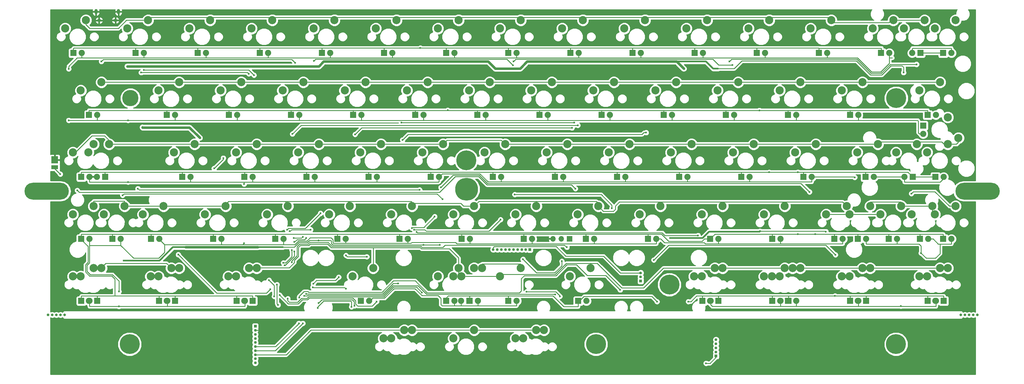
<source format=gtl>
G04 #@! TF.FileFunction,Copper,L1,Top,Signal*
%FSLAX46Y46*%
G04 Gerber Fmt 4.6, Leading zero omitted, Abs format (unit mm)*
G04 Created by KiCad (PCBNEW 4.0.7+dfsg1-1) date Sat Oct 21 15:09:21 2017*
%MOMM*%
%LPD*%
G01*
G04 APERTURE LIST*
%ADD10C,0.100000*%
%ADD11R,0.850000X0.850000*%
%ADD12C,0.850000*%
%ADD13C,2.500000*%
%ADD14R,1.900000X1.900000*%
%ADD15C,1.900000*%
%ADD16R,2.100000X2.200000*%
%ADD17R,2.100000X1.300000*%
%ADD18O,13.600000X5.200000*%
%ADD19C,5.000000*%
%ADD20C,6.100000*%
%ADD21C,7.000000*%
%ADD22R,1.700000X1.700000*%
%ADD23O,1.700000X1.700000*%
%ADD24C,0.800000*%
%ADD25O,1.000000X1.550000*%
%ADD26O,1.250000X0.950000*%
%ADD27C,0.600000*%
%ADD28C,0.250000*%
%ADD29C,0.500000*%
%ADD30C,0.750000*%
%ADD31C,0.254000*%
G04 APERTURE END LIST*
D10*
D11*
X245613750Y-124056250D03*
D12*
X245613750Y-122806250D03*
X245613750Y-121556250D03*
D13*
X71527500Y-122641250D03*
X77877500Y-120101250D03*
D14*
X71686250Y-53981250D03*
D15*
X74226250Y-53981250D03*
D14*
X76448750Y-73031250D03*
D15*
X78988750Y-73031250D03*
D14*
X74067500Y-92081250D03*
D15*
X76607500Y-92081250D03*
D14*
X81370000Y-92081250D03*
D15*
X78830000Y-92081250D03*
D14*
X74067500Y-111131250D03*
D15*
X76607500Y-111131250D03*
D14*
X95498750Y-111131250D03*
D15*
X98038750Y-111131250D03*
D14*
X74067500Y-130181250D03*
D15*
X76607500Y-130181250D03*
D14*
X78988750Y-130181250D03*
D15*
X76448750Y-130181250D03*
D14*
X90736250Y-53981250D03*
D15*
X93276250Y-53981250D03*
D14*
X100261250Y-73031250D03*
D15*
X102801250Y-73031250D03*
D14*
X105023750Y-92081250D03*
D15*
X107563750Y-92081250D03*
D14*
X83592500Y-111131250D03*
D15*
X86132500Y-111131250D03*
D14*
X97880000Y-130181250D03*
D15*
X100420000Y-130181250D03*
D14*
X102801250Y-130181250D03*
D15*
X100261250Y-130181250D03*
D14*
X109786250Y-53981250D03*
D15*
X112326250Y-53981250D03*
D14*
X119311250Y-73031250D03*
D15*
X121851250Y-73031250D03*
D14*
X124073750Y-92081250D03*
D15*
X126613750Y-92081250D03*
D14*
X114548750Y-111131250D03*
D15*
X117088750Y-111131250D03*
D14*
X121692500Y-130181250D03*
D15*
X124232500Y-130181250D03*
D14*
X126613750Y-130181250D03*
D15*
X124073750Y-130181250D03*
D14*
X128836250Y-53981250D03*
D15*
X131376250Y-53981250D03*
D14*
X138361250Y-73031250D03*
D15*
X140901250Y-73031250D03*
D14*
X143123750Y-92081250D03*
D15*
X145663750Y-92081250D03*
D14*
X133598750Y-111131250D03*
D15*
X136138750Y-111131250D03*
D14*
X147886250Y-53981250D03*
D15*
X150426250Y-53981250D03*
D14*
X157411250Y-73031250D03*
D15*
X159951250Y-73031250D03*
D14*
X162173750Y-92081250D03*
D15*
X164713750Y-92081250D03*
D14*
X152648750Y-111131250D03*
D15*
X155188750Y-111131250D03*
D14*
X166936250Y-53981250D03*
D15*
X169476250Y-53981250D03*
D14*
X176461250Y-73031250D03*
D15*
X179001250Y-73031250D03*
D14*
X181223750Y-92081250D03*
D15*
X183763750Y-92081250D03*
D14*
X171698750Y-111131250D03*
D15*
X174238750Y-111131250D03*
D14*
X185986250Y-53981250D03*
D15*
X188526250Y-53981250D03*
D14*
X195511250Y-73031250D03*
D15*
X198051250Y-73031250D03*
D14*
X200273750Y-92081250D03*
D15*
X202813750Y-92081250D03*
D14*
X190748750Y-111131250D03*
D15*
X193288750Y-111131250D03*
D14*
X205036250Y-130181250D03*
D15*
X207576250Y-130181250D03*
D14*
X193130000Y-130181250D03*
D15*
X195670000Y-130181250D03*
D14*
X185986250Y-130181250D03*
D15*
X188526250Y-130181250D03*
D14*
X205036250Y-53981250D03*
D15*
X207576250Y-53981250D03*
D14*
X214561250Y-73031250D03*
D15*
X217101250Y-73031250D03*
D14*
X219323750Y-92081250D03*
D15*
X221863750Y-92081250D03*
D14*
X209798750Y-111131250D03*
D15*
X212338750Y-111131250D03*
D14*
X224086250Y-53981250D03*
D15*
X226626250Y-53981250D03*
D14*
X233611250Y-73031250D03*
D15*
X236151250Y-73031250D03*
D14*
X238373750Y-92081250D03*
D15*
X240913750Y-92081250D03*
D14*
X228848750Y-111131250D03*
D15*
X231388750Y-111131250D03*
D14*
X243136250Y-53981250D03*
D15*
X245676250Y-53981250D03*
D14*
X252661250Y-73031250D03*
D15*
X255201250Y-73031250D03*
D14*
X257423750Y-92081250D03*
D15*
X259963750Y-92081250D03*
D14*
X247898750Y-111131250D03*
D15*
X250438750Y-111131250D03*
D14*
X338386250Y-53981250D03*
D15*
X340926250Y-53981250D03*
D14*
X262186250Y-53981250D03*
D15*
X264726250Y-53981250D03*
D14*
X271711250Y-73031250D03*
D15*
X274251250Y-73031250D03*
D14*
X276473750Y-92081250D03*
D15*
X279013750Y-92081250D03*
D14*
X266948750Y-111131250D03*
D15*
X269488750Y-111131250D03*
D14*
X264567500Y-130181250D03*
D15*
X267107500Y-130181250D03*
D14*
X269488750Y-130181250D03*
D15*
X266948750Y-130181250D03*
D14*
X281236250Y-53981250D03*
D15*
X283776250Y-53981250D03*
D14*
X290761250Y-73031250D03*
D15*
X293301250Y-73031250D03*
D14*
X295523750Y-92081250D03*
D15*
X298063750Y-92081250D03*
D14*
X285998750Y-111131250D03*
D15*
X288538750Y-111131250D03*
D14*
X285998750Y-130181250D03*
D15*
X288538750Y-130181250D03*
D14*
X290920000Y-130181250D03*
D15*
X288380000Y-130181250D03*
D14*
X290761250Y-130181250D03*
D15*
X293301250Y-130181250D03*
D14*
X300286250Y-53981250D03*
D15*
X302826250Y-53981250D03*
D14*
X309811250Y-73031250D03*
D15*
X312351250Y-73031250D03*
D14*
X314573750Y-92081250D03*
D15*
X317113750Y-92081250D03*
D14*
X305048750Y-111131250D03*
D15*
X307588750Y-111131250D03*
D14*
X312192500Y-111131250D03*
D15*
X314732500Y-111131250D03*
D14*
X321717500Y-111131250D03*
D15*
X324257500Y-111131250D03*
D14*
X309811250Y-130181250D03*
D15*
X312351250Y-130181250D03*
D14*
X314732500Y-130181250D03*
D15*
X312192500Y-130181250D03*
D14*
X319336250Y-53981250D03*
D15*
X321876250Y-53981250D03*
D14*
X331401250Y-53981250D03*
D15*
X328861250Y-53981250D03*
D14*
X333623750Y-73031250D03*
D15*
X336163750Y-73031250D03*
D14*
X329020000Y-92081250D03*
D15*
X326480000Y-92081250D03*
D14*
X336005000Y-92081250D03*
D15*
X338545000Y-92081250D03*
D14*
X332248750Y-76286250D03*
D15*
X332248750Y-78826250D03*
D14*
X331242500Y-111131250D03*
D15*
X333782500Y-111131250D03*
D14*
X338386250Y-111131250D03*
D15*
X340926250Y-111131250D03*
D14*
X333623750Y-130181250D03*
D15*
X336163750Y-130181250D03*
D14*
X338545000Y-130181250D03*
D15*
X336005000Y-130181250D03*
D13*
X69138750Y-46441250D03*
X75488750Y-43901250D03*
X309652500Y-122641250D03*
X316002500Y-120101250D03*
X73908750Y-65491250D03*
X80258750Y-62951250D03*
X76263750Y-84541250D03*
X82613750Y-82001250D03*
X71501250Y-84541250D03*
X77851250Y-82001250D03*
X73908750Y-122641250D03*
X80258750Y-120101250D03*
X88196250Y-46441250D03*
X94546250Y-43901250D03*
X97721250Y-65491250D03*
X104071250Y-62951250D03*
X102483750Y-84541250D03*
X108833750Y-82001250D03*
X92958750Y-103591250D03*
X99308750Y-101051250D03*
X95340000Y-122641250D03*
X101690000Y-120101250D03*
X97721250Y-122641250D03*
X104071250Y-120101250D03*
X107246250Y-46441250D03*
X113596250Y-43901250D03*
X116771250Y-65491250D03*
X123121250Y-62951250D03*
X121533750Y-84541250D03*
X127883750Y-82001250D03*
X112008750Y-103591250D03*
X118358750Y-101051250D03*
X119152500Y-122641250D03*
X125502500Y-120101250D03*
X121533750Y-122641250D03*
X127883750Y-120101250D03*
X126296250Y-46441250D03*
X132646250Y-43901250D03*
X135821250Y-65491250D03*
X142171250Y-62951250D03*
X140583750Y-84541250D03*
X146933750Y-82001250D03*
X131058750Y-103591250D03*
X137408750Y-101051250D03*
X169158750Y-141691250D03*
X175508750Y-139151250D03*
X166777500Y-141691250D03*
X173127500Y-139151250D03*
X145346250Y-46441250D03*
X151696250Y-43901250D03*
X154871250Y-65491250D03*
X161221250Y-62951250D03*
X159633750Y-84541250D03*
X165983750Y-82001250D03*
X150108750Y-103591250D03*
X156458750Y-101051250D03*
X188208750Y-141691250D03*
X194558750Y-139151250D03*
X164396250Y-46441250D03*
X170746250Y-43901250D03*
X173921250Y-65491250D03*
X180271250Y-62951250D03*
X178683750Y-84541250D03*
X185033750Y-82001250D03*
X169158750Y-103591250D03*
X175508750Y-101051250D03*
X183446250Y-46441250D03*
X189796250Y-43901250D03*
X192971250Y-65491250D03*
X199321250Y-62951250D03*
X197733750Y-84541250D03*
X204083750Y-82001250D03*
X188208750Y-103591250D03*
X194558750Y-101051250D03*
X202496250Y-46441250D03*
X208846250Y-43901250D03*
X212021250Y-65491250D03*
X218371250Y-62951250D03*
X216783750Y-84541250D03*
X223133750Y-82001250D03*
X207258750Y-103591250D03*
X213608750Y-101051250D03*
X221546250Y-46441250D03*
X227896250Y-43901250D03*
X231071250Y-65491250D03*
X237421250Y-62951250D03*
X235833750Y-84541250D03*
X242183750Y-82001250D03*
X226308750Y-103591250D03*
X232658750Y-101051250D03*
X240596250Y-46441250D03*
X246946250Y-43901250D03*
X250121250Y-65491250D03*
X256471250Y-62951250D03*
X254883750Y-84541250D03*
X261233750Y-82001250D03*
X245358750Y-103591250D03*
X251708750Y-101051250D03*
X335846250Y-46441250D03*
X342196250Y-43901250D03*
X259646250Y-46441250D03*
X265996250Y-43901250D03*
X269171250Y-65491250D03*
X275521250Y-62951250D03*
X273933750Y-84541250D03*
X280283750Y-82001250D03*
X264408750Y-103591250D03*
X270758750Y-101051250D03*
X262027500Y-122641250D03*
X268377500Y-120101250D03*
X264408750Y-122641250D03*
X270758750Y-120101250D03*
X278696250Y-46441250D03*
X285046250Y-43901250D03*
X288221250Y-65491250D03*
X294571250Y-62951250D03*
X292983750Y-84541250D03*
X299333750Y-82001250D03*
X283458750Y-103591250D03*
X289808750Y-101051250D03*
X288221250Y-122641250D03*
X294571250Y-120101250D03*
X285840000Y-122641250D03*
X292190000Y-120101250D03*
X283458750Y-122641250D03*
X289808750Y-120101250D03*
X297746250Y-46441250D03*
X304096250Y-43901250D03*
X307271250Y-65491250D03*
X313621250Y-62951250D03*
X312033750Y-84541250D03*
X318383750Y-82001250D03*
X302508750Y-103591250D03*
X308858750Y-101051250D03*
X307271250Y-122641250D03*
X313621250Y-120101250D03*
X316770000Y-46441250D03*
X323120000Y-43901250D03*
X331083750Y-65491250D03*
X337433750Y-62951250D03*
X333465000Y-84541250D03*
X339815000Y-82001250D03*
X339788750Y-73746250D03*
X343058750Y-80096250D03*
X335846250Y-103591250D03*
X342196250Y-101051250D03*
X328702500Y-103591250D03*
X335052500Y-101051250D03*
X333465000Y-122641250D03*
X339815000Y-120101250D03*
X331083750Y-122641250D03*
X337433750Y-120101250D03*
D16*
X65930000Y-86826250D03*
D17*
X65930000Y-89086250D03*
D18*
X63431250Y-96456250D03*
D19*
X89131250Y-67856250D03*
D20*
X192131250Y-86956250D03*
X254431250Y-125156250D03*
X323981250Y-67856250D03*
D18*
X348931250Y-96456250D03*
D21*
X192213750Y-95856250D03*
D20*
X88931250Y-143456250D03*
X231931250Y-143456250D03*
X323931250Y-143456250D03*
D11*
X211645000Y-114381250D03*
D12*
X210395000Y-114381250D03*
X209145000Y-114381250D03*
X207895000Y-114381250D03*
X206645000Y-114381250D03*
X205395000Y-114381250D03*
X204145000Y-114381250D03*
X202895000Y-114381250D03*
X201645000Y-114381250D03*
X200395000Y-114381250D03*
D11*
X127431250Y-137956250D03*
D12*
X127431250Y-139206250D03*
X127431250Y-140456250D03*
X127431250Y-141706250D03*
X127431250Y-142956250D03*
X127431250Y-144206250D03*
X127431250Y-145456250D03*
X127431250Y-146706250D03*
X127431250Y-147956250D03*
X127431250Y-149206250D03*
D11*
X268718750Y-147112500D03*
D12*
X268718750Y-145862500D03*
X268718750Y-144612500D03*
X268718750Y-143362500D03*
X268718750Y-142112500D03*
D13*
X309652500Y-103591250D03*
X316002500Y-101051250D03*
D22*
X223805000Y-111056250D03*
D23*
X221265000Y-111056250D03*
X218725000Y-111056250D03*
D13*
X326321250Y-46441250D03*
X332671250Y-43901250D03*
X323940000Y-84541250D03*
X330290000Y-82001250D03*
X319177500Y-103591250D03*
X325527500Y-101051250D03*
X183446250Y-122641250D03*
X189796250Y-120101250D03*
X190590000Y-122641250D03*
X196940000Y-120101250D03*
X202496250Y-122641250D03*
X208846250Y-120101250D03*
X81026250Y-103591250D03*
X87376250Y-101051250D03*
X71501250Y-103591250D03*
X77851250Y-101051250D03*
D24*
X68985000Y-134456250D03*
X67715000Y-134456250D03*
X63905000Y-134456250D03*
X65175000Y-134456250D03*
X66445000Y-134456250D03*
X343825000Y-134456250D03*
X345095000Y-134456250D03*
X348905000Y-134456250D03*
X347635000Y-134456250D03*
X346365000Y-134456250D03*
D13*
X207232500Y-141691250D03*
X213582500Y-139151250D03*
X209613750Y-141691250D03*
X215963750Y-139151250D03*
X188191250Y-122641250D03*
X194541250Y-120101250D03*
D14*
X159775000Y-130181250D03*
D15*
X162315000Y-130181250D03*
D14*
X226450000Y-130181250D03*
D15*
X228990000Y-130181250D03*
D13*
X157235000Y-122641250D03*
X163585000Y-120101250D03*
X223910000Y-122641250D03*
X230260000Y-120101250D03*
D14*
X193115000Y-130181250D03*
D15*
X190575000Y-130181250D03*
D25*
X85495000Y-41281250D03*
D26*
X84545000Y-43931250D03*
X79545000Y-43981250D03*
D25*
X78595000Y-41281250D03*
D27*
X178045000Y-52456250D03*
X186445000Y-71581250D03*
X285045000Y-90631244D03*
X282045000Y-71612500D03*
X260245000Y-130381250D03*
X250645000Y-130381250D03*
X293805000Y-109656250D03*
X293845000Y-90581250D03*
X305213750Y-128656250D03*
X299213750Y-109656250D03*
X331613750Y-115456250D03*
X325445000Y-131781250D03*
X311245000Y-92181250D03*
X85613750Y-131856250D03*
X85613750Y-127256250D03*
X124013750Y-94256250D03*
X124013750Y-112456250D03*
X88413750Y-74656250D03*
X88413750Y-93656250D03*
X70213750Y-74656250D03*
X70213750Y-58856250D03*
X136773800Y-124156250D03*
X214613750Y-111056250D03*
X135445000Y-58181250D03*
X88150024Y-58076226D03*
X92845000Y-76781250D03*
X269245000Y-58781250D03*
X202445000Y-58781250D03*
X87045000Y-117756252D03*
X146845000Y-111581250D03*
X184045000Y-112981250D03*
X179045000Y-112981250D03*
X258845000Y-58781250D03*
X326245000Y-59981250D03*
X145045000Y-125981250D03*
X155213750Y-126456250D03*
X135813750Y-113656250D03*
X106013750Y-113656250D03*
X110413750Y-80056250D03*
X302413750Y-108856250D03*
X254613750Y-110856250D03*
X128213750Y-113656250D03*
X282213750Y-108756250D03*
X265680000Y-149331250D03*
X175445000Y-107781250D03*
X182445000Y-104241250D03*
X114813750Y-89456250D03*
X117613750Y-86256250D03*
X226345000Y-76181250D03*
X138813750Y-78856250D03*
X224545000Y-76981250D03*
X158045000Y-78981250D03*
X147413750Y-103256250D03*
X137205000Y-108256250D03*
X155245000Y-116181250D03*
X161645000Y-116581250D03*
X176145000Y-108281250D03*
X202645000Y-105181250D03*
X236813750Y-101656250D03*
X207005000Y-97456250D03*
X209545000Y-117381250D03*
X221445000Y-117981250D03*
X172245000Y-75381250D03*
X225245000Y-75381250D03*
X138645000Y-114581250D03*
X142013750Y-110456250D03*
X139213750Y-110856250D03*
X136013750Y-118456250D03*
X247305000Y-78441250D03*
X139445000Y-114981250D03*
X143013750Y-110856250D03*
X136405000Y-119256250D03*
X139413750Y-112056250D03*
X172613750Y-80656250D03*
X239345000Y-126781250D03*
X140905000Y-129156250D03*
X142413750Y-128656250D03*
X219445000Y-128181250D03*
X184345000Y-95281250D03*
X297405000Y-96656250D03*
X171245000Y-124781250D03*
X143045000Y-127981250D03*
X220845000Y-128781250D03*
X210645000Y-127381250D03*
X178545000Y-127581250D03*
X137413750Y-129456250D03*
X328645000Y-97181250D03*
X92445000Y-59981250D03*
X125445000Y-60381250D03*
X93245000Y-59181250D03*
X127045000Y-60781250D03*
X305345000Y-115981250D03*
X249645000Y-117581250D03*
X131645000Y-123781250D03*
X133245000Y-128781250D03*
X144413750Y-108256250D03*
X138005000Y-108756250D03*
X103813750Y-115950000D03*
X132045000Y-126581250D03*
X72845000Y-96181250D03*
X67645000Y-91181250D03*
X225605000Y-95656250D03*
X156945000Y-131981250D03*
X146645000Y-132381250D03*
X146845000Y-130781250D03*
X157845000Y-131681250D03*
X140805000Y-137056250D03*
X142005000Y-137056250D03*
X177813750Y-96056250D03*
X91413750Y-95656250D03*
X153013750Y-122856250D03*
X145213750Y-124856250D03*
X134445000Y-131381250D03*
X134105000Y-125156250D03*
X223005000Y-113656250D03*
X138613750Y-118256250D03*
X164645000Y-130381250D03*
X134905000Y-128356250D03*
X86745000Y-97681250D03*
X184845000Y-98881250D03*
X139645000Y-56981250D03*
X80245000Y-56581250D03*
X145445000Y-56381250D03*
X206445000Y-57781250D03*
X206645000Y-56581250D03*
X273805000Y-57656250D03*
X272845000Y-56581250D03*
X330205000Y-57456250D03*
X176945000Y-108981250D03*
X263213750Y-110056250D03*
D28*
X319445000Y-53872500D02*
X319445000Y-52481250D01*
X319445000Y-52481250D02*
X300286250Y-52481250D01*
X319445000Y-53872500D02*
X319336250Y-53981250D01*
X300286250Y-53981250D02*
X300286250Y-52481250D01*
X300286250Y-52481250D02*
X300286250Y-52456250D01*
X300286250Y-52456250D02*
X300213750Y-52456250D01*
X186445000Y-71581250D02*
X186445000Y-71612500D01*
X186445000Y-71612500D02*
X186445000Y-71581250D01*
X186445000Y-71581250D02*
X186445000Y-71612500D01*
X333623750Y-73031250D02*
X333623750Y-71622500D01*
X333623750Y-71622500D02*
X333613750Y-71612500D01*
X331401250Y-53981250D02*
X338386250Y-53981250D01*
X333623750Y-73031250D02*
X332895000Y-73031250D01*
X162145000Y-90631244D02*
X162145000Y-92052500D01*
X162145000Y-92052500D02*
X162173750Y-92081250D01*
X143145000Y-90631244D02*
X143145000Y-92060000D01*
X143145000Y-92060000D02*
X143123750Y-92081250D01*
X124145000Y-90631244D02*
X124145000Y-92010000D01*
X124145000Y-92010000D02*
X124073750Y-92081250D01*
X105045000Y-90631244D02*
X105045000Y-92060000D01*
X105045000Y-92060000D02*
X105023750Y-92081250D01*
X81345000Y-90631244D02*
X81345000Y-92056250D01*
X81345000Y-92056250D02*
X81370000Y-92081250D01*
X162845000Y-90631244D02*
X162145000Y-90631244D01*
X162145000Y-90631244D02*
X143145000Y-90631244D01*
X143145000Y-90631244D02*
X124145000Y-90631244D01*
X124145000Y-90631244D02*
X105045000Y-90631244D01*
X105045000Y-90631244D02*
X81345000Y-90631244D01*
X81345000Y-90631244D02*
X74095006Y-90631244D01*
X74067500Y-90658750D02*
X74067500Y-92081250D01*
X74095006Y-90631244D02*
X74067500Y-90658750D01*
X181245000Y-90631244D02*
X181245000Y-92060000D01*
X181245000Y-92060000D02*
X181223750Y-92081250D01*
X181645000Y-90631244D02*
X181245000Y-90631244D01*
X181245000Y-90631244D02*
X162845000Y-90631244D01*
X190945000Y-90631244D02*
X181645000Y-90631244D01*
X200245000Y-90631244D02*
X200245000Y-92052500D01*
X219345000Y-90631244D02*
X219345000Y-92060000D01*
X219345000Y-92060000D02*
X219323750Y-92081250D01*
X238345000Y-90631244D02*
X238345000Y-92052500D01*
X238345000Y-92052500D02*
X238373750Y-92081250D01*
X257445000Y-90631244D02*
X257445000Y-92060000D01*
X257445000Y-92060000D02*
X257423750Y-92081250D01*
X276445000Y-90631244D02*
X276445000Y-92052500D01*
X276445000Y-92052500D02*
X276473750Y-92081250D01*
X295523750Y-92081250D02*
X295523750Y-90631244D01*
X295545000Y-90681250D02*
X295545000Y-90631244D01*
X295545000Y-90652494D02*
X295545000Y-90681250D01*
X295523750Y-90631244D02*
X295545000Y-90652494D01*
X294845000Y-90631244D02*
X295545000Y-90631244D01*
X295545000Y-90631244D02*
X302645000Y-90631244D01*
X302645000Y-90631244D02*
X303595006Y-90631244D01*
X303595006Y-90631244D02*
X303645000Y-90581250D01*
X292245000Y-90631244D02*
X294845000Y-90631244D01*
X275645000Y-90631244D02*
X276445000Y-90631244D01*
X276445000Y-90631244D02*
X283545000Y-90631244D01*
X283545000Y-90631244D02*
X285045000Y-90631244D01*
X285045000Y-90631244D02*
X292245000Y-90631244D01*
X292245000Y-90631244D02*
X293795006Y-90631244D01*
X293795006Y-90631244D02*
X293845000Y-90581250D01*
X254645000Y-90631244D02*
X257445000Y-90631244D01*
X257445000Y-90631244D02*
X275645000Y-90631244D01*
X237145000Y-90631244D02*
X238345000Y-90631244D01*
X238345000Y-90631244D02*
X254645000Y-90631244D01*
X218545000Y-90631244D02*
X219345000Y-90631244D01*
X219345000Y-90631244D02*
X237145000Y-90631244D01*
X199945000Y-90631244D02*
X200245000Y-90631244D01*
X200245000Y-90631244D02*
X218545000Y-90631244D01*
X190945000Y-90631244D02*
X199945000Y-90631244D01*
X249045000Y-128781250D02*
X228245000Y-128781250D01*
X228245000Y-128781250D02*
X226845000Y-130181250D01*
X226845000Y-130181250D02*
X226450000Y-130181250D01*
X226450000Y-130181250D02*
X226450000Y-129576250D01*
X249045000Y-128781250D02*
X250645000Y-130381250D01*
X267213750Y-128656250D02*
X262770000Y-128656250D01*
X262770000Y-128656250D02*
X261045000Y-130381250D01*
X261045000Y-130381250D02*
X260245000Y-130381250D01*
X204013750Y-128656250D02*
X218756398Y-128656250D01*
X222031396Y-131931248D02*
X226450000Y-131931248D01*
X218756398Y-128656250D02*
X222031396Y-131931248D01*
X193205000Y-128656250D02*
X193205000Y-130106250D01*
X254213750Y-111856250D02*
X264426926Y-111856250D01*
X265151926Y-111131250D02*
X266948750Y-111131250D01*
X264426926Y-111856250D02*
X265151926Y-111131250D01*
X314573750Y-92081250D02*
X314573750Y-90581250D01*
X314573750Y-90581250D02*
X314445000Y-90581250D01*
X303645000Y-90581250D02*
X314445000Y-90581250D01*
X314445000Y-90581250D02*
X327520000Y-90581250D01*
X327520000Y-90581250D02*
X329020000Y-92081250D01*
X226450000Y-130181250D02*
X226450000Y-131931248D01*
X269813750Y-128656250D02*
X267213750Y-128656250D01*
X267213750Y-128656250D02*
X264567500Y-128656250D01*
X287613750Y-128656250D02*
X269813750Y-128656250D01*
X269813750Y-128656250D02*
X269488750Y-128656250D01*
X291613750Y-128656250D02*
X287613750Y-128656250D01*
X287613750Y-128656250D02*
X285998750Y-128656250D01*
X309811250Y-130181250D02*
X309811250Y-128656250D01*
X309811250Y-128656250D02*
X309813750Y-128656250D01*
X315613750Y-128656250D02*
X309813750Y-128656250D01*
X309813750Y-128656250D02*
X305213750Y-128656250D01*
X305213750Y-128656250D02*
X291613750Y-128656250D01*
X291613750Y-128656250D02*
X290920000Y-128656250D01*
X338545000Y-130181250D02*
X338545000Y-128656250D01*
X338545000Y-128656250D02*
X333413750Y-128656250D01*
X333623750Y-128656250D02*
X333413750Y-128656250D01*
X333413750Y-128656250D02*
X315613750Y-128656250D01*
X315613750Y-128656250D02*
X314732500Y-128656250D01*
X74067500Y-92081250D02*
X74067500Y-92002500D01*
X121213750Y-128656250D02*
X126613750Y-128656250D01*
X126613750Y-128656250D02*
X126613750Y-130181250D01*
X102613750Y-128656250D02*
X121213750Y-128656250D01*
X121213750Y-128656250D02*
X121692500Y-128656250D01*
X97813750Y-128656250D02*
X102613750Y-128656250D01*
X102613750Y-128656250D02*
X102801250Y-128656250D01*
X83813750Y-128656250D02*
X97880000Y-128656250D01*
X97880000Y-128656250D02*
X97813750Y-128656250D01*
X97813750Y-128656250D02*
X97880000Y-128656250D01*
X78988750Y-128656250D02*
X83813750Y-128656250D01*
X83813750Y-128656250D02*
X84413750Y-128656250D01*
X84413750Y-128656250D02*
X84413750Y-123492648D01*
X74067500Y-130181250D02*
X74067500Y-128710000D01*
X74121250Y-128656250D02*
X78988750Y-128656250D01*
X74067500Y-128710000D02*
X74121250Y-128656250D01*
X74067500Y-111131250D02*
X74067500Y-111310000D01*
X74067500Y-111310000D02*
X76157498Y-113399998D01*
X76157498Y-113399998D02*
X76157498Y-118276104D01*
X76157498Y-118276104D02*
X75363748Y-119069854D01*
X75363748Y-119069854D02*
X75363748Y-121242646D01*
X75363748Y-121242646D02*
X76627354Y-122506252D01*
X76627354Y-122506252D02*
X83427354Y-122506252D01*
X83427354Y-122506252D02*
X84413750Y-123492648D01*
X332813750Y-109656250D02*
X338413750Y-109656250D01*
X338386250Y-109683750D02*
X338386250Y-111131250D01*
X338413750Y-109656250D02*
X338386250Y-109683750D01*
X331242500Y-111131250D02*
X331242500Y-109656250D01*
X331242500Y-109656250D02*
X331205000Y-109656250D01*
X330413750Y-109656250D02*
X332813750Y-109656250D01*
X320813750Y-109656250D02*
X330413750Y-109656250D01*
X330413750Y-109656250D02*
X331205000Y-109656250D01*
X311813750Y-109656250D02*
X320813750Y-109656250D01*
X320813750Y-109656250D02*
X321717500Y-109656250D01*
X305048750Y-111131250D02*
X305048750Y-109656250D01*
X305048750Y-109656250D02*
X305213750Y-109656250D01*
X299213750Y-109656250D02*
X305213750Y-109656250D01*
X305213750Y-109656250D02*
X311813750Y-109656250D01*
X311813750Y-109656250D02*
X312192500Y-109656250D01*
X293805000Y-109656250D02*
X299213750Y-109656250D01*
X171698750Y-111131250D02*
X171698750Y-109656250D01*
X171698750Y-109656250D02*
X171613750Y-109656250D01*
X133598750Y-111131250D02*
X133598750Y-109656250D01*
X133598750Y-109656250D02*
X133613750Y-109656250D01*
X114548750Y-111131250D02*
X114548750Y-109656250D01*
X114548750Y-109656250D02*
X114613750Y-109656250D01*
X83592500Y-111131250D02*
X83592500Y-109656250D01*
X83592500Y-109656250D02*
X83613750Y-109656250D01*
X285013750Y-109656250D02*
X293805000Y-109656250D01*
X266948750Y-111131250D02*
X268423750Y-109656250D01*
X268423750Y-109656250D02*
X285013750Y-109656250D01*
X285013750Y-109656250D02*
X285998750Y-109656250D01*
X245613750Y-109656250D02*
X252013750Y-109656250D01*
X252013750Y-109656250D02*
X254213750Y-111856250D01*
X227813750Y-109656250D02*
X245613750Y-109656250D01*
X245613750Y-109656250D02*
X247898750Y-109656250D01*
X206813750Y-109656250D02*
X227813750Y-109656250D01*
X227813750Y-109656250D02*
X228848750Y-109656250D01*
X188213750Y-109656250D02*
X206813750Y-109656250D01*
X206813750Y-109656250D02*
X209798750Y-109656250D01*
X151013750Y-109656250D02*
X171613750Y-109656250D01*
X171613750Y-109656250D02*
X188213750Y-109656250D01*
X188213750Y-109656250D02*
X190748750Y-109656250D01*
X114613750Y-109656250D02*
X133613750Y-109656250D01*
X133613750Y-109656250D02*
X151013750Y-109656250D01*
X151013750Y-109656250D02*
X152648750Y-109656250D01*
X94013750Y-109656250D02*
X114613750Y-109656250D01*
X74121250Y-109656250D02*
X83613750Y-109656250D01*
X83613750Y-109656250D02*
X94013750Y-109656250D01*
X94013750Y-109656250D02*
X95498750Y-109656250D01*
X74067500Y-111131250D02*
X74067500Y-109710000D01*
X74067500Y-109710000D02*
X74121250Y-109656250D01*
X309811250Y-71612500D02*
X333613750Y-71612500D01*
X290761250Y-71612500D02*
X301245000Y-71612500D01*
X301245000Y-71612500D02*
X303613750Y-71612500D01*
X303613750Y-71612500D02*
X309811250Y-71612500D01*
X309813750Y-71656250D02*
X309811250Y-71656250D01*
X309813750Y-71615000D02*
X309813750Y-71656250D01*
X309811250Y-71612500D02*
X309813750Y-71615000D01*
X271613750Y-71612500D02*
X282045000Y-71612500D01*
X282045000Y-71612500D02*
X290761250Y-71612500D01*
X290805000Y-71656250D02*
X290761250Y-71656250D01*
X290761250Y-71612500D02*
X290805000Y-71656250D01*
X252613750Y-71612500D02*
X271613750Y-71612500D01*
X271613750Y-71612500D02*
X271711250Y-71612500D01*
X271667500Y-71656250D02*
X271711250Y-71656250D01*
X271711250Y-71612500D02*
X271667500Y-71656250D01*
X233611250Y-71612500D02*
X252613750Y-71612500D01*
X252613750Y-71612500D02*
X252661250Y-71612500D01*
X252617500Y-71656250D02*
X252661250Y-71656250D01*
X252661250Y-71612500D02*
X252617500Y-71656250D01*
X214561250Y-71612500D02*
X233611250Y-71612500D01*
X233613750Y-71656250D02*
X233611250Y-71656250D01*
X233613750Y-71615000D02*
X233613750Y-71656250D01*
X233611250Y-71612500D02*
X233613750Y-71615000D01*
X195511250Y-73031250D02*
X195511250Y-71612500D01*
X195511250Y-71612500D02*
X195413750Y-71612500D01*
X195413750Y-71612500D02*
X214561250Y-71612500D01*
X214561250Y-71612500D02*
X214561250Y-73031250D01*
X176413750Y-71612500D02*
X186445000Y-71612500D01*
X186445000Y-71612500D02*
X195413750Y-71612500D01*
X157213750Y-71612500D02*
X176413750Y-71612500D01*
X176413750Y-71612500D02*
X176461250Y-71612500D01*
X176417500Y-71656250D02*
X176461250Y-71656250D01*
X176461250Y-71612500D02*
X176417500Y-71656250D01*
X138361250Y-73031250D02*
X138361250Y-71612500D01*
X138361250Y-71612500D02*
X138213750Y-71612500D01*
X138213750Y-71612500D02*
X157213750Y-71612500D01*
X157213750Y-71612500D02*
X157411250Y-71612500D01*
X157413750Y-71656250D02*
X157411250Y-71656250D01*
X157413750Y-71615000D02*
X157413750Y-71656250D01*
X157411250Y-71612500D02*
X157413750Y-71615000D01*
X119311250Y-73031250D02*
X119311250Y-71612500D01*
X100213750Y-71612500D02*
X119311250Y-71612500D01*
X119311250Y-71612500D02*
X138213750Y-71612500D01*
X76448750Y-71612500D02*
X100213750Y-71612500D01*
X100213750Y-71612500D02*
X100261250Y-71612500D01*
X100217500Y-71656250D02*
X100261250Y-71656250D01*
X100261250Y-71612500D02*
X100217500Y-71656250D01*
X224086250Y-53981250D02*
X224086250Y-52456250D01*
X224086250Y-52456250D02*
X224013750Y-52456250D01*
X205613750Y-52456250D02*
X224013750Y-52456250D01*
X224013750Y-52456250D02*
X243136250Y-52456250D01*
X205036250Y-53981250D02*
X205036250Y-52456250D01*
X205036250Y-52456250D02*
X205013750Y-52456250D01*
X204013750Y-52456250D02*
X205613750Y-52456250D01*
X185986250Y-53981250D02*
X185986250Y-52456250D01*
X185986250Y-52456250D02*
X186013750Y-52456250D01*
X167013750Y-52456250D02*
X178045000Y-52456250D01*
X178045000Y-52456250D02*
X186013750Y-52456250D01*
X186013750Y-52456250D02*
X204013750Y-52456250D01*
X166936250Y-53981250D02*
X166936250Y-52456250D01*
X166936250Y-52456250D02*
X167013750Y-52456250D01*
X147886250Y-53981250D02*
X147886250Y-52528750D01*
X147886250Y-52528750D02*
X147813750Y-52456250D01*
X128836250Y-53981250D02*
X128836250Y-52456250D01*
X128836250Y-52456250D02*
X128813750Y-52456250D01*
X127613750Y-52456250D02*
X130013750Y-52456250D01*
X109786250Y-53981250D02*
X109786250Y-52456250D01*
X109786250Y-52456250D02*
X109813750Y-52456250D01*
X90736250Y-52456250D02*
X109813750Y-52456250D01*
X109813750Y-52456250D02*
X127613750Y-52456250D01*
X128813750Y-52456250D02*
X127613750Y-52456250D01*
X90736250Y-53981250D02*
X90736250Y-52456250D01*
X90736250Y-52456250D02*
X71813750Y-52456250D01*
X71613750Y-52656250D02*
X71613750Y-53908750D01*
X71813750Y-52456250D02*
X71613750Y-52656250D01*
X71613750Y-53908750D02*
X71686250Y-53981250D01*
X147813750Y-52456250D02*
X130013750Y-52456250D01*
X130013750Y-52456250D02*
X128813750Y-52456250D01*
X167013750Y-52456250D02*
X147813750Y-52456250D01*
X205013750Y-52456250D02*
X204013750Y-52456250D01*
X205613750Y-52456250D02*
X205013750Y-52456250D01*
X329020000Y-92081250D02*
X336005000Y-92081250D01*
X193205000Y-130106250D02*
X193130000Y-130181250D01*
X185986250Y-130181250D02*
X185986250Y-129275000D01*
X185986250Y-129275000D02*
X186605000Y-128656250D01*
X186605000Y-128656250D02*
X193205000Y-128656250D01*
X193205000Y-128656250D02*
X204013750Y-128656250D01*
X204013750Y-128656250D02*
X205036250Y-128656250D01*
X331205000Y-109656250D02*
X332813750Y-109656250D01*
X228848750Y-111131250D02*
X228848750Y-109656250D01*
X314732500Y-130181250D02*
X314732500Y-128656250D01*
X290920000Y-130181250D02*
X290920000Y-128656250D01*
X285998750Y-130181250D02*
X285998750Y-128656250D01*
X269488750Y-130181250D02*
X269488750Y-128656250D01*
X264567500Y-130181250D02*
X264567500Y-128656250D01*
X205036250Y-130181250D02*
X205036250Y-128656250D01*
X121692500Y-130181250D02*
X121692500Y-128656250D01*
X102801250Y-130181250D02*
X102801250Y-128656250D01*
X97880000Y-130181250D02*
X97880000Y-128656250D01*
X78988750Y-130181250D02*
X78988750Y-128656250D01*
D29*
X185986250Y-130181250D02*
X185904998Y-130181250D01*
D28*
X333623750Y-130181250D02*
X333623750Y-128656250D01*
X95498750Y-111131250D02*
X95498750Y-109656250D01*
X152648750Y-111131250D02*
X152648750Y-109656250D01*
X190748750Y-111131250D02*
X190748750Y-109656250D01*
X209798750Y-111131250D02*
X209798750Y-109656250D01*
X247898750Y-111131250D02*
X247898750Y-109656250D01*
X285998750Y-111131250D02*
X285998750Y-109656250D01*
X312192500Y-111131250D02*
X312192500Y-109656250D01*
X321717500Y-111131250D02*
X321717500Y-109656250D01*
X338005000Y-110750000D02*
X338386250Y-111131250D01*
X100261250Y-73031250D02*
X100261250Y-71656250D01*
X157411250Y-73031250D02*
X157411250Y-71656250D01*
X176461250Y-73031250D02*
X176461250Y-71656250D01*
X233611250Y-73031250D02*
X233611250Y-71656250D01*
X252661250Y-73031250D02*
X252661250Y-71656250D01*
X271711250Y-73031250D02*
X271711250Y-71656250D01*
X290761250Y-73031250D02*
X290761250Y-71656250D01*
X309811250Y-73031250D02*
X309811250Y-71656250D01*
X333623750Y-73031250D02*
X333580000Y-73031250D01*
X76448750Y-73031250D02*
X76448750Y-71612500D01*
X243136250Y-53981250D02*
X243136250Y-52456250D01*
X262186250Y-53981250D02*
X262186250Y-52456250D01*
X281236250Y-53981250D02*
X281236250Y-52456250D01*
X185986250Y-130181250D02*
X185986250Y-129875000D01*
X74067500Y-130181250D02*
X74067500Y-129793750D01*
X76448750Y-73031250D02*
X76448750Y-72212500D01*
X262186250Y-52456250D02*
X281236250Y-52456250D01*
X281236250Y-52456250D02*
X281213750Y-52456250D01*
X281213750Y-52456250D02*
X281236250Y-52456250D01*
X243136250Y-52456250D02*
X262186250Y-52456250D01*
X281213750Y-52456250D02*
X300213750Y-52456250D01*
X302826250Y-53981250D02*
X302826250Y-55456250D01*
X283776250Y-55456250D02*
X302826250Y-55456250D01*
X302813750Y-55456250D02*
X312120000Y-55456250D01*
X302826250Y-55456250D02*
X302813750Y-55456250D01*
X302813750Y-55456250D02*
X302826250Y-55456250D01*
X264613750Y-55456250D02*
X283776250Y-55456250D01*
X245613750Y-55456250D02*
X264726250Y-55456250D01*
X264726250Y-55456250D02*
X264613750Y-55456250D01*
X264613750Y-55456250D02*
X264726250Y-55456250D01*
X226613750Y-55456250D02*
X245676250Y-55456250D01*
X245676250Y-55456250D02*
X245613750Y-55456250D01*
X245613750Y-55456250D02*
X245676250Y-55456250D01*
X207576250Y-55456250D02*
X226626250Y-55456250D01*
X226626250Y-55456250D02*
X226613750Y-55456250D01*
X226613750Y-55456250D02*
X226626250Y-55456250D01*
X188526250Y-55456250D02*
X207576250Y-55456250D01*
X179545000Y-55456250D02*
X188526250Y-55456250D01*
X316445000Y-59781250D02*
X319245000Y-59781250D01*
X312120000Y-55456250D02*
X316445000Y-59781250D01*
X169413750Y-55456250D02*
X179545000Y-55456250D01*
X150413750Y-55456250D02*
X169476250Y-55456250D01*
X169476250Y-55456250D02*
X169413750Y-55456250D01*
X169413750Y-55456250D02*
X169476250Y-55456250D01*
X131376250Y-55456250D02*
X150426250Y-55456250D01*
X150426250Y-55456250D02*
X150413750Y-55456250D01*
X150413750Y-55456250D02*
X150426250Y-55456250D01*
X112213750Y-55456250D02*
X131376250Y-55456250D01*
X91413750Y-55456250D02*
X112326250Y-55456250D01*
X112326250Y-55456250D02*
X112213750Y-55456250D01*
X112213750Y-55456250D02*
X112326250Y-55456250D01*
X75013750Y-55456250D02*
X91413750Y-55456250D01*
X91413750Y-55456250D02*
X93276250Y-55456250D01*
X328861250Y-53981250D02*
X328861250Y-52665000D01*
X340926250Y-52562500D02*
X340926250Y-53981250D01*
X340845000Y-52481250D02*
X340926250Y-52562500D01*
X329045000Y-52481250D02*
X340845000Y-52481250D01*
X328861250Y-52665000D02*
X329045000Y-52481250D01*
X321876250Y-53981250D02*
X321876250Y-55456250D01*
X321876250Y-57150000D02*
X321876250Y-53981250D01*
X321876250Y-53981250D02*
X321876250Y-54327500D01*
X319245000Y-59781250D02*
X321876250Y-57150000D01*
X321876250Y-55456250D02*
X322813750Y-55456250D01*
X322813750Y-55456250D02*
X321876250Y-55456250D01*
X326545000Y-74656250D02*
X330520000Y-74656250D01*
X312213750Y-74656250D02*
X312245000Y-74656250D01*
X312245000Y-74656250D02*
X324245000Y-74656250D01*
X324245000Y-74656250D02*
X326545000Y-74656250D01*
X330520000Y-74656250D02*
X330745000Y-74881250D01*
X330745000Y-74881250D02*
X330745000Y-78481250D01*
X330745000Y-78481250D02*
X331090000Y-78826250D01*
X331090000Y-78826250D02*
X332248750Y-78826250D01*
X200945000Y-93581250D02*
X198845000Y-93581250D01*
X184763754Y-91081246D02*
X183763750Y-92081250D01*
X196344996Y-91081246D02*
X184763754Y-91081246D01*
X198845000Y-93581250D02*
X196344996Y-91081246D01*
X202445000Y-93581250D02*
X200945000Y-93581250D01*
X86132500Y-111131250D02*
X86132500Y-113081250D01*
X86132500Y-113081250D02*
X86145000Y-113081250D01*
X86145000Y-113081250D02*
X76607500Y-113081250D01*
X76607500Y-113081250D02*
X76607500Y-113050000D01*
X96745000Y-117056250D02*
X90120000Y-117056250D01*
X90120000Y-117056250D02*
X86145000Y-113081250D01*
X174238750Y-111131250D02*
X174238750Y-112481250D01*
X174238750Y-112481250D02*
X174245000Y-112481250D01*
X174545000Y-112481250D02*
X175145000Y-112481250D01*
X175145000Y-112481250D02*
X175445000Y-112181250D01*
X155188750Y-112481250D02*
X151345000Y-112481250D01*
X151345000Y-112481250D02*
X151245000Y-112381250D01*
X174545000Y-112481250D02*
X174245000Y-112481250D01*
X174245000Y-112481250D02*
X155188750Y-112481250D01*
X155145000Y-112381250D02*
X155188750Y-112381250D01*
X155145000Y-112437500D02*
X155145000Y-112381250D01*
X155188750Y-112481250D02*
X155145000Y-112437500D01*
X163445000Y-129331252D02*
X167040590Y-129331252D01*
X167040590Y-129331252D02*
X169990588Y-126381254D01*
X184345000Y-131281250D02*
X184720000Y-131656250D01*
X184345000Y-129381250D02*
X184345000Y-131281250D01*
X183520004Y-128556254D02*
X184345000Y-129381250D01*
X178620004Y-128556254D02*
X183520004Y-128556254D01*
X176445004Y-126381254D02*
X178620004Y-128556254D01*
X169990588Y-126381254D02*
X176445004Y-126381254D01*
X184720000Y-131656250D02*
X188526250Y-131656250D01*
X162315000Y-130181250D02*
X162595002Y-130181250D01*
X162595002Y-130181250D02*
X163445000Y-129331252D01*
X162315000Y-130181250D02*
X162315000Y-130111250D01*
X162315000Y-130111250D02*
X162845000Y-129581250D01*
X162315000Y-130181250D02*
X162315000Y-129511250D01*
X150645000Y-110781250D02*
X144245000Y-110781250D01*
X143269996Y-111756254D02*
X144245000Y-110781250D01*
X140669996Y-111756254D02*
X143269996Y-111756254D01*
X139570000Y-112856250D02*
X140669996Y-111756254D01*
X136213750Y-112856250D02*
X139570000Y-112856250D01*
X151245000Y-112381250D02*
X151245000Y-111381250D01*
X151245000Y-111381250D02*
X150645000Y-110781250D01*
X188845000Y-112181250D02*
X189245000Y-112581250D01*
X175445000Y-112181250D02*
X188845000Y-112181250D01*
X175145000Y-112481250D02*
X175445000Y-112181250D01*
X193845000Y-112581250D02*
X189245000Y-112581250D01*
X212845000Y-112581250D02*
X193845000Y-112581250D01*
X193845000Y-112581250D02*
X193288750Y-112581250D01*
X231445000Y-112581250D02*
X212845000Y-112581250D01*
X212845000Y-112581250D02*
X212338750Y-112581250D01*
X250445000Y-112581250D02*
X231388750Y-112581250D01*
X231388750Y-112581250D02*
X231445000Y-112581250D01*
X231445000Y-112581250D02*
X231388750Y-112581250D01*
X269445000Y-112581250D02*
X265445000Y-112581250D01*
X251795000Y-111131250D02*
X250438750Y-111131250D01*
X252970002Y-112306252D02*
X251795000Y-111131250D01*
X265170002Y-112306252D02*
X252970002Y-112306252D01*
X265445000Y-112581250D02*
X265170002Y-112306252D01*
X307588750Y-111131250D02*
X307588750Y-112581250D01*
X307588750Y-112581250D02*
X307445000Y-112581250D01*
X288245000Y-112581250D02*
X307445000Y-112581250D01*
X307445000Y-112581250D02*
X307588750Y-112581250D01*
X269445000Y-112581250D02*
X288245000Y-112581250D01*
X288245000Y-112581250D02*
X288538750Y-112581250D01*
X269488750Y-112581250D02*
X269445000Y-112581250D01*
X250438750Y-112581250D02*
X250445000Y-112581250D01*
X250445000Y-112581250D02*
X250438750Y-112581250D01*
X325445000Y-131781250D02*
X325445000Y-131856250D01*
X325445000Y-131856250D02*
X325445000Y-131781250D01*
X325445000Y-131781250D02*
X325445000Y-131856250D01*
X221863750Y-92081250D02*
X221863750Y-93581250D01*
X221863750Y-93581250D02*
X221845000Y-93581250D01*
X240913750Y-92081250D02*
X240913750Y-93581250D01*
X240913750Y-93581250D02*
X240845000Y-93581250D01*
X259963750Y-92081250D02*
X259963750Y-93581250D01*
X259963750Y-93581250D02*
X259845000Y-93581250D01*
X279013750Y-92081250D02*
X279013750Y-93581250D01*
X279013750Y-93581250D02*
X279045000Y-93581250D01*
X298063750Y-92081250D02*
X298063750Y-93581250D01*
X259845000Y-93581250D02*
X279045000Y-93581250D01*
X279045000Y-93581250D02*
X298063750Y-93581250D01*
X240845000Y-93581250D02*
X259845000Y-93581250D01*
X221845000Y-93581250D02*
X240845000Y-93581250D01*
X202045000Y-93581250D02*
X202445000Y-93581250D01*
X202445000Y-93581250D02*
X221845000Y-93581250D01*
X317113750Y-92081250D02*
X326480000Y-92081250D01*
X298063750Y-92081250D02*
X311145000Y-92081250D01*
X311145000Y-92081250D02*
X311245000Y-92181250D01*
X202045000Y-93581250D02*
X202813750Y-93581250D01*
X190575000Y-130181250D02*
X190575000Y-131656250D01*
X190645000Y-131586250D02*
X190645000Y-131656250D01*
X190575000Y-131656250D02*
X190645000Y-131586250D01*
X188526250Y-130181250D02*
X188526250Y-131656250D01*
X188526250Y-131656250D02*
X190645000Y-131656250D01*
X190645000Y-131656250D02*
X194413750Y-131656250D01*
X162645000Y-130181250D02*
X162315000Y-130181250D01*
X162715000Y-129781250D02*
X162315000Y-130181250D01*
X312013750Y-131856250D02*
X325445000Y-131856250D01*
X325445000Y-131856250D02*
X336163750Y-131856250D01*
X292213750Y-131856250D02*
X312013750Y-131856250D01*
X312013750Y-131856250D02*
X312351250Y-131856250D01*
X288013750Y-131856250D02*
X292213750Y-131856250D01*
X292213750Y-131856250D02*
X293301250Y-131856250D01*
X267107500Y-130181250D02*
X267107500Y-131358750D01*
X267107500Y-131358750D02*
X267605000Y-131856250D01*
X267605000Y-131856250D02*
X288013750Y-131856250D01*
X288013750Y-131856250D02*
X288538750Y-131856250D01*
X194413750Y-131656250D02*
X207576250Y-131656250D01*
X194413750Y-131656250D02*
X195670000Y-131656250D01*
X288538750Y-111131250D02*
X288538750Y-112581250D01*
X202813750Y-92081250D02*
X202813750Y-93581250D01*
X326480000Y-93656250D02*
X337413750Y-93656250D01*
X337413750Y-93656250D02*
X337413750Y-93647500D01*
X100013750Y-131856250D02*
X124213750Y-131856250D01*
X124232500Y-131837500D02*
X124232500Y-130181250D01*
X124213750Y-131856250D02*
X124232500Y-131837500D01*
X100420000Y-130181250D02*
X100420000Y-131856250D01*
X100420000Y-131856250D02*
X100013750Y-131856250D01*
X85613750Y-131856250D02*
X100013750Y-131856250D01*
X85613750Y-131856250D02*
X76607500Y-131856250D01*
X76607500Y-131856250D02*
X76607500Y-130181250D01*
X76607500Y-111131250D02*
X76607500Y-115250000D01*
X76607500Y-115250000D02*
X76607500Y-118462500D01*
X76607500Y-118462500D02*
X75813750Y-119256250D01*
X75813750Y-119256250D02*
X75813750Y-121056250D01*
X75813750Y-121056250D02*
X76813750Y-122056250D01*
X76813750Y-122056250D02*
X83613750Y-122056250D01*
X83613750Y-122056250D02*
X85613750Y-124056250D01*
X85613750Y-124056250D02*
X85613750Y-127256250D01*
X337413750Y-112656250D02*
X336813750Y-112656250D01*
X336813750Y-112656250D02*
X335288750Y-111131250D01*
X340926250Y-112656250D02*
X337413750Y-112656250D01*
X337413750Y-112656250D02*
X337413750Y-115656250D01*
X336013750Y-117056250D02*
X337413750Y-115656250D01*
X333213750Y-117056250D02*
X336013750Y-117056250D01*
X323813750Y-112656250D02*
X331013750Y-112656250D01*
X331013750Y-112656250D02*
X331613750Y-113256250D01*
X331613750Y-113256250D02*
X331613750Y-115456250D01*
X331613750Y-115456250D02*
X333213750Y-117056250D01*
X335288750Y-111131250D02*
X333782500Y-111131250D01*
X314732500Y-111131250D02*
X314732500Y-112575000D01*
X324257500Y-112656250D02*
X324257500Y-111131250D01*
X314813750Y-112656250D02*
X323813750Y-112656250D01*
X323813750Y-112656250D02*
X324257500Y-112656250D01*
X314732500Y-112575000D02*
X314813750Y-112656250D01*
X269488750Y-111131250D02*
X269488750Y-112581250D01*
X250438750Y-111131250D02*
X250438750Y-112581250D01*
X231388750Y-111131250D02*
X231388750Y-112581250D01*
X212338750Y-112581250D02*
X212338750Y-111131250D01*
X193288750Y-112581250D02*
X193288750Y-111131250D01*
X136138750Y-111131250D02*
X136138750Y-112856250D01*
X136138750Y-112856250D02*
X136213750Y-112856250D01*
X123613750Y-112856250D02*
X136213750Y-112856250D01*
X155188750Y-112381250D02*
X155188750Y-111131250D01*
X124013750Y-94256250D02*
X124013750Y-93656250D01*
X116013750Y-112856250D02*
X123613750Y-112856250D01*
X123613750Y-112856250D02*
X124013750Y-112456250D01*
X99613750Y-112856250D02*
X116013750Y-112856250D01*
X116013750Y-112856250D02*
X117213750Y-112856250D01*
X117088750Y-112731250D02*
X117088750Y-111131250D01*
X117213750Y-112856250D02*
X117088750Y-112731250D01*
X98038750Y-111131250D02*
X98038750Y-111281250D01*
X98038750Y-111281250D02*
X99613750Y-112856250D01*
X99613750Y-112856250D02*
X99613750Y-115256250D01*
X96745000Y-117056250D02*
X97813750Y-117056250D01*
X97813750Y-117056250D02*
X99613750Y-115256250D01*
X76607500Y-111131250D02*
X76607500Y-112256250D01*
X76607500Y-112256250D02*
X76607500Y-113050000D01*
X126613750Y-92081250D02*
X126613750Y-93656250D01*
X126613750Y-93656250D02*
X126605000Y-93656250D01*
X145663750Y-92081250D02*
X145663750Y-93656250D01*
X145663750Y-93656250D02*
X145613750Y-93656250D01*
X163413750Y-93656250D02*
X183613750Y-93656250D01*
X183613750Y-93656250D02*
X183763750Y-93506250D01*
X183763750Y-93506250D02*
X183763750Y-92081250D01*
X126605000Y-93656250D02*
X145613750Y-93656250D01*
X145613750Y-93656250D02*
X163413750Y-93656250D01*
X163413750Y-93656250D02*
X164713750Y-93656250D01*
X107563750Y-93656250D02*
X124013750Y-93656250D01*
X124013750Y-93656250D02*
X126605000Y-93656250D01*
X76607500Y-92081250D02*
X76607500Y-93656250D01*
X88413750Y-93656250D02*
X107563750Y-93656250D01*
X76607500Y-93656250D02*
X88413750Y-93656250D01*
X75013750Y-55456250D02*
X72813750Y-55456250D01*
X70213750Y-74656250D02*
X78813750Y-74656250D01*
X70213750Y-58056250D02*
X70213750Y-58856250D01*
X72813750Y-55456250D02*
X70213750Y-58056250D01*
X293213750Y-74656250D02*
X312213750Y-74656250D01*
X312213750Y-74656250D02*
X312413750Y-74656250D01*
X312351250Y-74593750D02*
X312351250Y-73031250D01*
X312413750Y-74656250D02*
X312351250Y-74593750D01*
X274251250Y-74656250D02*
X293213750Y-74656250D01*
X293301250Y-74568750D02*
X293301250Y-73031250D01*
X293213750Y-74656250D02*
X293301250Y-74568750D01*
X274251250Y-73031250D02*
X274251250Y-74656250D01*
X255013750Y-74656250D02*
X274251250Y-74656250D01*
X235613750Y-74656250D02*
X255013750Y-74656250D01*
X255013750Y-74656250D02*
X255213750Y-74656250D01*
X255213750Y-74656250D02*
X255201250Y-74643750D01*
X255201250Y-74643750D02*
X255201250Y-73031250D01*
X217101250Y-73031250D02*
X217101250Y-74656250D01*
X217101250Y-74656250D02*
X217013750Y-74656250D01*
X198013750Y-74656250D02*
X217013750Y-74656250D01*
X217013750Y-74656250D02*
X235613750Y-74656250D01*
X235613750Y-74656250D02*
X236213750Y-74656250D01*
X236213750Y-74656250D02*
X236151250Y-74593750D01*
X236151250Y-74593750D02*
X236151250Y-73031250D01*
X178613750Y-74656250D02*
X186645000Y-74656250D01*
X186645000Y-74656250D02*
X198013750Y-74656250D01*
X198051250Y-74618750D02*
X198051250Y-73031250D01*
X198013750Y-74656250D02*
X198051250Y-74618750D01*
X179001250Y-73031250D02*
X179001250Y-74656250D01*
X179001250Y-74656250D02*
X178613750Y-74656250D01*
X159813750Y-74656250D02*
X178613750Y-74656250D01*
X140901250Y-73031250D02*
X140901250Y-74656250D01*
X140901250Y-74656250D02*
X140813750Y-74656250D01*
X140813750Y-74656250D02*
X159813750Y-74656250D01*
X159813750Y-74656250D02*
X160013750Y-74656250D01*
X160013750Y-74656250D02*
X159951250Y-74593750D01*
X159951250Y-74593750D02*
X159951250Y-73031250D01*
X121813750Y-74656250D02*
X140813750Y-74656250D01*
X102813750Y-74656250D02*
X121813750Y-74656250D01*
X121851250Y-74618750D02*
X121851250Y-73031250D01*
X121813750Y-74656250D02*
X121851250Y-74618750D01*
X78813750Y-74656250D02*
X88413750Y-74656250D01*
X88413750Y-74656250D02*
X102813750Y-74656250D01*
X102801250Y-74643750D02*
X102801250Y-73031250D01*
X102813750Y-74656250D02*
X102801250Y-74643750D01*
X78988750Y-74631250D02*
X78988750Y-73031250D01*
X79013750Y-74656250D02*
X78988750Y-74631250D01*
X78813750Y-74656250D02*
X79013750Y-74656250D01*
X74226250Y-53981250D02*
X74226250Y-55477500D01*
X74226250Y-55477500D02*
X74247500Y-55456250D01*
X74247500Y-55456250D02*
X75013750Y-55456250D01*
X326480000Y-92081250D02*
X326480000Y-93656250D01*
X195670000Y-130181250D02*
X195670000Y-131656250D01*
D29*
X76607500Y-92081250D02*
X78830000Y-92081250D01*
D28*
X207576250Y-130181250D02*
X207576250Y-131656250D01*
X288538750Y-130181250D02*
X288538750Y-131856250D01*
X293301250Y-130181250D02*
X293301250Y-131856250D01*
X312351250Y-130181250D02*
X312351250Y-131856250D01*
X336163750Y-130181250D02*
X336163750Y-131856250D01*
X98038750Y-111131250D02*
X98280000Y-111131250D01*
X340926250Y-111131250D02*
X340926250Y-112656250D01*
X107563750Y-92081250D02*
X107563750Y-93656250D01*
X164713750Y-92081250D02*
X164713750Y-93656250D01*
X317113750Y-92081250D02*
X317113750Y-92165000D01*
X338545000Y-92081250D02*
X338545000Y-92516250D01*
X338545000Y-92516250D02*
X337413750Y-93647500D01*
X93276250Y-53981250D02*
X93276250Y-55456250D01*
X112326250Y-53981250D02*
X112326250Y-55456250D01*
X131376250Y-53981250D02*
X131376250Y-55456250D01*
X150426250Y-53981250D02*
X150426250Y-55456250D01*
X169476250Y-53981250D02*
X169476250Y-55456250D01*
X188526250Y-53981250D02*
X188526250Y-55456250D01*
X207576250Y-53981250D02*
X207576250Y-55456250D01*
X226626250Y-53981250D02*
X226626250Y-55456250D01*
X245676250Y-53981250D02*
X245676250Y-55456250D01*
X264726250Y-53981250D02*
X264726250Y-55456250D01*
X283776250Y-53981250D02*
X283776250Y-55456250D01*
X340926250Y-111131250D02*
X340926250Y-111935000D01*
X312351250Y-73202500D02*
X312351250Y-73031250D01*
X127431250Y-139206250D02*
X129070000Y-139206250D01*
X129070000Y-139206250D02*
X130245000Y-140381250D01*
X136773800Y-124156250D02*
X136813750Y-124116300D01*
X136813750Y-124116300D02*
X136813750Y-124056250D01*
X218725000Y-111056250D02*
X214613750Y-111056250D01*
D30*
X66013750Y-86742500D02*
X65930000Y-86826250D01*
D28*
X174245000Y-112931252D02*
X178995002Y-112931252D01*
X174245000Y-112931252D02*
X151158604Y-112931252D01*
X151158604Y-112931252D02*
X150794998Y-112567646D01*
X178995002Y-112931252D02*
X179045000Y-112981250D01*
X150794998Y-112567646D02*
X150794998Y-112081250D01*
X135445000Y-58181250D02*
X135445000Y-58076226D01*
X135445000Y-58076226D02*
X135445000Y-58181250D01*
X135445000Y-58181250D02*
X135445000Y-58076226D01*
D30*
X88150024Y-58076226D02*
X135445000Y-58076226D01*
X135445000Y-58076226D02*
X146950024Y-58076226D01*
X146950024Y-58076226D02*
X148419996Y-56606254D01*
X92845000Y-76781250D02*
X92845000Y-76856250D01*
X92845000Y-76856250D02*
X92845000Y-76781250D01*
X92845000Y-76781250D02*
X92845000Y-76856250D01*
D28*
X269245000Y-58781250D02*
X274245000Y-58781250D01*
X274245000Y-58781250D02*
X276669996Y-56356254D01*
D29*
X267845000Y-58781250D02*
X269245000Y-58781250D01*
X265670004Y-56606254D02*
X267845000Y-58781250D01*
X256670004Y-56606254D02*
X265670004Y-56606254D01*
D30*
X210819996Y-56606254D02*
X208645000Y-58781250D01*
X208645000Y-58781250D02*
X202445000Y-58781250D01*
X201045000Y-58781250D02*
X198870004Y-56606254D01*
X202445000Y-58781250D02*
X201045000Y-58781250D01*
X148419996Y-56606254D02*
X198870004Y-56606254D01*
D29*
X98094950Y-117756252D02*
X87045000Y-117756252D01*
X102194952Y-113656250D02*
X98094950Y-117756252D01*
X106013750Y-113656250D02*
X102194952Y-113656250D01*
X128213750Y-113656250D02*
X135813750Y-113656250D01*
D28*
X135813750Y-113656250D02*
X139406398Y-113656250D01*
X144081398Y-111581250D02*
X146845000Y-111581250D01*
X143456392Y-112206256D02*
X144081398Y-111581250D01*
X140856392Y-112206256D02*
X143456392Y-112206256D01*
X139406398Y-113656250D02*
X140856392Y-112206256D01*
X150645000Y-111581250D02*
X146845000Y-111581250D01*
X150794998Y-111731248D02*
X150645000Y-111581250D01*
X150794998Y-112567646D02*
X150794998Y-112081250D01*
X150794998Y-112081250D02*
X150794998Y-111731248D01*
X179045000Y-112981250D02*
X184045000Y-112981250D01*
D30*
X210819996Y-56606254D02*
X256670004Y-56606254D01*
X256670004Y-56606254D02*
X258845000Y-58781250D01*
D28*
X319617792Y-60681254D02*
X316072208Y-60681254D01*
X316072208Y-60681254D02*
X311747208Y-56356254D01*
X311747208Y-56356254D02*
X276669996Y-56356254D01*
X326245000Y-58381250D02*
X326245000Y-59981250D01*
X325770002Y-57906252D02*
X326245000Y-58381250D01*
X322392794Y-57906252D02*
X325770002Y-57906252D01*
X319617792Y-60681254D02*
X322392794Y-57906252D01*
D30*
X92845000Y-76856250D02*
X107213750Y-76856250D01*
D28*
X154813750Y-126056250D02*
X145120000Y-126056250D01*
X145120000Y-126056250D02*
X145045000Y-125981250D01*
X154813750Y-126056250D02*
X155213750Y-126456250D01*
D30*
X107213750Y-76856250D02*
X110413750Y-80056250D01*
D28*
X302413750Y-108856250D02*
X302413750Y-108756250D01*
X302413750Y-108756250D02*
X302413750Y-108856250D01*
X302413750Y-108856250D02*
X302413750Y-108756250D01*
D29*
X254613750Y-110856250D02*
X264613750Y-110856250D01*
X264613750Y-110856250D02*
X266613750Y-108856250D01*
X266613750Y-108856250D02*
X282113750Y-108856250D01*
X282113750Y-108856250D02*
X282213750Y-108756250D01*
D30*
X106013750Y-113656250D02*
X128213750Y-113656250D01*
D28*
X282213750Y-108756250D02*
X302413750Y-108756250D01*
X268718750Y-147112500D02*
X268718750Y-147492500D01*
X268718750Y-147492500D02*
X266880000Y-149331250D01*
X266880000Y-149331250D02*
X265680000Y-149331250D01*
X175945000Y-107581250D02*
X179105000Y-107581250D01*
X175645000Y-107581250D02*
X175945000Y-107581250D01*
X175445000Y-107781250D02*
X175645000Y-107581250D01*
X182445000Y-104241250D02*
X179105000Y-107581250D01*
X117613750Y-86256250D02*
X117613750Y-86656250D01*
X117613750Y-86656250D02*
X114813750Y-89456250D01*
X226345000Y-76181250D02*
X225445000Y-76181250D01*
X225445000Y-76181250D02*
X141488750Y-76181250D01*
X141488750Y-76181250D02*
X138813750Y-78856250D01*
X141488750Y-76181250D02*
X138813750Y-78856250D01*
X224545000Y-76981250D02*
X223345000Y-76981250D01*
X223345000Y-76981250D02*
X160045000Y-76981250D01*
X160045000Y-76981250D02*
X158045000Y-78981250D01*
X137605000Y-107856250D02*
X142813750Y-107856250D01*
X142813750Y-107856250D02*
X147413750Y-103256250D01*
X137605000Y-107856250D02*
X137205000Y-108256250D01*
X161645000Y-116581250D02*
X155645000Y-116581250D01*
X155645000Y-116581250D02*
X155245000Y-116181250D01*
X208846250Y-120101250D02*
X208846250Y-118781250D01*
X208846250Y-118781250D02*
X197045000Y-118781250D01*
X197045000Y-118781250D02*
X196940000Y-118886250D01*
X208846250Y-118880000D02*
X208846250Y-120101250D01*
X208846250Y-120101250D02*
X208846250Y-119382500D01*
X196940000Y-118886250D02*
X196940000Y-120101250D01*
X194541250Y-120101250D02*
X194365000Y-120101250D01*
X176945000Y-108281250D02*
X179370004Y-108281250D01*
X199070004Y-108756246D02*
X199345000Y-108481250D01*
X179845000Y-108756246D02*
X199070004Y-108756246D01*
X179370004Y-108281250D02*
X179845000Y-108756246D01*
X176945000Y-108281250D02*
X176145000Y-108281250D01*
X199345000Y-108481250D02*
X202645000Y-105181250D01*
X207005000Y-97456250D02*
X233520000Y-97456250D01*
X233520000Y-97456250D02*
X236813750Y-100750000D01*
X236813750Y-100750000D02*
X236813750Y-101656250D01*
X215145000Y-121531248D02*
X213694998Y-121531248D01*
X213694998Y-121531248D02*
X209545000Y-117381250D01*
X215645000Y-121531248D02*
X215145000Y-121531248D01*
X221445000Y-117981250D02*
X221445000Y-119344852D01*
X219258604Y-121531248D02*
X215645000Y-121531248D01*
X221445000Y-119344852D02*
X219258604Y-121531248D01*
X172245000Y-75381250D02*
X225245000Y-75381250D01*
X136013750Y-118456250D02*
X136777352Y-118456250D01*
X138645000Y-116588602D02*
X138645000Y-114581250D01*
X136777352Y-118456250D02*
X138645000Y-116588602D01*
X141613750Y-110856250D02*
X139213750Y-110856250D01*
X142013750Y-110456250D02*
X141613750Y-110856250D01*
X139413750Y-112056250D02*
X139495002Y-112056250D01*
X142563748Y-111306252D02*
X143013750Y-110856250D01*
X140245000Y-111306252D02*
X142563748Y-111306252D01*
X139495002Y-112056250D02*
X140245000Y-111306252D01*
X246045000Y-78981250D02*
X174288750Y-78981250D01*
X174288750Y-78981250D02*
X172613750Y-80656250D01*
X247305000Y-78441250D02*
X246585000Y-78441250D01*
X246585000Y-78441250D02*
X246045000Y-78981250D01*
X136613750Y-119256250D02*
X139445000Y-116425000D01*
X139445000Y-116425000D02*
X139445000Y-114981250D01*
X136405000Y-119256250D02*
X136613750Y-119256250D01*
X239345000Y-126781250D02*
X234945000Y-122381250D01*
X229245000Y-122381250D02*
X225945004Y-119081254D01*
X234945000Y-122381250D02*
X229245000Y-122381250D01*
X219631396Y-122431252D02*
X209894998Y-122431252D01*
X209045000Y-123281250D02*
X209045000Y-127056250D01*
X209894998Y-122431252D02*
X209045000Y-123281250D01*
X166295006Y-127531244D02*
X143794994Y-127531244D01*
X180156398Y-127656250D02*
X176481398Y-123981250D01*
X176481398Y-123981250D02*
X169845000Y-123981250D01*
X180156398Y-127656250D02*
X208445000Y-127656250D01*
X209045000Y-127056250D02*
X208445000Y-127656250D01*
X169845000Y-123981250D02*
X166295006Y-127531244D01*
X143545000Y-127281250D02*
X142345000Y-127281250D01*
X142345000Y-127281250D02*
X140905000Y-128721250D01*
X140905000Y-128721250D02*
X140905000Y-129156250D01*
X143794994Y-127531244D02*
X143545000Y-127281250D01*
X225945004Y-119081254D02*
X222981394Y-119081254D01*
X222981394Y-119081254D02*
X219631396Y-122431252D01*
X262027500Y-122641250D02*
X260990000Y-122641250D01*
X166667798Y-128431248D02*
X169617796Y-125481250D01*
X177345000Y-125481250D02*
X179970002Y-128106252D01*
X169617796Y-125481250D02*
X177345000Y-125481250D01*
X166667798Y-128431248D02*
X143595002Y-128431248D01*
X143595002Y-128431248D02*
X143370000Y-128656250D01*
X143370000Y-128656250D02*
X142413750Y-128656250D01*
X219370002Y-128106252D02*
X179970002Y-128106252D01*
X219370002Y-128106252D02*
X219445000Y-128181250D01*
X188095002Y-91531248D02*
X189745000Y-91531248D01*
X184345000Y-95281250D02*
X188095002Y-91531248D01*
X202045000Y-94031252D02*
X198658604Y-94031252D01*
X202045000Y-94031252D02*
X294780002Y-94031252D01*
X294780002Y-94031252D02*
X297405000Y-96656250D01*
X198658604Y-94031252D02*
X196158600Y-91531248D01*
X196158600Y-91531248D02*
X189745000Y-91531248D01*
X169681398Y-124781250D02*
X171245000Y-124781250D01*
X166481402Y-127981246D02*
X169681398Y-124781250D01*
X166481402Y-127981246D02*
X143045004Y-127981246D01*
X143045004Y-127981246D02*
X143045000Y-127981250D01*
X309652500Y-103591250D02*
X319177500Y-103591250D01*
X302508750Y-103591250D02*
X309652500Y-103591250D01*
X219570002Y-127306252D02*
X220845000Y-128581250D01*
X220845000Y-128581250D02*
X220845000Y-128781250D01*
X210719998Y-127306252D02*
X219570002Y-127306252D01*
X210645000Y-127381250D02*
X210719998Y-127306252D01*
X169804192Y-125931252D02*
X176895002Y-125931252D01*
X176895002Y-125931252D02*
X178545000Y-127581250D01*
X166854194Y-128881250D02*
X169804192Y-125931252D01*
X141645000Y-129381250D02*
X140445000Y-130581250D01*
X137413750Y-130150000D02*
X137413750Y-129456250D01*
X140445000Y-130581250D02*
X137845000Y-130581250D01*
X137845000Y-130581250D02*
X137413750Y-130150000D01*
X141645000Y-129381250D02*
X143281398Y-129381250D01*
X143781398Y-128881250D02*
X143281398Y-129381250D01*
X166854194Y-128881250D02*
X143781398Y-128881250D01*
X335845000Y-96581250D02*
X329245000Y-96581250D01*
X342196250Y-101051250D02*
X340315000Y-101051250D01*
X340315000Y-101051250D02*
X335845000Y-96581250D01*
X329245000Y-96581250D02*
X328645000Y-97181250D01*
X328702500Y-103591250D02*
X328702500Y-104545000D01*
X342613750Y-101468750D02*
X342196250Y-101051250D01*
X125045000Y-59981250D02*
X125445000Y-60381250D01*
X92445000Y-59981250D02*
X125045000Y-59981250D01*
X125445000Y-59181250D02*
X127045000Y-60781250D01*
X93245000Y-59181250D02*
X125445000Y-59181250D01*
X298445000Y-113031252D02*
X302395002Y-113031252D01*
X302395002Y-113031252D02*
X305345000Y-115981250D01*
X200744996Y-113481254D02*
X219745004Y-113481254D01*
X239420000Y-121556250D02*
X245613750Y-121556250D01*
X234245000Y-116381250D02*
X239420000Y-121556250D01*
X222645000Y-116381250D02*
X234245000Y-116381250D01*
X219745004Y-113481254D02*
X222645000Y-116381250D01*
X200395000Y-114381250D02*
X200395000Y-113831250D01*
X200395000Y-113831250D02*
X200744996Y-113481254D01*
X254194998Y-113031252D02*
X249645000Y-117581250D01*
X254194998Y-113031252D02*
X298445000Y-113031252D01*
X245613750Y-121556250D02*
X245913750Y-121556250D01*
X75488750Y-43901250D02*
X75488750Y-45225000D01*
X87925000Y-43901250D02*
X94546250Y-43901250D01*
X85445000Y-46381250D02*
X87925000Y-43901250D01*
X76645000Y-46381250D02*
X85445000Y-46381250D01*
X75488750Y-45225000D02*
X76645000Y-46381250D01*
X323120000Y-43901250D02*
X322568750Y-43901250D01*
X322568750Y-43901250D02*
X321813750Y-44656250D01*
X321813750Y-44656250D02*
X304851250Y-44656250D01*
X304851250Y-44656250D02*
X304096250Y-43901250D01*
X282613750Y-43056250D02*
X303251250Y-43056250D01*
X303251250Y-43056250D02*
X304096250Y-43901250D01*
X263013750Y-43056250D02*
X282613750Y-43056250D01*
X282613750Y-43056250D02*
X284201250Y-43056250D01*
X284201250Y-43056250D02*
X285046250Y-43901250D01*
X115813750Y-43056250D02*
X95391250Y-43056250D01*
X95391250Y-43056250D02*
X94546250Y-43901250D01*
X134613750Y-43056250D02*
X115813750Y-43056250D01*
X115813750Y-43056250D02*
X114441250Y-43056250D01*
X114441250Y-43056250D02*
X113596250Y-43901250D01*
X154413750Y-43056250D02*
X134613750Y-43056250D01*
X134613750Y-43056250D02*
X133491250Y-43056250D01*
X133491250Y-43056250D02*
X132646250Y-43901250D01*
X173013750Y-43056250D02*
X154413750Y-43056250D01*
X154413750Y-43056250D02*
X152541250Y-43056250D01*
X152541250Y-43056250D02*
X151696250Y-43901250D01*
X192013750Y-43056250D02*
X173013750Y-43056250D01*
X173013750Y-43056250D02*
X171591250Y-43056250D01*
X171591250Y-43056250D02*
X170746250Y-43901250D01*
X210013750Y-43056250D02*
X192013750Y-43056250D01*
X192013750Y-43056250D02*
X190641250Y-43056250D01*
X190641250Y-43056250D02*
X189796250Y-43901250D01*
X230013750Y-43056250D02*
X210013750Y-43056250D01*
X210013750Y-43056250D02*
X209691250Y-43056250D01*
X209691250Y-43056250D02*
X208846250Y-43901250D01*
X248013750Y-43056250D02*
X230013750Y-43056250D01*
X230013750Y-43056250D02*
X228741250Y-43056250D01*
X228741250Y-43056250D02*
X227896250Y-43901250D01*
X227896250Y-43901250D02*
X227858750Y-43901250D01*
X246946250Y-43901250D02*
X246458750Y-43901250D01*
X265996250Y-43901250D02*
X265858750Y-43901250D01*
X265858750Y-43901250D02*
X265013750Y-43056250D01*
X265013750Y-43056250D02*
X263013750Y-43056250D01*
X263013750Y-43056250D02*
X248013750Y-43056250D01*
X248013750Y-43056250D02*
X247791250Y-43056250D01*
X247791250Y-43056250D02*
X246946250Y-43901250D01*
X265996250Y-43901250D02*
X266368750Y-43901250D01*
X266368750Y-43901250D02*
X267013750Y-43256250D01*
X284401250Y-43256250D02*
X285046250Y-43901250D01*
X321968750Y-43901250D02*
X323120000Y-43901250D01*
X323120000Y-43901250D02*
X332671250Y-43901250D01*
X75496250Y-43901250D02*
X76375000Y-43901250D01*
X190590000Y-122641250D02*
X202496250Y-122641250D01*
X191125000Y-122106250D02*
X190590000Y-122641250D01*
X163585000Y-120101250D02*
X163585000Y-113831256D01*
X163545000Y-113881250D02*
X163545000Y-113831256D01*
X163545000Y-113871256D02*
X163545000Y-113881250D01*
X163585000Y-113831256D02*
X163545000Y-113871256D01*
X180045000Y-114131252D02*
X178358600Y-114131252D01*
X189796250Y-116932500D02*
X189796250Y-120101250D01*
X186995002Y-114131252D02*
X189796250Y-116932500D01*
X180045000Y-114131252D02*
X186995002Y-114131252D01*
X178358600Y-114131252D02*
X178058604Y-113831256D01*
X178058604Y-113831256D02*
X163545000Y-113831256D01*
X150785812Y-113831256D02*
X149890403Y-112935847D01*
X140695002Y-116447794D02*
X139445000Y-117697796D01*
X140695002Y-113640442D02*
X140695002Y-116447794D01*
X141229184Y-113106260D02*
X140695002Y-113640442D01*
X144267794Y-112667650D02*
X143829184Y-113106260D01*
X149622206Y-112667650D02*
X144267794Y-112667650D01*
X149890403Y-112935847D02*
X149622206Y-112667650D01*
X139445000Y-117697796D02*
X139445000Y-118381250D01*
X139445000Y-118381250D02*
X137845000Y-119981250D01*
X137845000Y-119981250D02*
X128003750Y-119981250D01*
X143829184Y-113106260D02*
X141229184Y-113106260D01*
X163545000Y-113831256D02*
X150785812Y-113831256D01*
X229245000Y-118631252D02*
X232295002Y-118631252D01*
X232295002Y-118631252D02*
X239845000Y-126181250D01*
X239845000Y-126181250D02*
X246488750Y-126181250D01*
X246488750Y-126181250D02*
X252568750Y-120101250D01*
X231445000Y-118631252D02*
X232295002Y-118631252D01*
X203156250Y-121981250D02*
X219445000Y-121981250D01*
X222794998Y-118631252D02*
X229245000Y-118631252D01*
X229245000Y-118631252D02*
X231445000Y-118631252D01*
X219445000Y-121981250D02*
X222794998Y-118631252D01*
X128003750Y-119981250D02*
X127883750Y-120101250D01*
X230445000Y-118631252D02*
X231445000Y-118631252D01*
X230260000Y-118816252D02*
X230260000Y-120101250D01*
X230445000Y-118631252D02*
X230260000Y-118816252D01*
X203156250Y-121981250D02*
X202496250Y-122641250D01*
X133245000Y-128781250D02*
X133245000Y-125381250D01*
X133245000Y-125381250D02*
X131645000Y-123781250D01*
X203156250Y-121981250D02*
X202496250Y-122641250D01*
X268377500Y-120101250D02*
X252568750Y-120101250D01*
X162865000Y-119381250D02*
X163585000Y-120101250D01*
X202895000Y-122242500D02*
X202496250Y-122641250D01*
X230140000Y-119981250D02*
X230260000Y-120101250D01*
X190590000Y-122641250D02*
X188191250Y-122641250D01*
X80258750Y-120101250D02*
X80258750Y-120011250D01*
X80258750Y-120011250D02*
X81613750Y-118656250D01*
X100245000Y-118656250D02*
X101690000Y-120101250D01*
X81613750Y-118656250D02*
X100245000Y-118656250D01*
X189796250Y-120101250D02*
X189796250Y-119673750D01*
X189796250Y-120101250D02*
X189796250Y-119465000D01*
X189796250Y-120101250D02*
X189796250Y-119365000D01*
X127883750Y-120101250D02*
X127883750Y-120135000D01*
X268332500Y-120056250D02*
X268377500Y-120101250D01*
X189796250Y-120101250D02*
X189796250Y-119847500D01*
X128050000Y-120101250D02*
X127883750Y-120101250D01*
X337433750Y-120101250D02*
X339815000Y-120101250D01*
X316002500Y-120101250D02*
X337433750Y-120101250D01*
X313621250Y-120101250D02*
X316002500Y-120101250D01*
X294571250Y-120101250D02*
X313621250Y-120101250D01*
X292190000Y-120101250D02*
X294571250Y-120101250D01*
X289808750Y-120101250D02*
X292190000Y-120101250D01*
X270758750Y-120101250D02*
X289808750Y-120101250D01*
X268342500Y-120136250D02*
X268377500Y-120101250D01*
X268377500Y-120101250D02*
X270758750Y-120101250D01*
X189796250Y-120101250D02*
X189796250Y-121847500D01*
X189796250Y-121847500D02*
X190590000Y-122641250D01*
X125502500Y-120101250D02*
X127883750Y-120101250D01*
X101690000Y-120101250D02*
X104071250Y-120101250D01*
X77877500Y-120101250D02*
X80258750Y-120101250D01*
X138005000Y-108756250D02*
X138163752Y-108756250D01*
X138613750Y-108306252D02*
X144363748Y-108306252D01*
X138163752Y-108756250D02*
X138613750Y-108306252D01*
X144363748Y-108306252D02*
X144413750Y-108256250D01*
X144363748Y-108306252D02*
X144413750Y-108256250D01*
X275521250Y-62951250D02*
X294571250Y-62951250D01*
X313621250Y-62951250D02*
X337433750Y-62951250D01*
X275521250Y-62951250D02*
X313621250Y-62951250D01*
X256471250Y-62951250D02*
X275521250Y-62951250D01*
X237421250Y-62951250D02*
X256471250Y-62951250D01*
X218371250Y-62951250D02*
X237421250Y-62951250D01*
X199321250Y-62951250D02*
X218371250Y-62951250D01*
X180271250Y-62951250D02*
X199321250Y-62951250D01*
X161221250Y-62951250D02*
X180271250Y-62951250D01*
X142171250Y-62951250D02*
X161221250Y-62951250D01*
X123121250Y-62951250D02*
X142171250Y-62951250D01*
X104071250Y-62951250D02*
X123121250Y-62951250D01*
X80258750Y-62951250D02*
X104071250Y-62951250D01*
X332545000Y-81281250D02*
X319103750Y-81281250D01*
X319103750Y-81281250D02*
X318383750Y-82001250D01*
X339815000Y-82001250D02*
X338665000Y-82001250D01*
X338665000Y-82001250D02*
X337945000Y-81281250D01*
X337945000Y-81281250D02*
X332545000Y-81281250D01*
X332545000Y-81281250D02*
X331010000Y-81281250D01*
X81213750Y-79456250D02*
X77370000Y-79456250D01*
X77370000Y-79456250D02*
X72285000Y-84541250D01*
X72285000Y-84541250D02*
X71501250Y-84541250D01*
X103813750Y-115950000D02*
X115645000Y-127781250D01*
X115645000Y-127781250D02*
X118245000Y-127781250D01*
X204083750Y-82001250D02*
X204065000Y-82001250D01*
X204065000Y-82001250D02*
X202845000Y-80781250D01*
X186253750Y-80781250D02*
X185033750Y-82001250D01*
X202845000Y-80781250D02*
X186253750Y-80781250D01*
X130845000Y-127781250D02*
X132045000Y-126581250D01*
X115645000Y-127781250D02*
X118245000Y-127781250D01*
X118245000Y-127781250D02*
X130845000Y-127781250D01*
X82613750Y-82001250D02*
X82613750Y-80856250D01*
X82613750Y-80856250D02*
X81213750Y-79456250D01*
X108833750Y-82001250D02*
X82613750Y-82001250D01*
X339815000Y-83046250D02*
X339815000Y-82001250D01*
X343058750Y-80096250D02*
X343058750Y-81402500D01*
X342460000Y-82001250D02*
X339815000Y-82001250D01*
X343058750Y-81402500D02*
X342460000Y-82001250D01*
X299333750Y-82001250D02*
X318383750Y-82001250D01*
X280283750Y-82001250D02*
X299333750Y-82001250D01*
X261233750Y-82001250D02*
X280283750Y-82001250D01*
X242183750Y-82001250D02*
X261233750Y-82001250D01*
X223133750Y-82001250D02*
X242183750Y-82001250D01*
X204083750Y-82001250D02*
X223133750Y-82001250D01*
X165983750Y-82001250D02*
X185033750Y-82001250D01*
X146933750Y-82001250D02*
X165983750Y-82001250D01*
X127883750Y-82001250D02*
X146933750Y-82001250D01*
X108833750Y-82001250D02*
X127883750Y-82001250D01*
X217445000Y-99581250D02*
X196028750Y-99581250D01*
X196028750Y-99581250D02*
X194558750Y-101051250D01*
X87376250Y-101051250D02*
X87376250Y-99550000D01*
X77851250Y-99487500D02*
X77851250Y-101051250D01*
X77845000Y-99481250D02*
X77851250Y-99487500D01*
X87307500Y-99481250D02*
X77845000Y-99481250D01*
X87376250Y-99550000D02*
X87307500Y-99481250D01*
X325445000Y-99781250D02*
X325527500Y-99863750D01*
X325527500Y-99863750D02*
X325527500Y-101051250D01*
X325445000Y-99781250D02*
X316045000Y-99781250D01*
X316045000Y-99781250D02*
X316002500Y-99823750D01*
X316002500Y-99823750D02*
X316002500Y-101051250D01*
X194558750Y-101051250D02*
X191315000Y-101051250D01*
X191315000Y-101051250D02*
X190445000Y-100181250D01*
X190445000Y-100181250D02*
X176378750Y-100181250D01*
X176378750Y-100181250D02*
X175508750Y-101051250D01*
X270758750Y-101051250D02*
X270758750Y-99781250D01*
X270758750Y-99781250D02*
X270845000Y-99781250D01*
X289808750Y-101051250D02*
X289808750Y-99781250D01*
X289808750Y-99781250D02*
X289845000Y-99781250D01*
X316002500Y-101051250D02*
X316002500Y-100623750D01*
X325527500Y-99898750D02*
X325527500Y-101051250D01*
X270845000Y-99781250D02*
X289845000Y-99781250D01*
X289845000Y-99781250D02*
X307588750Y-99781250D01*
X307588750Y-99781250D02*
X308858750Y-101051250D01*
X248845000Y-99781250D02*
X270845000Y-99781250D01*
X251708750Y-101051250D02*
X251708750Y-100245000D01*
X251708750Y-100245000D02*
X251245000Y-99781250D01*
X234188750Y-102581250D02*
X232658750Y-101051250D01*
X237245000Y-102581250D02*
X234188750Y-102581250D01*
X237845000Y-101981250D02*
X237245000Y-102581250D01*
X237845000Y-100981250D02*
X237845000Y-101981250D01*
X239045000Y-99781250D02*
X237845000Y-100981250D01*
X251245000Y-99781250D02*
X248845000Y-99781250D01*
X248845000Y-99781250D02*
X239045000Y-99781250D01*
X213608750Y-101051250D02*
X213608750Y-99817500D01*
X213608750Y-99817500D02*
X213845000Y-99581250D01*
X232045000Y-99581250D02*
X232658750Y-100195000D01*
X213845000Y-99581250D02*
X217445000Y-99581250D01*
X217445000Y-99581250D02*
X232045000Y-99581250D01*
X232658750Y-100195000D02*
X232658750Y-101051250D01*
X154045000Y-99581250D02*
X175245000Y-99581250D01*
X175245000Y-99581250D02*
X175508750Y-99845000D01*
X175508750Y-99845000D02*
X175508750Y-101051250D01*
X135845000Y-99581250D02*
X154045000Y-99581250D01*
X154045000Y-99581250D02*
X155845000Y-99581250D01*
X155845000Y-99581250D02*
X156458750Y-100195000D01*
X156458750Y-100195000D02*
X156458750Y-101051250D01*
X118358750Y-101051250D02*
X118358750Y-100467500D01*
X118358750Y-100467500D02*
X119245000Y-99581250D01*
X136645000Y-99581250D02*
X137408750Y-100345000D01*
X119245000Y-99581250D02*
X135845000Y-99581250D01*
X135845000Y-99581250D02*
X136645000Y-99581250D01*
X137408750Y-100345000D02*
X137408750Y-101051250D01*
X232658750Y-101051250D02*
X232658750Y-101101250D01*
X335052500Y-101051250D02*
X335052500Y-102797500D01*
X335052500Y-102797500D02*
X335846250Y-103591250D01*
X325527500Y-101051250D02*
X335052500Y-101051250D01*
X99308750Y-101051250D02*
X118358750Y-101051250D01*
X87402500Y-101051250D02*
X99308750Y-101051250D01*
X213608750Y-139151250D02*
X215990000Y-139151250D01*
X173127500Y-139151250D02*
X144500000Y-139151250D01*
X136945000Y-146706250D02*
X127431250Y-146706250D01*
X144500000Y-139151250D02*
X136945000Y-146706250D01*
X194558750Y-139151250D02*
X213608750Y-139151250D01*
X175508750Y-139151250D02*
X194558750Y-139151250D01*
X173127500Y-139151250D02*
X175508750Y-139151250D01*
X191945000Y-91981250D02*
X188745000Y-91981250D01*
X183920002Y-96806248D02*
X183445000Y-96806248D01*
X188745000Y-91981250D02*
X183920002Y-96806248D01*
X204145000Y-94481254D02*
X198472208Y-94481254D01*
X195972204Y-91981250D02*
X191945000Y-91981250D01*
X198472208Y-94481254D02*
X195972204Y-91981250D01*
X78445000Y-96806248D02*
X183445000Y-96806248D01*
X65930000Y-89466250D02*
X67645000Y-91181250D01*
X78445000Y-96781250D02*
X78445000Y-96806248D01*
X78420002Y-96806248D02*
X78445000Y-96781250D01*
X73469998Y-96806248D02*
X78420002Y-96806248D01*
X72845000Y-96181250D02*
X73469998Y-96806248D01*
X204145000Y-94481254D02*
X224430004Y-94481254D01*
X224430004Y-94481254D02*
X225605000Y-95656250D01*
X65930000Y-89086250D02*
X65930000Y-89466250D01*
X65930000Y-89086250D02*
X65930000Y-89372500D01*
X65930000Y-89086250D02*
X65930000Y-89181250D01*
X156945000Y-130481250D02*
X156695006Y-130231256D01*
X156945000Y-131981250D02*
X156945000Y-130481250D01*
X156695006Y-130231256D02*
X156345000Y-130231256D01*
X148394994Y-130231256D02*
X156345000Y-130231256D01*
X156345000Y-130231256D02*
X156695006Y-130231256D01*
X148394994Y-130231256D02*
X146645000Y-131981250D01*
X146645000Y-131981250D02*
X146645000Y-132381250D01*
X146645000Y-131981250D02*
X146645000Y-132381250D01*
X146645000Y-131981250D02*
X146645000Y-132381250D01*
X157208606Y-129781254D02*
X147844996Y-129781254D01*
X147844996Y-129781254D02*
X146845000Y-130781250D01*
X157208606Y-129781254D02*
X157794998Y-130367646D01*
X157794998Y-130367646D02*
X157794998Y-131631248D01*
X157794998Y-131631248D02*
X157845000Y-131681250D01*
X133655000Y-144206250D02*
X127431250Y-144206250D01*
X140805000Y-137056250D02*
X133655000Y-144206250D01*
X127431250Y-145456250D02*
X133605000Y-145456250D01*
X133605000Y-145456250D02*
X142005000Y-137056250D01*
X177813750Y-96056250D02*
X91813750Y-96056250D01*
X91813750Y-96056250D02*
X91413750Y-95656250D01*
X152013750Y-123856250D02*
X146213750Y-123856250D01*
X153013750Y-122856250D02*
X152013750Y-123856250D01*
X145213750Y-124856250D02*
X146213750Y-123856250D01*
X134105000Y-125156250D02*
X134105000Y-131041250D01*
X134105000Y-131041250D02*
X134445000Y-131381250D01*
X134105000Y-131041250D02*
X134445000Y-131381250D01*
X179345000Y-113681250D02*
X178544996Y-113681250D01*
X150972208Y-113381254D02*
X150508602Y-112917648D01*
X178245000Y-113381254D02*
X150972208Y-113381254D01*
X178544996Y-113681250D02*
X178245000Y-113381254D01*
X143642788Y-112656258D02*
X141042788Y-112656258D01*
X149808602Y-112217648D02*
X144081398Y-112217648D01*
X144081398Y-112217648D02*
X143642788Y-112656258D01*
X149808602Y-112217648D02*
X150508602Y-112917648D01*
X141042788Y-112656258D02*
X140245000Y-113454046D01*
X140245000Y-113454046D02*
X140245000Y-116261398D01*
X140245000Y-116261398D02*
X138613750Y-117892648D01*
X184945000Y-113681250D02*
X179345000Y-113681250D01*
X184945000Y-113681250D02*
X185594998Y-113031252D01*
X222245000Y-113031252D02*
X185594998Y-113031252D01*
X223005000Y-113656250D02*
X222869998Y-113656250D01*
X222869998Y-113656250D02*
X222245000Y-113031252D01*
X138613750Y-117892648D02*
X138613750Y-118256250D01*
X138613750Y-117892648D02*
X138613750Y-118256250D01*
X138613750Y-118256250D02*
X138613750Y-117892648D01*
X143967794Y-129331252D02*
X157395002Y-129331252D01*
X158245000Y-131181250D02*
X158845000Y-131781250D01*
X158245000Y-130181250D02*
X158245000Y-131181250D01*
X157395002Y-129331252D02*
X158245000Y-130181250D01*
X141831396Y-129831252D02*
X143467794Y-129831252D01*
X143467794Y-129831252D02*
X143967794Y-129331252D01*
X163245000Y-131781250D02*
X164645000Y-130381250D01*
X158845000Y-131781250D02*
X163245000Y-131781250D01*
X141831396Y-129831252D02*
X140631396Y-131031252D01*
X143467794Y-129831252D02*
X141831396Y-129831252D01*
X140631396Y-131031252D02*
X138845000Y-131031252D01*
X140631396Y-131031252D02*
X138845000Y-131031252D01*
X138845000Y-131031252D02*
X137580002Y-131031252D01*
X137580002Y-131031252D02*
X134905000Y-128356250D01*
X88545000Y-97281250D02*
X88545000Y-97256250D01*
X88520000Y-97256250D02*
X88545000Y-97281250D01*
X87170000Y-97256250D02*
X88520000Y-97256250D01*
X86745000Y-97681250D02*
X87170000Y-97256250D01*
X181045000Y-97256250D02*
X183220000Y-97256250D01*
X183220000Y-97256250D02*
X184845000Y-98881250D01*
X88545000Y-97256250D02*
X181045000Y-97256250D01*
X138645000Y-55981250D02*
X139645000Y-56981250D01*
X138645000Y-55981250D02*
X80845000Y-55981250D01*
X80845000Y-55981250D02*
X80245000Y-56581250D01*
X204570002Y-55906252D02*
X145919998Y-55906252D01*
X145919998Y-55906252D02*
X145445000Y-56381250D01*
X206445000Y-57781250D02*
X204570002Y-55906252D01*
X273805000Y-57656250D02*
X269520000Y-57656250D01*
X207319998Y-55906252D02*
X206645000Y-56581250D01*
X267770002Y-55906252D02*
X207319998Y-55906252D01*
X269520000Y-57656250D02*
X267770002Y-55906252D01*
X319431396Y-60231252D02*
X316258604Y-60231252D01*
X316258604Y-60231252D02*
X311933604Y-55906252D01*
X273519998Y-55906252D02*
X272845000Y-56581250D01*
X311933604Y-55906252D02*
X273519998Y-55906252D01*
X322206398Y-57456250D02*
X330205000Y-57456250D01*
X319431396Y-60231252D02*
X322206398Y-57456250D01*
X263213750Y-110056250D02*
X253050148Y-110056250D01*
X252200146Y-109206248D02*
X251345000Y-109206248D01*
X253050148Y-110056250D02*
X252200146Y-109206248D01*
X177169998Y-109206248D02*
X216445000Y-109206248D01*
X176945000Y-108981250D02*
X177169998Y-109206248D01*
X216445000Y-109206248D02*
X251345000Y-109206248D01*
D31*
G36*
X347047954Y-135333169D02*
X347428223Y-135491070D01*
X347839971Y-135491429D01*
X348220515Y-135334192D01*
X348246250Y-135308502D01*
X348246250Y-152771250D01*
X64616250Y-152771250D01*
X64616250Y-144186026D01*
X85245612Y-144186026D01*
X85805438Y-145540908D01*
X86841140Y-146578419D01*
X88195043Y-147140609D01*
X89661026Y-147141888D01*
X91015908Y-146582062D01*
X92053419Y-145546360D01*
X92615609Y-144192457D01*
X92616888Y-142726474D01*
X92057062Y-141371592D01*
X91021360Y-140334081D01*
X89667457Y-139771891D01*
X88201474Y-139770612D01*
X86846592Y-140330438D01*
X85809081Y-141366140D01*
X85246891Y-142720043D01*
X85245612Y-144186026D01*
X64616250Y-144186026D01*
X64616250Y-139079189D01*
X126357978Y-139079189D01*
X126391051Y-139499584D01*
X126488300Y-139734363D01*
X126634381Y-139753969D01*
X126533149Y-139855024D01*
X126371434Y-140244478D01*
X126371066Y-140666172D01*
X126532101Y-141055908D01*
X126557182Y-141081033D01*
X126533149Y-141105024D01*
X126371434Y-141494478D01*
X126371066Y-141916172D01*
X126532101Y-142305908D01*
X126557182Y-142331033D01*
X126533149Y-142355024D01*
X126371434Y-142744478D01*
X126371066Y-143166172D01*
X126532101Y-143555908D01*
X126557182Y-143581033D01*
X126533149Y-143605024D01*
X126371434Y-143994478D01*
X126371066Y-144416172D01*
X126532101Y-144805908D01*
X126557182Y-144831033D01*
X126533149Y-144855024D01*
X126371434Y-145244478D01*
X126371066Y-145666172D01*
X126532101Y-146055908D01*
X126557182Y-146081033D01*
X126533149Y-146105024D01*
X126371434Y-146494478D01*
X126371066Y-146916172D01*
X126532101Y-147305908D01*
X126557182Y-147331033D01*
X126533149Y-147355024D01*
X126371434Y-147744478D01*
X126371066Y-148166172D01*
X126532101Y-148555908D01*
X126557182Y-148581033D01*
X126533149Y-148605024D01*
X126371434Y-148994478D01*
X126371066Y-149416172D01*
X126532101Y-149805908D01*
X126830024Y-150104351D01*
X127219478Y-150266066D01*
X127641172Y-150266434D01*
X128030908Y-150105399D01*
X128329351Y-149807476D01*
X128450208Y-149516417D01*
X264744838Y-149516417D01*
X264886883Y-149860193D01*
X265149673Y-150123442D01*
X265493201Y-150266088D01*
X265865167Y-150266412D01*
X266208943Y-150124367D01*
X266242118Y-150091250D01*
X266880000Y-150091250D01*
X267170839Y-150033398D01*
X267417401Y-149868651D01*
X269101112Y-148184940D01*
X269143750Y-148184940D01*
X269379067Y-148140662D01*
X269595191Y-148001590D01*
X269740181Y-147789390D01*
X269791190Y-147537500D01*
X269791190Y-146687500D01*
X269746912Y-146452183D01*
X269676998Y-146343534D01*
X269792022Y-145989561D01*
X269758949Y-145569166D01*
X269661700Y-145334387D01*
X269515619Y-145314781D01*
X269616851Y-145213726D01*
X269778566Y-144824272D01*
X269778934Y-144402578D01*
X269689457Y-144186026D01*
X320245612Y-144186026D01*
X320805438Y-145540908D01*
X321841140Y-146578419D01*
X323195043Y-147140609D01*
X324661026Y-147141888D01*
X326015908Y-146582062D01*
X327053419Y-145546360D01*
X327615609Y-144192457D01*
X327616888Y-142726474D01*
X327057062Y-141371592D01*
X326021360Y-140334081D01*
X324667457Y-139771891D01*
X323201474Y-139770612D01*
X321846592Y-140330438D01*
X320809081Y-141366140D01*
X320246891Y-142720043D01*
X320245612Y-144186026D01*
X269689457Y-144186026D01*
X269617899Y-144012842D01*
X269592818Y-143987717D01*
X269616851Y-143963726D01*
X269778566Y-143574272D01*
X269778934Y-143152578D01*
X269617899Y-142762842D01*
X269592818Y-142737717D01*
X269616851Y-142713726D01*
X269778566Y-142324272D01*
X269778934Y-141902578D01*
X269617899Y-141512842D01*
X269319976Y-141214399D01*
X268930522Y-141052684D01*
X268508828Y-141052316D01*
X268119092Y-141213351D01*
X267820649Y-141511274D01*
X267658934Y-141900728D01*
X267658566Y-142322422D01*
X267819601Y-142712158D01*
X267844682Y-142737283D01*
X267820649Y-142761274D01*
X267658934Y-143150728D01*
X267658566Y-143572422D01*
X267819601Y-143962158D01*
X267844682Y-143987283D01*
X267820649Y-144011274D01*
X267658934Y-144400728D01*
X267658566Y-144822422D01*
X267819601Y-145212158D01*
X267922026Y-145314762D01*
X267775800Y-145334387D01*
X267645478Y-145735439D01*
X267678551Y-146155834D01*
X267757783Y-146347117D01*
X267697319Y-146435610D01*
X267646310Y-146687500D01*
X267646310Y-147490138D01*
X266565198Y-148571250D01*
X266242463Y-148571250D01*
X266210327Y-148539058D01*
X265866799Y-148396412D01*
X265494833Y-148396088D01*
X265151057Y-148538133D01*
X264887808Y-148800923D01*
X264745162Y-149144451D01*
X264744838Y-149516417D01*
X128450208Y-149516417D01*
X128491066Y-149418022D01*
X128491434Y-148996328D01*
X128330399Y-148606592D01*
X128305318Y-148581467D01*
X128329351Y-148557476D01*
X128491066Y-148168022D01*
X128491434Y-147746328D01*
X128375709Y-147466250D01*
X136945000Y-147466250D01*
X137235839Y-147408398D01*
X137482401Y-147243651D01*
X144814802Y-139911250D01*
X166149286Y-139911250D01*
X165711128Y-140092293D01*
X165180407Y-140622089D01*
X164892828Y-141314655D01*
X164892174Y-142064555D01*
X165178543Y-142757622D01*
X165179818Y-142758899D01*
X164666905Y-142970830D01*
X164248549Y-143388456D01*
X164021858Y-143934389D01*
X164021342Y-144525517D01*
X164247080Y-145071845D01*
X164664706Y-145490201D01*
X165210639Y-145716892D01*
X165801767Y-145717408D01*
X166348095Y-145491670D01*
X166698369Y-145142007D01*
X167045956Y-145490201D01*
X167591889Y-145716892D01*
X168183017Y-145717408D01*
X168331709Y-145655970D01*
X168357528Y-145718457D01*
X169096404Y-146458623D01*
X170062285Y-146859692D01*
X171108126Y-146860605D01*
X171778581Y-146583579D01*
X172443535Y-146859692D01*
X173489376Y-146860605D01*
X174455957Y-146461222D01*
X175196123Y-145722346D01*
X175223720Y-145655886D01*
X175370639Y-145716892D01*
X175961767Y-145717408D01*
X176508095Y-145491670D01*
X176858369Y-145142007D01*
X177205956Y-145490201D01*
X177751889Y-145716892D01*
X178343017Y-145717408D01*
X178889345Y-145491670D01*
X179307701Y-145074044D01*
X179534392Y-144528111D01*
X179534908Y-143936983D01*
X179309170Y-143390655D01*
X178891544Y-142972299D01*
X178345611Y-142745608D01*
X177754483Y-142745092D01*
X177208155Y-142970830D01*
X176857881Y-143320493D01*
X176510294Y-142972299D01*
X175964361Y-142745608D01*
X175373233Y-142745092D01*
X175224541Y-142806530D01*
X175198722Y-142744043D01*
X174459846Y-142003877D01*
X173493965Y-141602808D01*
X172448124Y-141601895D01*
X171777669Y-141878921D01*
X171112715Y-141602808D01*
X171043828Y-141602748D01*
X171044076Y-141317945D01*
X170757707Y-140624878D01*
X170227911Y-140094157D01*
X169787423Y-139911250D01*
X171401953Y-139911250D01*
X171528543Y-140217622D01*
X172058339Y-140748343D01*
X172750905Y-141035922D01*
X173500805Y-141036576D01*
X174193872Y-140750207D01*
X174317877Y-140626418D01*
X174439589Y-140748343D01*
X175132155Y-141035922D01*
X175882055Y-141036576D01*
X176575122Y-140750207D01*
X177105843Y-140220411D01*
X177234218Y-139911250D01*
X187580536Y-139911250D01*
X187142378Y-140092293D01*
X186611657Y-140622089D01*
X186324078Y-141314655D01*
X186323424Y-142064555D01*
X186609793Y-142757622D01*
X186611068Y-142758899D01*
X186098155Y-142970830D01*
X185679799Y-143388456D01*
X185453108Y-143934389D01*
X185452592Y-144525517D01*
X185678330Y-145071845D01*
X186095956Y-145490201D01*
X186641889Y-145716892D01*
X187233017Y-145717408D01*
X187779345Y-145491670D01*
X188197701Y-145074044D01*
X188424392Y-144528111D01*
X188424908Y-143936983D01*
X188275881Y-143576309D01*
X188582055Y-143576576D01*
X189275122Y-143290207D01*
X189766769Y-142799417D01*
X189390308Y-143706035D01*
X189389395Y-144751876D01*
X189788778Y-145718457D01*
X190527654Y-146458623D01*
X191493535Y-146859692D01*
X192539376Y-146860605D01*
X193505957Y-146461222D01*
X194246123Y-145722346D01*
X194647192Y-144756465D01*
X194647393Y-144525517D01*
X195612592Y-144525517D01*
X195838330Y-145071845D01*
X196255956Y-145490201D01*
X196801889Y-145716892D01*
X197393017Y-145717408D01*
X197939345Y-145491670D01*
X198357701Y-145074044D01*
X198584392Y-144528111D01*
X198584908Y-143936983D01*
X198359170Y-143390655D01*
X197941544Y-142972299D01*
X197395611Y-142745608D01*
X196804483Y-142745092D01*
X196258155Y-142970830D01*
X195839799Y-143388456D01*
X195613108Y-143934389D01*
X195612592Y-144525517D01*
X194647393Y-144525517D01*
X194648105Y-143710624D01*
X194248722Y-142744043D01*
X193509846Y-142003877D01*
X192543965Y-141602808D01*
X191498124Y-141601895D01*
X190531543Y-142001278D01*
X189830451Y-142701148D01*
X190093422Y-142067845D01*
X190094076Y-141317945D01*
X189807707Y-140624878D01*
X189277911Y-140094157D01*
X188837423Y-139911250D01*
X192833203Y-139911250D01*
X192959793Y-140217622D01*
X193489589Y-140748343D01*
X194182155Y-141035922D01*
X194932055Y-141036576D01*
X195625122Y-140750207D01*
X196155843Y-140220411D01*
X196284218Y-139911250D01*
X206604286Y-139911250D01*
X206166128Y-140092293D01*
X205635407Y-140622089D01*
X205347828Y-141314655D01*
X205347174Y-142064555D01*
X205633543Y-142757622D01*
X205634818Y-142758899D01*
X205121905Y-142970830D01*
X204703549Y-143388456D01*
X204476858Y-143934389D01*
X204476342Y-144525517D01*
X204702080Y-145071845D01*
X205119706Y-145490201D01*
X205665639Y-145716892D01*
X206256767Y-145717408D01*
X206803095Y-145491670D01*
X207153369Y-145142007D01*
X207500956Y-145490201D01*
X208046889Y-145716892D01*
X208638017Y-145717408D01*
X208786709Y-145655970D01*
X208812528Y-145718457D01*
X209551404Y-146458623D01*
X210517285Y-146859692D01*
X211563126Y-146860605D01*
X212233581Y-146583579D01*
X212898535Y-146859692D01*
X213944376Y-146860605D01*
X214910957Y-146461222D01*
X215651123Y-145722346D01*
X215678720Y-145655886D01*
X215825639Y-145716892D01*
X216416767Y-145717408D01*
X216963095Y-145491670D01*
X217313369Y-145142007D01*
X217660956Y-145490201D01*
X218206889Y-145716892D01*
X218798017Y-145717408D01*
X219344345Y-145491670D01*
X219762701Y-145074044D01*
X219989392Y-144528111D01*
X219989690Y-144186026D01*
X228245612Y-144186026D01*
X228805438Y-145540908D01*
X229841140Y-146578419D01*
X231195043Y-147140609D01*
X232661026Y-147141888D01*
X234015908Y-146582062D01*
X235053419Y-145546360D01*
X235615609Y-144192457D01*
X235616888Y-142726474D01*
X235057062Y-141371592D01*
X234021360Y-140334081D01*
X232667457Y-139771891D01*
X231201474Y-139770612D01*
X229846592Y-140330438D01*
X228809081Y-141366140D01*
X228246891Y-142720043D01*
X228245612Y-144186026D01*
X219989690Y-144186026D01*
X219989908Y-143936983D01*
X219764170Y-143390655D01*
X219346544Y-142972299D01*
X218800611Y-142745608D01*
X218209483Y-142745092D01*
X217663155Y-142970830D01*
X217312881Y-143320493D01*
X216965294Y-142972299D01*
X216419361Y-142745608D01*
X215828233Y-142745092D01*
X215679541Y-142806530D01*
X215653722Y-142744043D01*
X214914846Y-142003877D01*
X213948965Y-141602808D01*
X212903124Y-141601895D01*
X212232669Y-141878921D01*
X211567715Y-141602808D01*
X211498828Y-141602748D01*
X211499076Y-141317945D01*
X211212707Y-140624878D01*
X210682911Y-140094157D01*
X210242423Y-139911250D01*
X211856953Y-139911250D01*
X211983543Y-140217622D01*
X212513339Y-140748343D01*
X213205905Y-141035922D01*
X213955805Y-141036576D01*
X214648872Y-140750207D01*
X214772877Y-140626418D01*
X214894589Y-140748343D01*
X215587155Y-141035922D01*
X216337055Y-141036576D01*
X217030122Y-140750207D01*
X217560843Y-140220411D01*
X217848422Y-139527845D01*
X217849076Y-138777945D01*
X217562707Y-138084878D01*
X217032911Y-137554157D01*
X216340345Y-137266578D01*
X215590445Y-137265924D01*
X214897378Y-137552293D01*
X214773373Y-137676082D01*
X214651661Y-137554157D01*
X213959095Y-137266578D01*
X213209195Y-137265924D01*
X212516128Y-137552293D01*
X211985407Y-138082089D01*
X211857032Y-138391250D01*
X196284297Y-138391250D01*
X196157707Y-138084878D01*
X195627911Y-137554157D01*
X194935345Y-137266578D01*
X194185445Y-137265924D01*
X193492378Y-137552293D01*
X192961657Y-138082089D01*
X192833282Y-138391250D01*
X177234297Y-138391250D01*
X177107707Y-138084878D01*
X176577911Y-137554157D01*
X175885345Y-137266578D01*
X175135445Y-137265924D01*
X174442378Y-137552293D01*
X174318373Y-137676082D01*
X174196661Y-137554157D01*
X173504095Y-137266578D01*
X172754195Y-137265924D01*
X172061128Y-137552293D01*
X171530407Y-138082089D01*
X171402032Y-138391250D01*
X144500000Y-138391250D01*
X144257414Y-138439504D01*
X144209160Y-138449102D01*
X143962599Y-138613849D01*
X136630198Y-145946250D01*
X134189802Y-145946250D01*
X142144680Y-137991372D01*
X142190167Y-137991412D01*
X142533943Y-137849367D01*
X142797192Y-137586577D01*
X142939838Y-137243049D01*
X142940162Y-136871083D01*
X142798117Y-136527307D01*
X142535327Y-136264058D01*
X142191799Y-136121412D01*
X141819833Y-136121088D01*
X141476057Y-136263133D01*
X141405107Y-136333960D01*
X141335327Y-136264058D01*
X140991799Y-136121412D01*
X140619833Y-136121088D01*
X140276057Y-136263133D01*
X140012808Y-136525923D01*
X139870162Y-136869451D01*
X139870121Y-136916327D01*
X133340198Y-143446250D01*
X128375536Y-143446250D01*
X128491066Y-143168022D01*
X128491434Y-142746328D01*
X128330399Y-142356592D01*
X128305318Y-142331467D01*
X128329351Y-142307476D01*
X128491066Y-141918022D01*
X128491434Y-141496328D01*
X128330399Y-141106592D01*
X128305318Y-141081467D01*
X128329351Y-141057476D01*
X128491066Y-140668022D01*
X128491434Y-140246328D01*
X128330399Y-139856592D01*
X128227974Y-139753988D01*
X128374200Y-139734363D01*
X128504522Y-139333311D01*
X128471449Y-138912916D01*
X128392217Y-138721633D01*
X128452681Y-138633140D01*
X128503690Y-138381250D01*
X128503690Y-137531250D01*
X128459412Y-137295933D01*
X128320340Y-137079809D01*
X128108140Y-136934819D01*
X127856250Y-136883810D01*
X127006250Y-136883810D01*
X126770933Y-136928088D01*
X126554809Y-137067160D01*
X126409819Y-137279360D01*
X126358810Y-137531250D01*
X126358810Y-138381250D01*
X126403088Y-138616567D01*
X126473002Y-138725216D01*
X126357978Y-139079189D01*
X64616250Y-139079189D01*
X64616250Y-135344918D01*
X64968223Y-135491070D01*
X65379971Y-135491429D01*
X65760515Y-135334192D01*
X65809831Y-135284962D01*
X65857954Y-135333169D01*
X66238223Y-135491070D01*
X66649971Y-135491429D01*
X67030515Y-135334192D01*
X67079831Y-135284962D01*
X67127954Y-135333169D01*
X67508223Y-135491070D01*
X67919971Y-135491429D01*
X68300515Y-135334192D01*
X68349831Y-135284962D01*
X68369392Y-135304557D01*
X68372143Y-135318388D01*
X68520632Y-135540618D01*
X68742862Y-135689107D01*
X69005000Y-135741250D01*
X343805000Y-135741250D01*
X344067138Y-135689107D01*
X344289368Y-135540618D01*
X344437857Y-135318388D01*
X344440709Y-135304051D01*
X344459831Y-135284962D01*
X344507954Y-135333169D01*
X344888223Y-135491070D01*
X345299971Y-135491429D01*
X345680515Y-135334192D01*
X345729831Y-135284962D01*
X345777954Y-135333169D01*
X346158223Y-135491070D01*
X346569971Y-135491429D01*
X346950515Y-135334192D01*
X346999831Y-135284962D01*
X347047954Y-135333169D01*
X347047954Y-135333169D01*
G37*
X347047954Y-135333169D02*
X347428223Y-135491070D01*
X347839971Y-135491429D01*
X348220515Y-135334192D01*
X348246250Y-135308502D01*
X348246250Y-152771250D01*
X64616250Y-152771250D01*
X64616250Y-144186026D01*
X85245612Y-144186026D01*
X85805438Y-145540908D01*
X86841140Y-146578419D01*
X88195043Y-147140609D01*
X89661026Y-147141888D01*
X91015908Y-146582062D01*
X92053419Y-145546360D01*
X92615609Y-144192457D01*
X92616888Y-142726474D01*
X92057062Y-141371592D01*
X91021360Y-140334081D01*
X89667457Y-139771891D01*
X88201474Y-139770612D01*
X86846592Y-140330438D01*
X85809081Y-141366140D01*
X85246891Y-142720043D01*
X85245612Y-144186026D01*
X64616250Y-144186026D01*
X64616250Y-139079189D01*
X126357978Y-139079189D01*
X126391051Y-139499584D01*
X126488300Y-139734363D01*
X126634381Y-139753969D01*
X126533149Y-139855024D01*
X126371434Y-140244478D01*
X126371066Y-140666172D01*
X126532101Y-141055908D01*
X126557182Y-141081033D01*
X126533149Y-141105024D01*
X126371434Y-141494478D01*
X126371066Y-141916172D01*
X126532101Y-142305908D01*
X126557182Y-142331033D01*
X126533149Y-142355024D01*
X126371434Y-142744478D01*
X126371066Y-143166172D01*
X126532101Y-143555908D01*
X126557182Y-143581033D01*
X126533149Y-143605024D01*
X126371434Y-143994478D01*
X126371066Y-144416172D01*
X126532101Y-144805908D01*
X126557182Y-144831033D01*
X126533149Y-144855024D01*
X126371434Y-145244478D01*
X126371066Y-145666172D01*
X126532101Y-146055908D01*
X126557182Y-146081033D01*
X126533149Y-146105024D01*
X126371434Y-146494478D01*
X126371066Y-146916172D01*
X126532101Y-147305908D01*
X126557182Y-147331033D01*
X126533149Y-147355024D01*
X126371434Y-147744478D01*
X126371066Y-148166172D01*
X126532101Y-148555908D01*
X126557182Y-148581033D01*
X126533149Y-148605024D01*
X126371434Y-148994478D01*
X126371066Y-149416172D01*
X126532101Y-149805908D01*
X126830024Y-150104351D01*
X127219478Y-150266066D01*
X127641172Y-150266434D01*
X128030908Y-150105399D01*
X128329351Y-149807476D01*
X128450208Y-149516417D01*
X264744838Y-149516417D01*
X264886883Y-149860193D01*
X265149673Y-150123442D01*
X265493201Y-150266088D01*
X265865167Y-150266412D01*
X266208943Y-150124367D01*
X266242118Y-150091250D01*
X266880000Y-150091250D01*
X267170839Y-150033398D01*
X267417401Y-149868651D01*
X269101112Y-148184940D01*
X269143750Y-148184940D01*
X269379067Y-148140662D01*
X269595191Y-148001590D01*
X269740181Y-147789390D01*
X269791190Y-147537500D01*
X269791190Y-146687500D01*
X269746912Y-146452183D01*
X269676998Y-146343534D01*
X269792022Y-145989561D01*
X269758949Y-145569166D01*
X269661700Y-145334387D01*
X269515619Y-145314781D01*
X269616851Y-145213726D01*
X269778566Y-144824272D01*
X269778934Y-144402578D01*
X269689457Y-144186026D01*
X320245612Y-144186026D01*
X320805438Y-145540908D01*
X321841140Y-146578419D01*
X323195043Y-147140609D01*
X324661026Y-147141888D01*
X326015908Y-146582062D01*
X327053419Y-145546360D01*
X327615609Y-144192457D01*
X327616888Y-142726474D01*
X327057062Y-141371592D01*
X326021360Y-140334081D01*
X324667457Y-139771891D01*
X323201474Y-139770612D01*
X321846592Y-140330438D01*
X320809081Y-141366140D01*
X320246891Y-142720043D01*
X320245612Y-144186026D01*
X269689457Y-144186026D01*
X269617899Y-144012842D01*
X269592818Y-143987717D01*
X269616851Y-143963726D01*
X269778566Y-143574272D01*
X269778934Y-143152578D01*
X269617899Y-142762842D01*
X269592818Y-142737717D01*
X269616851Y-142713726D01*
X269778566Y-142324272D01*
X269778934Y-141902578D01*
X269617899Y-141512842D01*
X269319976Y-141214399D01*
X268930522Y-141052684D01*
X268508828Y-141052316D01*
X268119092Y-141213351D01*
X267820649Y-141511274D01*
X267658934Y-141900728D01*
X267658566Y-142322422D01*
X267819601Y-142712158D01*
X267844682Y-142737283D01*
X267820649Y-142761274D01*
X267658934Y-143150728D01*
X267658566Y-143572422D01*
X267819601Y-143962158D01*
X267844682Y-143987283D01*
X267820649Y-144011274D01*
X267658934Y-144400728D01*
X267658566Y-144822422D01*
X267819601Y-145212158D01*
X267922026Y-145314762D01*
X267775800Y-145334387D01*
X267645478Y-145735439D01*
X267678551Y-146155834D01*
X267757783Y-146347117D01*
X267697319Y-146435610D01*
X267646310Y-146687500D01*
X267646310Y-147490138D01*
X266565198Y-148571250D01*
X266242463Y-148571250D01*
X266210327Y-148539058D01*
X265866799Y-148396412D01*
X265494833Y-148396088D01*
X265151057Y-148538133D01*
X264887808Y-148800923D01*
X264745162Y-149144451D01*
X264744838Y-149516417D01*
X128450208Y-149516417D01*
X128491066Y-149418022D01*
X128491434Y-148996328D01*
X128330399Y-148606592D01*
X128305318Y-148581467D01*
X128329351Y-148557476D01*
X128491066Y-148168022D01*
X128491434Y-147746328D01*
X128375709Y-147466250D01*
X136945000Y-147466250D01*
X137235839Y-147408398D01*
X137482401Y-147243651D01*
X144814802Y-139911250D01*
X166149286Y-139911250D01*
X165711128Y-140092293D01*
X165180407Y-140622089D01*
X164892828Y-141314655D01*
X164892174Y-142064555D01*
X165178543Y-142757622D01*
X165179818Y-142758899D01*
X164666905Y-142970830D01*
X164248549Y-143388456D01*
X164021858Y-143934389D01*
X164021342Y-144525517D01*
X164247080Y-145071845D01*
X164664706Y-145490201D01*
X165210639Y-145716892D01*
X165801767Y-145717408D01*
X166348095Y-145491670D01*
X166698369Y-145142007D01*
X167045956Y-145490201D01*
X167591889Y-145716892D01*
X168183017Y-145717408D01*
X168331709Y-145655970D01*
X168357528Y-145718457D01*
X169096404Y-146458623D01*
X170062285Y-146859692D01*
X171108126Y-146860605D01*
X171778581Y-146583579D01*
X172443535Y-146859692D01*
X173489376Y-146860605D01*
X174455957Y-146461222D01*
X175196123Y-145722346D01*
X175223720Y-145655886D01*
X175370639Y-145716892D01*
X175961767Y-145717408D01*
X176508095Y-145491670D01*
X176858369Y-145142007D01*
X177205956Y-145490201D01*
X177751889Y-145716892D01*
X178343017Y-145717408D01*
X178889345Y-145491670D01*
X179307701Y-145074044D01*
X179534392Y-144528111D01*
X179534908Y-143936983D01*
X179309170Y-143390655D01*
X178891544Y-142972299D01*
X178345611Y-142745608D01*
X177754483Y-142745092D01*
X177208155Y-142970830D01*
X176857881Y-143320493D01*
X176510294Y-142972299D01*
X175964361Y-142745608D01*
X175373233Y-142745092D01*
X175224541Y-142806530D01*
X175198722Y-142744043D01*
X174459846Y-142003877D01*
X173493965Y-141602808D01*
X172448124Y-141601895D01*
X171777669Y-141878921D01*
X171112715Y-141602808D01*
X171043828Y-141602748D01*
X171044076Y-141317945D01*
X170757707Y-140624878D01*
X170227911Y-140094157D01*
X169787423Y-139911250D01*
X171401953Y-139911250D01*
X171528543Y-140217622D01*
X172058339Y-140748343D01*
X172750905Y-141035922D01*
X173500805Y-141036576D01*
X174193872Y-140750207D01*
X174317877Y-140626418D01*
X174439589Y-140748343D01*
X175132155Y-141035922D01*
X175882055Y-141036576D01*
X176575122Y-140750207D01*
X177105843Y-140220411D01*
X177234218Y-139911250D01*
X187580536Y-139911250D01*
X187142378Y-140092293D01*
X186611657Y-140622089D01*
X186324078Y-141314655D01*
X186323424Y-142064555D01*
X186609793Y-142757622D01*
X186611068Y-142758899D01*
X186098155Y-142970830D01*
X185679799Y-143388456D01*
X185453108Y-143934389D01*
X185452592Y-144525517D01*
X185678330Y-145071845D01*
X186095956Y-145490201D01*
X186641889Y-145716892D01*
X187233017Y-145717408D01*
X187779345Y-145491670D01*
X188197701Y-145074044D01*
X188424392Y-144528111D01*
X188424908Y-143936983D01*
X188275881Y-143576309D01*
X188582055Y-143576576D01*
X189275122Y-143290207D01*
X189766769Y-142799417D01*
X189390308Y-143706035D01*
X189389395Y-144751876D01*
X189788778Y-145718457D01*
X190527654Y-146458623D01*
X191493535Y-146859692D01*
X192539376Y-146860605D01*
X193505957Y-146461222D01*
X194246123Y-145722346D01*
X194647192Y-144756465D01*
X194647393Y-144525517D01*
X195612592Y-144525517D01*
X195838330Y-145071845D01*
X196255956Y-145490201D01*
X196801889Y-145716892D01*
X197393017Y-145717408D01*
X197939345Y-145491670D01*
X198357701Y-145074044D01*
X198584392Y-144528111D01*
X198584908Y-143936983D01*
X198359170Y-143390655D01*
X197941544Y-142972299D01*
X197395611Y-142745608D01*
X196804483Y-142745092D01*
X196258155Y-142970830D01*
X195839799Y-143388456D01*
X195613108Y-143934389D01*
X195612592Y-144525517D01*
X194647393Y-144525517D01*
X194648105Y-143710624D01*
X194248722Y-142744043D01*
X193509846Y-142003877D01*
X192543965Y-141602808D01*
X191498124Y-141601895D01*
X190531543Y-142001278D01*
X189830451Y-142701148D01*
X190093422Y-142067845D01*
X190094076Y-141317945D01*
X189807707Y-140624878D01*
X189277911Y-140094157D01*
X188837423Y-139911250D01*
X192833203Y-139911250D01*
X192959793Y-140217622D01*
X193489589Y-140748343D01*
X194182155Y-141035922D01*
X194932055Y-141036576D01*
X195625122Y-140750207D01*
X196155843Y-140220411D01*
X196284218Y-139911250D01*
X206604286Y-139911250D01*
X206166128Y-140092293D01*
X205635407Y-140622089D01*
X205347828Y-141314655D01*
X205347174Y-142064555D01*
X205633543Y-142757622D01*
X205634818Y-142758899D01*
X205121905Y-142970830D01*
X204703549Y-143388456D01*
X204476858Y-143934389D01*
X204476342Y-144525517D01*
X204702080Y-145071845D01*
X205119706Y-145490201D01*
X205665639Y-145716892D01*
X206256767Y-145717408D01*
X206803095Y-145491670D01*
X207153369Y-145142007D01*
X207500956Y-145490201D01*
X208046889Y-145716892D01*
X208638017Y-145717408D01*
X208786709Y-145655970D01*
X208812528Y-145718457D01*
X209551404Y-146458623D01*
X210517285Y-146859692D01*
X211563126Y-146860605D01*
X212233581Y-146583579D01*
X212898535Y-146859692D01*
X213944376Y-146860605D01*
X214910957Y-146461222D01*
X215651123Y-145722346D01*
X215678720Y-145655886D01*
X215825639Y-145716892D01*
X216416767Y-145717408D01*
X216963095Y-145491670D01*
X217313369Y-145142007D01*
X217660956Y-145490201D01*
X218206889Y-145716892D01*
X218798017Y-145717408D01*
X219344345Y-145491670D01*
X219762701Y-145074044D01*
X219989392Y-144528111D01*
X219989690Y-144186026D01*
X228245612Y-144186026D01*
X228805438Y-145540908D01*
X229841140Y-146578419D01*
X231195043Y-147140609D01*
X232661026Y-147141888D01*
X234015908Y-146582062D01*
X235053419Y-145546360D01*
X235615609Y-144192457D01*
X235616888Y-142726474D01*
X235057062Y-141371592D01*
X234021360Y-140334081D01*
X232667457Y-139771891D01*
X231201474Y-139770612D01*
X229846592Y-140330438D01*
X228809081Y-141366140D01*
X228246891Y-142720043D01*
X228245612Y-144186026D01*
X219989690Y-144186026D01*
X219989908Y-143936983D01*
X219764170Y-143390655D01*
X219346544Y-142972299D01*
X218800611Y-142745608D01*
X218209483Y-142745092D01*
X217663155Y-142970830D01*
X217312881Y-143320493D01*
X216965294Y-142972299D01*
X216419361Y-142745608D01*
X215828233Y-142745092D01*
X215679541Y-142806530D01*
X215653722Y-142744043D01*
X214914846Y-142003877D01*
X213948965Y-141602808D01*
X212903124Y-141601895D01*
X212232669Y-141878921D01*
X211567715Y-141602808D01*
X211498828Y-141602748D01*
X211499076Y-141317945D01*
X211212707Y-140624878D01*
X210682911Y-140094157D01*
X210242423Y-139911250D01*
X211856953Y-139911250D01*
X211983543Y-140217622D01*
X212513339Y-140748343D01*
X213205905Y-141035922D01*
X213955805Y-141036576D01*
X214648872Y-140750207D01*
X214772877Y-140626418D01*
X214894589Y-140748343D01*
X215587155Y-141035922D01*
X216337055Y-141036576D01*
X217030122Y-140750207D01*
X217560843Y-140220411D01*
X217848422Y-139527845D01*
X217849076Y-138777945D01*
X217562707Y-138084878D01*
X217032911Y-137554157D01*
X216340345Y-137266578D01*
X215590445Y-137265924D01*
X214897378Y-137552293D01*
X214773373Y-137676082D01*
X214651661Y-137554157D01*
X213959095Y-137266578D01*
X213209195Y-137265924D01*
X212516128Y-137552293D01*
X211985407Y-138082089D01*
X211857032Y-138391250D01*
X196284297Y-138391250D01*
X196157707Y-138084878D01*
X195627911Y-137554157D01*
X194935345Y-137266578D01*
X194185445Y-137265924D01*
X193492378Y-137552293D01*
X192961657Y-138082089D01*
X192833282Y-138391250D01*
X177234297Y-138391250D01*
X177107707Y-138084878D01*
X176577911Y-137554157D01*
X175885345Y-137266578D01*
X175135445Y-137265924D01*
X174442378Y-137552293D01*
X174318373Y-137676082D01*
X174196661Y-137554157D01*
X173504095Y-137266578D01*
X172754195Y-137265924D01*
X172061128Y-137552293D01*
X171530407Y-138082089D01*
X171402032Y-138391250D01*
X144500000Y-138391250D01*
X144257414Y-138439504D01*
X144209160Y-138449102D01*
X143962599Y-138613849D01*
X136630198Y-145946250D01*
X134189802Y-145946250D01*
X142144680Y-137991372D01*
X142190167Y-137991412D01*
X142533943Y-137849367D01*
X142797192Y-137586577D01*
X142939838Y-137243049D01*
X142940162Y-136871083D01*
X142798117Y-136527307D01*
X142535327Y-136264058D01*
X142191799Y-136121412D01*
X141819833Y-136121088D01*
X141476057Y-136263133D01*
X141405107Y-136333960D01*
X141335327Y-136264058D01*
X140991799Y-136121412D01*
X140619833Y-136121088D01*
X140276057Y-136263133D01*
X140012808Y-136525923D01*
X139870162Y-136869451D01*
X139870121Y-136916327D01*
X133340198Y-143446250D01*
X128375536Y-143446250D01*
X128491066Y-143168022D01*
X128491434Y-142746328D01*
X128330399Y-142356592D01*
X128305318Y-142331467D01*
X128329351Y-142307476D01*
X128491066Y-141918022D01*
X128491434Y-141496328D01*
X128330399Y-141106592D01*
X128305318Y-141081467D01*
X128329351Y-141057476D01*
X128491066Y-140668022D01*
X128491434Y-140246328D01*
X128330399Y-139856592D01*
X128227974Y-139753988D01*
X128374200Y-139734363D01*
X128504522Y-139333311D01*
X128471449Y-138912916D01*
X128392217Y-138721633D01*
X128452681Y-138633140D01*
X128503690Y-138381250D01*
X128503690Y-137531250D01*
X128459412Y-137295933D01*
X128320340Y-137079809D01*
X128108140Y-136934819D01*
X127856250Y-136883810D01*
X127006250Y-136883810D01*
X126770933Y-136928088D01*
X126554809Y-137067160D01*
X126409819Y-137279360D01*
X126358810Y-137531250D01*
X126358810Y-138381250D01*
X126403088Y-138616567D01*
X126473002Y-138725216D01*
X126357978Y-139079189D01*
X64616250Y-139079189D01*
X64616250Y-135344918D01*
X64968223Y-135491070D01*
X65379971Y-135491429D01*
X65760515Y-135334192D01*
X65809831Y-135284962D01*
X65857954Y-135333169D01*
X66238223Y-135491070D01*
X66649971Y-135491429D01*
X67030515Y-135334192D01*
X67079831Y-135284962D01*
X67127954Y-135333169D01*
X67508223Y-135491070D01*
X67919971Y-135491429D01*
X68300515Y-135334192D01*
X68349831Y-135284962D01*
X68369392Y-135304557D01*
X68372143Y-135318388D01*
X68520632Y-135540618D01*
X68742862Y-135689107D01*
X69005000Y-135741250D01*
X343805000Y-135741250D01*
X344067138Y-135689107D01*
X344289368Y-135540618D01*
X344437857Y-135318388D01*
X344440709Y-135304051D01*
X344459831Y-135284962D01*
X344507954Y-135333169D01*
X344888223Y-135491070D01*
X345299971Y-135491429D01*
X345680515Y-135334192D01*
X345729831Y-135284962D01*
X345777954Y-135333169D01*
X346158223Y-135491070D01*
X346569971Y-135491429D01*
X346950515Y-135334192D01*
X346999831Y-135284962D01*
X347047954Y-135333169D01*
G36*
X127624998Y-139192108D02*
X127610855Y-139206250D01*
X127624998Y-139220393D01*
X127449125Y-139396265D01*
X127441653Y-139396258D01*
X127431250Y-139385855D01*
X127420865Y-139396240D01*
X127413343Y-139396233D01*
X127237503Y-139220393D01*
X127251645Y-139206250D01*
X127237503Y-139192108D01*
X127400920Y-139028690D01*
X127461580Y-139028690D01*
X127624998Y-139192108D01*
X127624998Y-139192108D01*
G37*
X127624998Y-139192108D02*
X127610855Y-139206250D01*
X127624998Y-139220393D01*
X127449125Y-139396265D01*
X127441653Y-139396258D01*
X127431250Y-139385855D01*
X127420865Y-139396240D01*
X127413343Y-139396233D01*
X127237503Y-139220393D01*
X127251645Y-139206250D01*
X127237503Y-139192108D01*
X127400920Y-139028690D01*
X127461580Y-139028690D01*
X127624998Y-139192108D01*
G36*
X268708347Y-145672492D02*
X268718750Y-145682895D01*
X268729135Y-145672510D01*
X268736657Y-145672517D01*
X268912498Y-145848358D01*
X268898355Y-145862500D01*
X268912498Y-145876643D01*
X268749080Y-146040060D01*
X268688420Y-146040060D01*
X268525003Y-145876643D01*
X268539145Y-145862500D01*
X268525003Y-145848358D01*
X268700875Y-145672485D01*
X268708347Y-145672492D01*
X268708347Y-145672492D01*
G37*
X268708347Y-145672492D02*
X268718750Y-145682895D01*
X268729135Y-145672510D01*
X268736657Y-145672517D01*
X268912498Y-145848358D01*
X268898355Y-145862500D01*
X268912498Y-145876643D01*
X268749080Y-146040060D01*
X268688420Y-146040060D01*
X268525003Y-145876643D01*
X268539145Y-145862500D01*
X268525003Y-145848358D01*
X268700875Y-145672485D01*
X268708347Y-145672492D01*
G36*
X77460000Y-40879250D02*
X77460000Y-41154250D01*
X78468000Y-41154250D01*
X78468000Y-41134250D01*
X78722000Y-41134250D01*
X78722000Y-41154250D01*
X79730000Y-41154250D01*
X79730000Y-40879250D01*
X79654344Y-40641250D01*
X84435656Y-40641250D01*
X84360000Y-40879250D01*
X84360000Y-41154250D01*
X85368000Y-41154250D01*
X85368000Y-41134250D01*
X85622000Y-41134250D01*
X85622000Y-41154250D01*
X86630000Y-41154250D01*
X86630000Y-40879250D01*
X86554344Y-40641250D01*
X316500162Y-40641250D01*
X316369506Y-40771678D01*
X316040126Y-41564914D01*
X316039376Y-42423817D01*
X316367372Y-43217627D01*
X316974178Y-43825494D01*
X317144578Y-43896250D01*
X305981255Y-43896250D01*
X305981576Y-43527945D01*
X305695207Y-42834878D01*
X305165411Y-42304157D01*
X304472845Y-42016578D01*
X303722945Y-42015924D01*
X303044503Y-42296250D01*
X286096369Y-42296250D01*
X285422845Y-42016578D01*
X284672945Y-42015924D01*
X283994503Y-42296250D01*
X267046369Y-42296250D01*
X266372845Y-42016578D01*
X265622945Y-42015924D01*
X264944503Y-42296250D01*
X247996369Y-42296250D01*
X247322845Y-42016578D01*
X246572945Y-42015924D01*
X245894503Y-42296250D01*
X228946369Y-42296250D01*
X228272845Y-42016578D01*
X227522945Y-42015924D01*
X226844503Y-42296250D01*
X209896369Y-42296250D01*
X209222845Y-42016578D01*
X208472945Y-42015924D01*
X207794503Y-42296250D01*
X190846369Y-42296250D01*
X190172845Y-42016578D01*
X189422945Y-42015924D01*
X188744503Y-42296250D01*
X171796369Y-42296250D01*
X171122845Y-42016578D01*
X170372945Y-42015924D01*
X169694503Y-42296250D01*
X152746369Y-42296250D01*
X152072845Y-42016578D01*
X151322945Y-42015924D01*
X150644503Y-42296250D01*
X133696369Y-42296250D01*
X133022845Y-42016578D01*
X132272945Y-42015924D01*
X131594503Y-42296250D01*
X114646369Y-42296250D01*
X113972845Y-42016578D01*
X113222945Y-42015924D01*
X112544503Y-42296250D01*
X95596369Y-42296250D01*
X94922845Y-42016578D01*
X94172945Y-42015924D01*
X93479878Y-42302293D01*
X92949157Y-42832089D01*
X92820782Y-43141250D01*
X87925000Y-43141250D01*
X87634161Y-43199102D01*
X87387599Y-43363849D01*
X85130198Y-45621250D01*
X76959802Y-45621250D01*
X76697064Y-45358512D01*
X77085843Y-44970411D01*
X77372864Y-44279188D01*
X78325732Y-44279188D01*
X78509448Y-44653071D01*
X78833951Y-44940818D01*
X79243869Y-45082479D01*
X79418000Y-44933813D01*
X79418000Y-44108250D01*
X79672000Y-44108250D01*
X79672000Y-44933813D01*
X79846131Y-45082479D01*
X80256049Y-44940818D01*
X80580552Y-44653071D01*
X80764268Y-44279188D01*
X80727257Y-44229188D01*
X83325732Y-44229188D01*
X83509448Y-44603071D01*
X83833951Y-44890818D01*
X84243869Y-45032479D01*
X84418000Y-44883813D01*
X84418000Y-44058250D01*
X84672000Y-44058250D01*
X84672000Y-44883813D01*
X84846131Y-45032479D01*
X85256049Y-44890818D01*
X85580552Y-44603071D01*
X85764268Y-44229188D01*
X85637734Y-44058250D01*
X84672000Y-44058250D01*
X84418000Y-44058250D01*
X83452266Y-44058250D01*
X83325732Y-44229188D01*
X80727257Y-44229188D01*
X80637734Y-44108250D01*
X79672000Y-44108250D01*
X79418000Y-44108250D01*
X78452266Y-44108250D01*
X78325732Y-44279188D01*
X77372864Y-44279188D01*
X77373422Y-44277845D01*
X77373940Y-43683312D01*
X78325732Y-43683312D01*
X78452266Y-43854250D01*
X79418000Y-43854250D01*
X79418000Y-43028687D01*
X79672000Y-43028687D01*
X79672000Y-43854250D01*
X80637734Y-43854250D01*
X80764268Y-43683312D01*
X80739700Y-43633312D01*
X83325732Y-43633312D01*
X83452266Y-43804250D01*
X84418000Y-43804250D01*
X84418000Y-42978687D01*
X84672000Y-42978687D01*
X84672000Y-43804250D01*
X85637734Y-43804250D01*
X85764268Y-43633312D01*
X85580552Y-43259429D01*
X85256049Y-42971682D01*
X84846131Y-42830021D01*
X84672000Y-42978687D01*
X84418000Y-42978687D01*
X84243869Y-42830021D01*
X83833951Y-42971682D01*
X83509448Y-43259429D01*
X83325732Y-43633312D01*
X80739700Y-43633312D01*
X80580552Y-43309429D01*
X80256049Y-43021682D01*
X79846131Y-42880021D01*
X79672000Y-43028687D01*
X79418000Y-43028687D01*
X79243869Y-42880021D01*
X78833951Y-43021682D01*
X78509448Y-43309429D01*
X78325732Y-43683312D01*
X77373940Y-43683312D01*
X77374076Y-43527945D01*
X77087707Y-42834878D01*
X76557911Y-42304157D01*
X75865345Y-42016578D01*
X75115445Y-42015924D01*
X74422378Y-42302293D01*
X73891657Y-42832089D01*
X73604078Y-43524655D01*
X73603424Y-44274555D01*
X73889793Y-44967622D01*
X74419589Y-45498343D01*
X74911352Y-45702541D01*
X74951349Y-45762401D01*
X76107599Y-46918651D01*
X76354160Y-47083398D01*
X76402414Y-47092996D01*
X76645000Y-47141250D01*
X85445000Y-47141250D01*
X85735839Y-47083398D01*
X85982401Y-46918651D01*
X86311120Y-46589932D01*
X86310924Y-46814555D01*
X86597293Y-47507622D01*
X86598568Y-47508899D01*
X86085655Y-47720830D01*
X85667299Y-48138456D01*
X85440608Y-48684389D01*
X85440092Y-49275517D01*
X85665830Y-49821845D01*
X86083456Y-50240201D01*
X86629389Y-50466892D01*
X87220517Y-50467408D01*
X87766845Y-50241670D01*
X88185201Y-49824044D01*
X88411892Y-49278111D01*
X88412408Y-48686983D01*
X88263381Y-48326309D01*
X88569555Y-48326576D01*
X89262622Y-48040207D01*
X89754269Y-47549417D01*
X89377808Y-48456035D01*
X89376895Y-49501876D01*
X89776278Y-50468457D01*
X90515154Y-51208623D01*
X91481035Y-51609692D01*
X92526876Y-51610605D01*
X93493457Y-51211222D01*
X94233623Y-50472346D01*
X94634692Y-49506465D01*
X94634893Y-49275517D01*
X95600092Y-49275517D01*
X95825830Y-49821845D01*
X96243456Y-50240201D01*
X96789389Y-50466892D01*
X97380517Y-50467408D01*
X97926845Y-50241670D01*
X98345201Y-49824044D01*
X98571892Y-49278111D01*
X98571894Y-49275517D01*
X104490092Y-49275517D01*
X104715830Y-49821845D01*
X105133456Y-50240201D01*
X105679389Y-50466892D01*
X106270517Y-50467408D01*
X106816845Y-50241670D01*
X107235201Y-49824044D01*
X107461892Y-49278111D01*
X107462408Y-48686983D01*
X107313381Y-48326309D01*
X107619555Y-48326576D01*
X108312622Y-48040207D01*
X108804269Y-47549417D01*
X108427808Y-48456035D01*
X108426895Y-49501876D01*
X108826278Y-50468457D01*
X109565154Y-51208623D01*
X110531035Y-51609692D01*
X111576876Y-51610605D01*
X112543457Y-51211222D01*
X113283623Y-50472346D01*
X113684692Y-49506465D01*
X113684893Y-49275517D01*
X114650092Y-49275517D01*
X114875830Y-49821845D01*
X115293456Y-50240201D01*
X115839389Y-50466892D01*
X116430517Y-50467408D01*
X116976845Y-50241670D01*
X117395201Y-49824044D01*
X117621892Y-49278111D01*
X117621894Y-49275517D01*
X123540092Y-49275517D01*
X123765830Y-49821845D01*
X124183456Y-50240201D01*
X124729389Y-50466892D01*
X125320517Y-50467408D01*
X125866845Y-50241670D01*
X126285201Y-49824044D01*
X126511892Y-49278111D01*
X126512408Y-48686983D01*
X126363381Y-48326309D01*
X126669555Y-48326576D01*
X127362622Y-48040207D01*
X127854269Y-47549417D01*
X127477808Y-48456035D01*
X127476895Y-49501876D01*
X127876278Y-50468457D01*
X128615154Y-51208623D01*
X129581035Y-51609692D01*
X130626876Y-51610605D01*
X131593457Y-51211222D01*
X132333623Y-50472346D01*
X132734692Y-49506465D01*
X132734893Y-49275517D01*
X133700092Y-49275517D01*
X133925830Y-49821845D01*
X134343456Y-50240201D01*
X134889389Y-50466892D01*
X135480517Y-50467408D01*
X136026845Y-50241670D01*
X136445201Y-49824044D01*
X136671892Y-49278111D01*
X136671894Y-49275517D01*
X142590092Y-49275517D01*
X142815830Y-49821845D01*
X143233456Y-50240201D01*
X143779389Y-50466892D01*
X144370517Y-50467408D01*
X144916845Y-50241670D01*
X145335201Y-49824044D01*
X145561892Y-49278111D01*
X145562408Y-48686983D01*
X145413381Y-48326309D01*
X145719555Y-48326576D01*
X146412622Y-48040207D01*
X146904269Y-47549417D01*
X146527808Y-48456035D01*
X146526895Y-49501876D01*
X146926278Y-50468457D01*
X147665154Y-51208623D01*
X148631035Y-51609692D01*
X149676876Y-51610605D01*
X150643457Y-51211222D01*
X151383623Y-50472346D01*
X151784692Y-49506465D01*
X151784893Y-49275517D01*
X152750092Y-49275517D01*
X152975830Y-49821845D01*
X153393456Y-50240201D01*
X153939389Y-50466892D01*
X154530517Y-50467408D01*
X155076845Y-50241670D01*
X155495201Y-49824044D01*
X155721892Y-49278111D01*
X155721894Y-49275517D01*
X161640092Y-49275517D01*
X161865830Y-49821845D01*
X162283456Y-50240201D01*
X162829389Y-50466892D01*
X163420517Y-50467408D01*
X163966845Y-50241670D01*
X164385201Y-49824044D01*
X164611892Y-49278111D01*
X164612408Y-48686983D01*
X164463381Y-48326309D01*
X164769555Y-48326576D01*
X165462622Y-48040207D01*
X165954269Y-47549417D01*
X165577808Y-48456035D01*
X165576895Y-49501876D01*
X165976278Y-50468457D01*
X166715154Y-51208623D01*
X167681035Y-51609692D01*
X168726876Y-51610605D01*
X169693457Y-51211222D01*
X170433623Y-50472346D01*
X170834692Y-49506465D01*
X170834893Y-49275517D01*
X171800092Y-49275517D01*
X172025830Y-49821845D01*
X172443456Y-50240201D01*
X172989389Y-50466892D01*
X173580517Y-50467408D01*
X174126845Y-50241670D01*
X174545201Y-49824044D01*
X174771892Y-49278111D01*
X174771894Y-49275517D01*
X180690092Y-49275517D01*
X180915830Y-49821845D01*
X181333456Y-50240201D01*
X181879389Y-50466892D01*
X182470517Y-50467408D01*
X183016845Y-50241670D01*
X183435201Y-49824044D01*
X183661892Y-49278111D01*
X183662408Y-48686983D01*
X183513381Y-48326309D01*
X183819555Y-48326576D01*
X184512622Y-48040207D01*
X185004269Y-47549417D01*
X184627808Y-48456035D01*
X184626895Y-49501876D01*
X185026278Y-50468457D01*
X185765154Y-51208623D01*
X186731035Y-51609692D01*
X187776876Y-51610605D01*
X188743457Y-51211222D01*
X189483623Y-50472346D01*
X189884692Y-49506465D01*
X189884893Y-49275517D01*
X190850092Y-49275517D01*
X191075830Y-49821845D01*
X191493456Y-50240201D01*
X192039389Y-50466892D01*
X192630517Y-50467408D01*
X193176845Y-50241670D01*
X193595201Y-49824044D01*
X193821892Y-49278111D01*
X193821894Y-49275517D01*
X199740092Y-49275517D01*
X199965830Y-49821845D01*
X200383456Y-50240201D01*
X200929389Y-50466892D01*
X201520517Y-50467408D01*
X202066845Y-50241670D01*
X202485201Y-49824044D01*
X202711892Y-49278111D01*
X202712408Y-48686983D01*
X202563381Y-48326309D01*
X202869555Y-48326576D01*
X203562622Y-48040207D01*
X204054269Y-47549417D01*
X203677808Y-48456035D01*
X203676895Y-49501876D01*
X204076278Y-50468457D01*
X204815154Y-51208623D01*
X205781035Y-51609692D01*
X206826876Y-51610605D01*
X207793457Y-51211222D01*
X208533623Y-50472346D01*
X208934692Y-49506465D01*
X208934893Y-49275517D01*
X209900092Y-49275517D01*
X210125830Y-49821845D01*
X210543456Y-50240201D01*
X211089389Y-50466892D01*
X211680517Y-50467408D01*
X212226845Y-50241670D01*
X212645201Y-49824044D01*
X212871892Y-49278111D01*
X212871894Y-49275517D01*
X218790092Y-49275517D01*
X219015830Y-49821845D01*
X219433456Y-50240201D01*
X219979389Y-50466892D01*
X220570517Y-50467408D01*
X221116845Y-50241670D01*
X221535201Y-49824044D01*
X221761892Y-49278111D01*
X221762408Y-48686983D01*
X221613381Y-48326309D01*
X221919555Y-48326576D01*
X222612622Y-48040207D01*
X223104269Y-47549417D01*
X222727808Y-48456035D01*
X222726895Y-49501876D01*
X223126278Y-50468457D01*
X223865154Y-51208623D01*
X224831035Y-51609692D01*
X225876876Y-51610605D01*
X226843457Y-51211222D01*
X227583623Y-50472346D01*
X227984692Y-49506465D01*
X227984893Y-49275517D01*
X228950092Y-49275517D01*
X229175830Y-49821845D01*
X229593456Y-50240201D01*
X230139389Y-50466892D01*
X230730517Y-50467408D01*
X231276845Y-50241670D01*
X231695201Y-49824044D01*
X231921892Y-49278111D01*
X231921894Y-49275517D01*
X237840092Y-49275517D01*
X238065830Y-49821845D01*
X238483456Y-50240201D01*
X239029389Y-50466892D01*
X239620517Y-50467408D01*
X240166845Y-50241670D01*
X240585201Y-49824044D01*
X240811892Y-49278111D01*
X240812408Y-48686983D01*
X240663381Y-48326309D01*
X240969555Y-48326576D01*
X241662622Y-48040207D01*
X242154269Y-47549417D01*
X241777808Y-48456035D01*
X241776895Y-49501876D01*
X242176278Y-50468457D01*
X242915154Y-51208623D01*
X243881035Y-51609692D01*
X244926876Y-51610605D01*
X245893457Y-51211222D01*
X246633623Y-50472346D01*
X247034692Y-49506465D01*
X247034893Y-49275517D01*
X248000092Y-49275517D01*
X248225830Y-49821845D01*
X248643456Y-50240201D01*
X249189389Y-50466892D01*
X249780517Y-50467408D01*
X250326845Y-50241670D01*
X250745201Y-49824044D01*
X250971892Y-49278111D01*
X250971894Y-49275517D01*
X256890092Y-49275517D01*
X257115830Y-49821845D01*
X257533456Y-50240201D01*
X258079389Y-50466892D01*
X258670517Y-50467408D01*
X259216845Y-50241670D01*
X259635201Y-49824044D01*
X259861892Y-49278111D01*
X259862408Y-48686983D01*
X259713381Y-48326309D01*
X260019555Y-48326576D01*
X260712622Y-48040207D01*
X261204269Y-47549417D01*
X260827808Y-48456035D01*
X260826895Y-49501876D01*
X261226278Y-50468457D01*
X261965154Y-51208623D01*
X262931035Y-51609692D01*
X263976876Y-51610605D01*
X264943457Y-51211222D01*
X265683623Y-50472346D01*
X266084692Y-49506465D01*
X266084893Y-49275517D01*
X267050092Y-49275517D01*
X267275830Y-49821845D01*
X267693456Y-50240201D01*
X268239389Y-50466892D01*
X268830517Y-50467408D01*
X269376845Y-50241670D01*
X269795201Y-49824044D01*
X270021892Y-49278111D01*
X270021894Y-49275517D01*
X275940092Y-49275517D01*
X276165830Y-49821845D01*
X276583456Y-50240201D01*
X277129389Y-50466892D01*
X277720517Y-50467408D01*
X278266845Y-50241670D01*
X278685201Y-49824044D01*
X278911892Y-49278111D01*
X278912408Y-48686983D01*
X278763381Y-48326309D01*
X279069555Y-48326576D01*
X279762622Y-48040207D01*
X280254269Y-47549417D01*
X279877808Y-48456035D01*
X279876895Y-49501876D01*
X280276278Y-50468457D01*
X281015154Y-51208623D01*
X281981035Y-51609692D01*
X283026876Y-51610605D01*
X283993457Y-51211222D01*
X284733623Y-50472346D01*
X285134692Y-49506465D01*
X285134893Y-49275517D01*
X286100092Y-49275517D01*
X286325830Y-49821845D01*
X286743456Y-50240201D01*
X287289389Y-50466892D01*
X287880517Y-50467408D01*
X288426845Y-50241670D01*
X288845201Y-49824044D01*
X289071892Y-49278111D01*
X289071894Y-49275517D01*
X294990092Y-49275517D01*
X295215830Y-49821845D01*
X295633456Y-50240201D01*
X296179389Y-50466892D01*
X296770517Y-50467408D01*
X297316845Y-50241670D01*
X297735201Y-49824044D01*
X297961892Y-49278111D01*
X297962408Y-48686983D01*
X297813381Y-48326309D01*
X298119555Y-48326576D01*
X298812622Y-48040207D01*
X299304269Y-47549417D01*
X298927808Y-48456035D01*
X298926895Y-49501876D01*
X299326278Y-50468457D01*
X300065154Y-51208623D01*
X301031035Y-51609692D01*
X302076876Y-51610605D01*
X303043457Y-51211222D01*
X303783623Y-50472346D01*
X304184692Y-49506465D01*
X304184893Y-49275517D01*
X305150092Y-49275517D01*
X305375830Y-49821845D01*
X305793456Y-50240201D01*
X306339389Y-50466892D01*
X306930517Y-50467408D01*
X307476845Y-50241670D01*
X307895201Y-49824044D01*
X308121892Y-49278111D01*
X308122408Y-48686983D01*
X307896670Y-48140655D01*
X307479044Y-47722299D01*
X306933111Y-47495608D01*
X306341983Y-47495092D01*
X305795655Y-47720830D01*
X305377299Y-48138456D01*
X305150608Y-48684389D01*
X305150092Y-49275517D01*
X304184893Y-49275517D01*
X304185605Y-48460624D01*
X303786222Y-47494043D01*
X303047346Y-46753877D01*
X302081465Y-46352808D01*
X301035624Y-46351895D01*
X300069043Y-46751278D01*
X299367951Y-47451148D01*
X299630922Y-46817845D01*
X299631576Y-46067945D01*
X299345207Y-45374878D01*
X298815411Y-44844157D01*
X298122845Y-44556578D01*
X297372945Y-44555924D01*
X296679878Y-44842293D01*
X296149157Y-45372089D01*
X295861578Y-46064655D01*
X295860924Y-46814555D01*
X296147293Y-47507622D01*
X296148568Y-47508899D01*
X295635655Y-47720830D01*
X295217299Y-48138456D01*
X294990608Y-48684389D01*
X294990092Y-49275517D01*
X289071894Y-49275517D01*
X289072408Y-48686983D01*
X288846670Y-48140655D01*
X288429044Y-47722299D01*
X287883111Y-47495608D01*
X287291983Y-47495092D01*
X286745655Y-47720830D01*
X286327299Y-48138456D01*
X286100608Y-48684389D01*
X286100092Y-49275517D01*
X285134893Y-49275517D01*
X285135605Y-48460624D01*
X284736222Y-47494043D01*
X283997346Y-46753877D01*
X283031465Y-46352808D01*
X281985624Y-46351895D01*
X281019043Y-46751278D01*
X280317951Y-47451148D01*
X280580922Y-46817845D01*
X280581576Y-46067945D01*
X280295207Y-45374878D01*
X279765411Y-44844157D01*
X279072845Y-44556578D01*
X278322945Y-44555924D01*
X277629878Y-44842293D01*
X277099157Y-45372089D01*
X276811578Y-46064655D01*
X276810924Y-46814555D01*
X277097293Y-47507622D01*
X277098568Y-47508899D01*
X276585655Y-47720830D01*
X276167299Y-48138456D01*
X275940608Y-48684389D01*
X275940092Y-49275517D01*
X270021894Y-49275517D01*
X270022408Y-48686983D01*
X269796670Y-48140655D01*
X269379044Y-47722299D01*
X268833111Y-47495608D01*
X268241983Y-47495092D01*
X267695655Y-47720830D01*
X267277299Y-48138456D01*
X267050608Y-48684389D01*
X267050092Y-49275517D01*
X266084893Y-49275517D01*
X266085605Y-48460624D01*
X265686222Y-47494043D01*
X264947346Y-46753877D01*
X263981465Y-46352808D01*
X262935624Y-46351895D01*
X261969043Y-46751278D01*
X261267951Y-47451148D01*
X261530922Y-46817845D01*
X261531576Y-46067945D01*
X261245207Y-45374878D01*
X260715411Y-44844157D01*
X260022845Y-44556578D01*
X259272945Y-44555924D01*
X258579878Y-44842293D01*
X258049157Y-45372089D01*
X257761578Y-46064655D01*
X257760924Y-46814555D01*
X258047293Y-47507622D01*
X258048568Y-47508899D01*
X257535655Y-47720830D01*
X257117299Y-48138456D01*
X256890608Y-48684389D01*
X256890092Y-49275517D01*
X250971894Y-49275517D01*
X250972408Y-48686983D01*
X250746670Y-48140655D01*
X250329044Y-47722299D01*
X249783111Y-47495608D01*
X249191983Y-47495092D01*
X248645655Y-47720830D01*
X248227299Y-48138456D01*
X248000608Y-48684389D01*
X248000092Y-49275517D01*
X247034893Y-49275517D01*
X247035605Y-48460624D01*
X246636222Y-47494043D01*
X245897346Y-46753877D01*
X244931465Y-46352808D01*
X243885624Y-46351895D01*
X242919043Y-46751278D01*
X242217951Y-47451148D01*
X242480922Y-46817845D01*
X242481576Y-46067945D01*
X242195207Y-45374878D01*
X241665411Y-44844157D01*
X240972845Y-44556578D01*
X240222945Y-44555924D01*
X239529878Y-44842293D01*
X238999157Y-45372089D01*
X238711578Y-46064655D01*
X238710924Y-46814555D01*
X238997293Y-47507622D01*
X238998568Y-47508899D01*
X238485655Y-47720830D01*
X238067299Y-48138456D01*
X237840608Y-48684389D01*
X237840092Y-49275517D01*
X231921894Y-49275517D01*
X231922408Y-48686983D01*
X231696670Y-48140655D01*
X231279044Y-47722299D01*
X230733111Y-47495608D01*
X230141983Y-47495092D01*
X229595655Y-47720830D01*
X229177299Y-48138456D01*
X228950608Y-48684389D01*
X228950092Y-49275517D01*
X227984893Y-49275517D01*
X227985605Y-48460624D01*
X227586222Y-47494043D01*
X226847346Y-46753877D01*
X225881465Y-46352808D01*
X224835624Y-46351895D01*
X223869043Y-46751278D01*
X223167951Y-47451148D01*
X223430922Y-46817845D01*
X223431576Y-46067945D01*
X223145207Y-45374878D01*
X222615411Y-44844157D01*
X221922845Y-44556578D01*
X221172945Y-44555924D01*
X220479878Y-44842293D01*
X219949157Y-45372089D01*
X219661578Y-46064655D01*
X219660924Y-46814555D01*
X219947293Y-47507622D01*
X219948568Y-47508899D01*
X219435655Y-47720830D01*
X219017299Y-48138456D01*
X218790608Y-48684389D01*
X218790092Y-49275517D01*
X212871894Y-49275517D01*
X212872408Y-48686983D01*
X212646670Y-48140655D01*
X212229044Y-47722299D01*
X211683111Y-47495608D01*
X211091983Y-47495092D01*
X210545655Y-47720830D01*
X210127299Y-48138456D01*
X209900608Y-48684389D01*
X209900092Y-49275517D01*
X208934893Y-49275517D01*
X208935605Y-48460624D01*
X208536222Y-47494043D01*
X207797346Y-46753877D01*
X206831465Y-46352808D01*
X205785624Y-46351895D01*
X204819043Y-46751278D01*
X204117951Y-47451148D01*
X204380922Y-46817845D01*
X204381576Y-46067945D01*
X204095207Y-45374878D01*
X203565411Y-44844157D01*
X202872845Y-44556578D01*
X202122945Y-44555924D01*
X201429878Y-44842293D01*
X200899157Y-45372089D01*
X200611578Y-46064655D01*
X200610924Y-46814555D01*
X200897293Y-47507622D01*
X200898568Y-47508899D01*
X200385655Y-47720830D01*
X199967299Y-48138456D01*
X199740608Y-48684389D01*
X199740092Y-49275517D01*
X193821894Y-49275517D01*
X193822408Y-48686983D01*
X193596670Y-48140655D01*
X193179044Y-47722299D01*
X192633111Y-47495608D01*
X192041983Y-47495092D01*
X191495655Y-47720830D01*
X191077299Y-48138456D01*
X190850608Y-48684389D01*
X190850092Y-49275517D01*
X189884893Y-49275517D01*
X189885605Y-48460624D01*
X189486222Y-47494043D01*
X188747346Y-46753877D01*
X187781465Y-46352808D01*
X186735624Y-46351895D01*
X185769043Y-46751278D01*
X185067951Y-47451148D01*
X185330922Y-46817845D01*
X185331576Y-46067945D01*
X185045207Y-45374878D01*
X184515411Y-44844157D01*
X183822845Y-44556578D01*
X183072945Y-44555924D01*
X182379878Y-44842293D01*
X181849157Y-45372089D01*
X181561578Y-46064655D01*
X181560924Y-46814555D01*
X181847293Y-47507622D01*
X181848568Y-47508899D01*
X181335655Y-47720830D01*
X180917299Y-48138456D01*
X180690608Y-48684389D01*
X180690092Y-49275517D01*
X174771894Y-49275517D01*
X174772408Y-48686983D01*
X174546670Y-48140655D01*
X174129044Y-47722299D01*
X173583111Y-47495608D01*
X172991983Y-47495092D01*
X172445655Y-47720830D01*
X172027299Y-48138456D01*
X171800608Y-48684389D01*
X171800092Y-49275517D01*
X170834893Y-49275517D01*
X170835605Y-48460624D01*
X170436222Y-47494043D01*
X169697346Y-46753877D01*
X168731465Y-46352808D01*
X167685624Y-46351895D01*
X166719043Y-46751278D01*
X166017951Y-47451148D01*
X166280922Y-46817845D01*
X166281576Y-46067945D01*
X165995207Y-45374878D01*
X165465411Y-44844157D01*
X164772845Y-44556578D01*
X164022945Y-44555924D01*
X163329878Y-44842293D01*
X162799157Y-45372089D01*
X162511578Y-46064655D01*
X162510924Y-46814555D01*
X162797293Y-47507622D01*
X162798568Y-47508899D01*
X162285655Y-47720830D01*
X161867299Y-48138456D01*
X161640608Y-48684389D01*
X161640092Y-49275517D01*
X155721894Y-49275517D01*
X155722408Y-48686983D01*
X155496670Y-48140655D01*
X155079044Y-47722299D01*
X154533111Y-47495608D01*
X153941983Y-47495092D01*
X153395655Y-47720830D01*
X152977299Y-48138456D01*
X152750608Y-48684389D01*
X152750092Y-49275517D01*
X151784893Y-49275517D01*
X151785605Y-48460624D01*
X151386222Y-47494043D01*
X150647346Y-46753877D01*
X149681465Y-46352808D01*
X148635624Y-46351895D01*
X147669043Y-46751278D01*
X146967951Y-47451148D01*
X147230922Y-46817845D01*
X147231576Y-46067945D01*
X146945207Y-45374878D01*
X146415411Y-44844157D01*
X145722845Y-44556578D01*
X144972945Y-44555924D01*
X144279878Y-44842293D01*
X143749157Y-45372089D01*
X143461578Y-46064655D01*
X143460924Y-46814555D01*
X143747293Y-47507622D01*
X143748568Y-47508899D01*
X143235655Y-47720830D01*
X142817299Y-48138456D01*
X142590608Y-48684389D01*
X142590092Y-49275517D01*
X136671894Y-49275517D01*
X136672408Y-48686983D01*
X136446670Y-48140655D01*
X136029044Y-47722299D01*
X135483111Y-47495608D01*
X134891983Y-47495092D01*
X134345655Y-47720830D01*
X133927299Y-48138456D01*
X133700608Y-48684389D01*
X133700092Y-49275517D01*
X132734893Y-49275517D01*
X132735605Y-48460624D01*
X132336222Y-47494043D01*
X131597346Y-46753877D01*
X130631465Y-46352808D01*
X129585624Y-46351895D01*
X128619043Y-46751278D01*
X127917951Y-47451148D01*
X128180922Y-46817845D01*
X128181576Y-46067945D01*
X127895207Y-45374878D01*
X127365411Y-44844157D01*
X126672845Y-44556578D01*
X125922945Y-44555924D01*
X125229878Y-44842293D01*
X124699157Y-45372089D01*
X124411578Y-46064655D01*
X124410924Y-46814555D01*
X124697293Y-47507622D01*
X124698568Y-47508899D01*
X124185655Y-47720830D01*
X123767299Y-48138456D01*
X123540608Y-48684389D01*
X123540092Y-49275517D01*
X117621894Y-49275517D01*
X117622408Y-48686983D01*
X117396670Y-48140655D01*
X116979044Y-47722299D01*
X116433111Y-47495608D01*
X115841983Y-47495092D01*
X115295655Y-47720830D01*
X114877299Y-48138456D01*
X114650608Y-48684389D01*
X114650092Y-49275517D01*
X113684893Y-49275517D01*
X113685605Y-48460624D01*
X113286222Y-47494043D01*
X112547346Y-46753877D01*
X111581465Y-46352808D01*
X110535624Y-46351895D01*
X109569043Y-46751278D01*
X108867951Y-47451148D01*
X109130922Y-46817845D01*
X109131576Y-46067945D01*
X108845207Y-45374878D01*
X108315411Y-44844157D01*
X107622845Y-44556578D01*
X106872945Y-44555924D01*
X106179878Y-44842293D01*
X105649157Y-45372089D01*
X105361578Y-46064655D01*
X105360924Y-46814555D01*
X105647293Y-47507622D01*
X105648568Y-47508899D01*
X105135655Y-47720830D01*
X104717299Y-48138456D01*
X104490608Y-48684389D01*
X104490092Y-49275517D01*
X98571894Y-49275517D01*
X98572408Y-48686983D01*
X98346670Y-48140655D01*
X97929044Y-47722299D01*
X97383111Y-47495608D01*
X96791983Y-47495092D01*
X96245655Y-47720830D01*
X95827299Y-48138456D01*
X95600608Y-48684389D01*
X95600092Y-49275517D01*
X94634893Y-49275517D01*
X94635605Y-48460624D01*
X94236222Y-47494043D01*
X93497346Y-46753877D01*
X92531465Y-46352808D01*
X91485624Y-46351895D01*
X90519043Y-46751278D01*
X89817951Y-47451148D01*
X90080922Y-46817845D01*
X90081576Y-46067945D01*
X89795207Y-45374878D01*
X89265411Y-44844157D01*
X88824923Y-44661250D01*
X92820703Y-44661250D01*
X92947293Y-44967622D01*
X93477089Y-45498343D01*
X94169655Y-45785922D01*
X94919555Y-45786576D01*
X95612622Y-45500207D01*
X96143343Y-44970411D01*
X96430922Y-44277845D01*
X96431325Y-43816250D01*
X111711324Y-43816250D01*
X111710924Y-44274555D01*
X111997293Y-44967622D01*
X112527089Y-45498343D01*
X113219655Y-45785922D01*
X113969555Y-45786576D01*
X114662622Y-45500207D01*
X115193343Y-44970411D01*
X115480922Y-44277845D01*
X115481325Y-43816250D01*
X130761324Y-43816250D01*
X130760924Y-44274555D01*
X131047293Y-44967622D01*
X131577089Y-45498343D01*
X132269655Y-45785922D01*
X133019555Y-45786576D01*
X133712622Y-45500207D01*
X134243343Y-44970411D01*
X134530922Y-44277845D01*
X134531325Y-43816250D01*
X149811324Y-43816250D01*
X149810924Y-44274555D01*
X150097293Y-44967622D01*
X150627089Y-45498343D01*
X151319655Y-45785922D01*
X152069555Y-45786576D01*
X152762622Y-45500207D01*
X153293343Y-44970411D01*
X153580922Y-44277845D01*
X153581325Y-43816250D01*
X168861324Y-43816250D01*
X168860924Y-44274555D01*
X169147293Y-44967622D01*
X169677089Y-45498343D01*
X170369655Y-45785922D01*
X171119555Y-45786576D01*
X171812622Y-45500207D01*
X172343343Y-44970411D01*
X172630922Y-44277845D01*
X172631325Y-43816250D01*
X187911324Y-43816250D01*
X187910924Y-44274555D01*
X188197293Y-44967622D01*
X188727089Y-45498343D01*
X189419655Y-45785922D01*
X190169555Y-45786576D01*
X190862622Y-45500207D01*
X191393343Y-44970411D01*
X191680922Y-44277845D01*
X191681325Y-43816250D01*
X206961324Y-43816250D01*
X206960924Y-44274555D01*
X207247293Y-44967622D01*
X207777089Y-45498343D01*
X208469655Y-45785922D01*
X209219555Y-45786576D01*
X209912622Y-45500207D01*
X210443343Y-44970411D01*
X210730922Y-44277845D01*
X210731325Y-43816250D01*
X226011324Y-43816250D01*
X226010924Y-44274555D01*
X226297293Y-44967622D01*
X226827089Y-45498343D01*
X227519655Y-45785922D01*
X228269555Y-45786576D01*
X228962622Y-45500207D01*
X229493343Y-44970411D01*
X229780922Y-44277845D01*
X229781325Y-43816250D01*
X245061324Y-43816250D01*
X245060924Y-44274555D01*
X245347293Y-44967622D01*
X245877089Y-45498343D01*
X246569655Y-45785922D01*
X247319555Y-45786576D01*
X248012622Y-45500207D01*
X248543343Y-44970411D01*
X248830922Y-44277845D01*
X248831325Y-43816250D01*
X264111324Y-43816250D01*
X264110924Y-44274555D01*
X264397293Y-44967622D01*
X264927089Y-45498343D01*
X265619655Y-45785922D01*
X266369555Y-45786576D01*
X267062622Y-45500207D01*
X267593343Y-44970411D01*
X267880922Y-44277845D01*
X267881325Y-43816250D01*
X283161324Y-43816250D01*
X283160924Y-44274555D01*
X283447293Y-44967622D01*
X283977089Y-45498343D01*
X284669655Y-45785922D01*
X285419555Y-45786576D01*
X286112622Y-45500207D01*
X286643343Y-44970411D01*
X286930922Y-44277845D01*
X286931325Y-43816250D01*
X302211324Y-43816250D01*
X302210924Y-44274555D01*
X302497293Y-44967622D01*
X303027089Y-45498343D01*
X303719655Y-45785922D01*
X304469555Y-45786576D01*
X305162622Y-45500207D01*
X305246726Y-45416250D01*
X315154570Y-45416250D01*
X314885328Y-46064655D01*
X314884674Y-46814555D01*
X315171043Y-47507622D01*
X315172318Y-47508899D01*
X314659405Y-47720830D01*
X314241049Y-48138456D01*
X314014358Y-48684389D01*
X314013842Y-49275517D01*
X314239580Y-49821845D01*
X314657206Y-50240201D01*
X315203139Y-50466892D01*
X315794267Y-50467408D01*
X316340595Y-50241670D01*
X316758951Y-49824044D01*
X316985642Y-49278111D01*
X316986158Y-48686983D01*
X316837131Y-48326309D01*
X317143305Y-48326576D01*
X317836372Y-48040207D01*
X318328019Y-47549417D01*
X317951558Y-48456035D01*
X317950645Y-49501876D01*
X318350028Y-50468457D01*
X319088904Y-51208623D01*
X320054785Y-51609692D01*
X321100626Y-51610605D01*
X322067207Y-51211222D01*
X322807373Y-50472346D01*
X323208442Y-49506465D01*
X323209355Y-48460624D01*
X322809972Y-47494043D01*
X322071096Y-46753877D01*
X321105215Y-46352808D01*
X320059374Y-46351895D01*
X319092793Y-46751278D01*
X318391701Y-47451148D01*
X318654672Y-46817845D01*
X318655326Y-46067945D01*
X318386052Y-45416250D01*
X321813750Y-45416250D01*
X321943187Y-45390503D01*
X322050839Y-45498343D01*
X322743405Y-45785922D01*
X323493305Y-45786576D01*
X324186372Y-45500207D01*
X324717093Y-44970411D01*
X324845468Y-44661250D01*
X325693036Y-44661250D01*
X325254878Y-44842293D01*
X324724157Y-45372089D01*
X324436578Y-46064655D01*
X324435924Y-46814555D01*
X324722293Y-47507622D01*
X324723568Y-47508899D01*
X324210655Y-47720830D01*
X323792299Y-48138456D01*
X323565608Y-48684389D01*
X323565092Y-49275517D01*
X323790830Y-49821845D01*
X324208456Y-50240201D01*
X324754389Y-50466892D01*
X325345517Y-50467408D01*
X325354973Y-50463501D01*
X325363139Y-50466892D01*
X325954267Y-50467408D01*
X326500595Y-50241670D01*
X326918951Y-49824044D01*
X327145642Y-49278111D01*
X327146158Y-48686983D01*
X326953100Y-48219747D01*
X327387622Y-48040207D01*
X327879269Y-47549417D01*
X327502808Y-48456035D01*
X327501895Y-49501876D01*
X327901278Y-50468457D01*
X328640154Y-51208623D01*
X329606035Y-51609692D01*
X330651876Y-51610605D01*
X331618457Y-51211222D01*
X332358623Y-50472346D01*
X332759692Y-49506465D01*
X332759893Y-49275517D01*
X333090092Y-49275517D01*
X333315830Y-49821845D01*
X333733456Y-50240201D01*
X334279389Y-50466892D01*
X334870517Y-50467408D01*
X334893130Y-50458065D01*
X334914389Y-50466892D01*
X335505517Y-50467408D01*
X336051845Y-50241670D01*
X336470201Y-49824044D01*
X336696892Y-49278111D01*
X336697408Y-48686983D01*
X336500522Y-48210483D01*
X336912622Y-48040207D01*
X337404269Y-47549417D01*
X337027808Y-48456035D01*
X337026895Y-49501876D01*
X337426278Y-50468457D01*
X338165154Y-51208623D01*
X339131035Y-51609692D01*
X340176876Y-51610605D01*
X341143457Y-51211222D01*
X341883623Y-50472346D01*
X342284692Y-49506465D01*
X342284893Y-49275517D01*
X343250092Y-49275517D01*
X343475830Y-49821845D01*
X343893456Y-50240201D01*
X344439389Y-50466892D01*
X345030517Y-50467408D01*
X345576845Y-50241670D01*
X345995201Y-49824044D01*
X346221892Y-49278111D01*
X346222408Y-48686983D01*
X345996670Y-48140655D01*
X345579044Y-47722299D01*
X345033111Y-47495608D01*
X344441983Y-47495092D01*
X343895655Y-47720830D01*
X343477299Y-48138456D01*
X343250608Y-48684389D01*
X343250092Y-49275517D01*
X342284893Y-49275517D01*
X342285605Y-48460624D01*
X341886222Y-47494043D01*
X341147346Y-46753877D01*
X340181465Y-46352808D01*
X339135624Y-46351895D01*
X338169043Y-46751278D01*
X337467951Y-47451148D01*
X337730922Y-46817845D01*
X337731576Y-46067945D01*
X337445207Y-45374878D01*
X336915411Y-44844157D01*
X336222845Y-44556578D01*
X335472945Y-44555924D01*
X334779878Y-44842293D01*
X334249157Y-45372089D01*
X333961578Y-46064655D01*
X333960924Y-46814555D01*
X334247293Y-47507622D01*
X334248568Y-47508899D01*
X333735655Y-47720830D01*
X333317299Y-48138456D01*
X333090608Y-48684389D01*
X333090092Y-49275517D01*
X332759893Y-49275517D01*
X332760605Y-48460624D01*
X332361222Y-47494043D01*
X331622346Y-46753877D01*
X330656465Y-46352808D01*
X329610624Y-46351895D01*
X328644043Y-46751278D01*
X327942951Y-47451148D01*
X328205922Y-46817845D01*
X328206576Y-46067945D01*
X327920207Y-45374878D01*
X327390411Y-44844157D01*
X326949923Y-44661250D01*
X330945703Y-44661250D01*
X331072293Y-44967622D01*
X331602089Y-45498343D01*
X332294655Y-45785922D01*
X333044555Y-45786576D01*
X333737622Y-45500207D01*
X334268343Y-44970411D01*
X334555922Y-44277845D01*
X334556576Y-43527945D01*
X334270207Y-42834878D01*
X333740411Y-42304157D01*
X333047845Y-42016578D01*
X332297945Y-42015924D01*
X331604878Y-42302293D01*
X331074157Y-42832089D01*
X330945782Y-43141250D01*
X324845547Y-43141250D01*
X324718957Y-42834878D01*
X324189161Y-42304157D01*
X323496595Y-42016578D01*
X322746695Y-42015924D01*
X322053628Y-42302293D01*
X321522907Y-42832089D01*
X321235328Y-43524655D01*
X321235115Y-43768705D01*
X321209745Y-43896250D01*
X319254049Y-43896250D01*
X319420127Y-43827628D01*
X320027994Y-43220822D01*
X320357374Y-42427586D01*
X320358124Y-41568683D01*
X320030128Y-40774873D01*
X319896738Y-40641250D01*
X342693912Y-40641250D01*
X342563256Y-40771678D01*
X342233876Y-41564914D01*
X342233482Y-42016282D01*
X341822945Y-42015924D01*
X341129878Y-42302293D01*
X340599157Y-42832089D01*
X340311578Y-43524655D01*
X340310924Y-44274555D01*
X340597293Y-44967622D01*
X341127089Y-45498343D01*
X341819655Y-45785922D01*
X342569555Y-45786576D01*
X343262622Y-45500207D01*
X343793343Y-44970411D01*
X344080922Y-44277845D01*
X344081029Y-44154979D01*
X344820067Y-44155624D01*
X345613877Y-43827628D01*
X346221744Y-43220822D01*
X346551124Y-42427586D01*
X346551874Y-41568683D01*
X346223878Y-40774873D01*
X346090488Y-40641250D01*
X348246250Y-40641250D01*
X348246250Y-93221250D01*
X344585590Y-93221250D01*
X343347609Y-93467500D01*
X342298100Y-94168760D01*
X342106468Y-94455558D01*
X341856749Y-93851193D01*
X341118941Y-93112096D01*
X340154456Y-92711606D01*
X339999522Y-92711471D01*
X340129724Y-92397909D01*
X340130275Y-91767357D01*
X339889481Y-91184593D01*
X339444003Y-90738336D01*
X338861659Y-90496526D01*
X338231107Y-90495975D01*
X337648343Y-90736769D01*
X337531073Y-90853835D01*
X337419090Y-90679809D01*
X337206890Y-90534819D01*
X336955000Y-90483810D01*
X335055000Y-90483810D01*
X334819683Y-90528088D01*
X334603559Y-90667160D01*
X334458569Y-90879360D01*
X334407560Y-91131250D01*
X334407560Y-91321250D01*
X331418882Y-91321250D01*
X331485127Y-91293878D01*
X332092994Y-90687072D01*
X332422374Y-89893836D01*
X332423124Y-89034933D01*
X332229853Y-88567182D01*
X332489267Y-88567408D01*
X332511880Y-88558065D01*
X332533139Y-88566892D01*
X333124267Y-88567408D01*
X333670595Y-88341670D01*
X334088951Y-87924044D01*
X334315642Y-87378111D01*
X334316158Y-86786983D01*
X334119272Y-86310483D01*
X334531372Y-86140207D01*
X335023019Y-85649417D01*
X334646558Y-86556035D01*
X334645645Y-87601876D01*
X335045028Y-88568457D01*
X335783904Y-89308623D01*
X336749785Y-89709692D01*
X337795626Y-89710605D01*
X338762207Y-89311222D01*
X339502373Y-88572346D01*
X339903442Y-87606465D01*
X339903643Y-87375517D01*
X340868842Y-87375517D01*
X341094580Y-87921845D01*
X341512206Y-88340201D01*
X342058139Y-88566892D01*
X342649267Y-88567408D01*
X343112483Y-88376011D01*
X342879106Y-88938044D01*
X342878195Y-89982374D01*
X343277001Y-90947557D01*
X344014809Y-91686654D01*
X344979294Y-92087144D01*
X346023624Y-92088055D01*
X346988807Y-91689249D01*
X347727904Y-90951441D01*
X348128394Y-89986956D01*
X348129305Y-88942626D01*
X347730499Y-87977443D01*
X346992691Y-87238346D01*
X346028206Y-86837856D01*
X344983876Y-86836945D01*
X344018693Y-87235751D01*
X343815550Y-87438540D01*
X343840642Y-87378111D01*
X343841158Y-86786983D01*
X343615420Y-86240655D01*
X343197794Y-85822299D01*
X342651861Y-85595608D01*
X342060733Y-85595092D01*
X341514405Y-85820830D01*
X341096049Y-86238456D01*
X340869358Y-86784389D01*
X340868842Y-87375517D01*
X339903643Y-87375517D01*
X339904355Y-86560624D01*
X339504972Y-85594043D01*
X338766096Y-84853877D01*
X337800215Y-84452808D01*
X336754374Y-84451895D01*
X335787793Y-84851278D01*
X335086701Y-85551148D01*
X335349672Y-84917845D01*
X335350326Y-84167945D01*
X335063957Y-83474878D01*
X334534161Y-82944157D01*
X333841595Y-82656578D01*
X333091695Y-82655924D01*
X332398628Y-82942293D01*
X331867907Y-83472089D01*
X331580328Y-84164655D01*
X331579674Y-84914555D01*
X331866043Y-85607622D01*
X331867318Y-85608899D01*
X331354405Y-85820830D01*
X330936049Y-86238456D01*
X330709358Y-86784389D01*
X330708900Y-87309612D01*
X330695086Y-87303876D01*
X330378706Y-87303600D01*
X330379355Y-86560624D01*
X329979972Y-85594043D01*
X329241096Y-84853877D01*
X328275215Y-84452808D01*
X327229374Y-84451895D01*
X326262793Y-84851278D01*
X325561701Y-85551148D01*
X325824672Y-84917845D01*
X325825326Y-84167945D01*
X325538957Y-83474878D01*
X325009161Y-82944157D01*
X324316595Y-82656578D01*
X323566695Y-82655924D01*
X322873628Y-82942293D01*
X322342907Y-83472089D01*
X322055328Y-84164655D01*
X322054674Y-84914555D01*
X322341043Y-85607622D01*
X322342318Y-85608899D01*
X321829405Y-85820830D01*
X321797185Y-85852994D01*
X321766544Y-85822299D01*
X321220611Y-85595608D01*
X320629483Y-85595092D01*
X320083155Y-85820830D01*
X319664799Y-86238456D01*
X319438108Y-86784389D01*
X319437592Y-87375517D01*
X319663330Y-87921845D01*
X320080956Y-88340201D01*
X320626889Y-88566892D01*
X321218017Y-88567408D01*
X321764345Y-88341670D01*
X321796565Y-88309506D01*
X321827206Y-88340201D01*
X322373139Y-88566892D01*
X322964267Y-88567408D01*
X323510595Y-88341670D01*
X323928951Y-87924044D01*
X324155642Y-87378111D01*
X324156158Y-86786983D01*
X324007131Y-86426309D01*
X324313305Y-86426576D01*
X325006372Y-86140207D01*
X325498019Y-85649417D01*
X325121558Y-86556035D01*
X325120645Y-87601876D01*
X325520028Y-88568457D01*
X326258904Y-89308623D01*
X327224785Y-89709692D01*
X328104533Y-89710460D01*
X328104376Y-89890067D01*
X328245736Y-90232184D01*
X328057401Y-90043849D01*
X327810839Y-89879102D01*
X327520000Y-89821250D01*
X303645000Y-89821250D01*
X303393665Y-89871244D01*
X294457370Y-89871244D01*
X294375327Y-89789058D01*
X294031799Y-89646412D01*
X293659833Y-89646088D01*
X293316057Y-89788133D01*
X293232801Y-89871244D01*
X285607463Y-89871244D01*
X285575327Y-89839052D01*
X285231799Y-89696406D01*
X284859833Y-89696082D01*
X284516057Y-89838127D01*
X284482882Y-89871244D01*
X194427094Y-89871244D01*
X195253419Y-89046360D01*
X195568473Y-88287626D01*
X195620956Y-88340201D01*
X196166889Y-88566892D01*
X196758017Y-88567408D01*
X197304345Y-88341670D01*
X197722701Y-87924044D01*
X197949392Y-87378111D01*
X197949908Y-86786983D01*
X197800881Y-86426309D01*
X198107055Y-86426576D01*
X198800122Y-86140207D01*
X199291769Y-85649417D01*
X198915308Y-86556035D01*
X198914395Y-87601876D01*
X199313778Y-88568457D01*
X200052654Y-89308623D01*
X201018535Y-89709692D01*
X202064376Y-89710605D01*
X203030957Y-89311222D01*
X203771123Y-88572346D01*
X204172192Y-87606465D01*
X204172393Y-87375517D01*
X205137592Y-87375517D01*
X205363330Y-87921845D01*
X205780956Y-88340201D01*
X206326889Y-88566892D01*
X206918017Y-88567408D01*
X207464345Y-88341670D01*
X207882701Y-87924044D01*
X208109392Y-87378111D01*
X208109908Y-86786983D01*
X207884170Y-86240655D01*
X207466544Y-85822299D01*
X206920611Y-85595608D01*
X206329483Y-85595092D01*
X205783155Y-85820830D01*
X205364799Y-86238456D01*
X205138108Y-86784389D01*
X205137592Y-87375517D01*
X204172393Y-87375517D01*
X204173105Y-86560624D01*
X203773722Y-85594043D01*
X203034846Y-84853877D01*
X202068965Y-84452808D01*
X201023124Y-84451895D01*
X200056543Y-84851278D01*
X199355451Y-85551148D01*
X199618422Y-84917845D01*
X199619076Y-84167945D01*
X199332707Y-83474878D01*
X198802911Y-82944157D01*
X198110345Y-82656578D01*
X197360445Y-82655924D01*
X196667378Y-82942293D01*
X196136657Y-83472089D01*
X195849078Y-84164655D01*
X195848424Y-84914555D01*
X196134793Y-85607622D01*
X196136068Y-85608899D01*
X195645470Y-85811610D01*
X195257062Y-84871592D01*
X194221360Y-83834081D01*
X192867457Y-83271891D01*
X191401474Y-83270612D01*
X190046592Y-83830438D01*
X189009081Y-84866140D01*
X188554616Y-85960612D01*
X188416544Y-85822299D01*
X187870611Y-85595608D01*
X187279483Y-85595092D01*
X186733155Y-85820830D01*
X186314799Y-86238456D01*
X186088108Y-86784389D01*
X186087592Y-87375517D01*
X186313330Y-87921845D01*
X186730956Y-88340201D01*
X187276889Y-88566892D01*
X187868017Y-88567408D01*
X188414345Y-88341670D01*
X188628278Y-88128111D01*
X189005438Y-89040908D01*
X189834326Y-89871244D01*
X115653833Y-89871244D01*
X115748588Y-89643049D01*
X115748629Y-89596173D01*
X118151151Y-87193651D01*
X118315898Y-86947089D01*
X118333427Y-86858966D01*
X118405942Y-86786577D01*
X118548588Y-86443049D01*
X118548912Y-86071083D01*
X118406867Y-85727307D01*
X118144077Y-85464058D01*
X117800549Y-85321412D01*
X117428583Y-85321088D01*
X117084807Y-85463133D01*
X116821558Y-85725923D01*
X116678912Y-86069451D01*
X116678588Y-86441417D01*
X116700573Y-86494625D01*
X114674070Y-88521128D01*
X114628583Y-88521088D01*
X114284807Y-88663133D01*
X114021558Y-88925923D01*
X113878912Y-89269451D01*
X113878588Y-89641417D01*
X113973550Y-89871244D01*
X74095006Y-89871244D01*
X73804166Y-89929096D01*
X73557605Y-90093843D01*
X73530099Y-90121349D01*
X73365352Y-90367911D01*
X73342298Y-90483810D01*
X73117500Y-90483810D01*
X72882183Y-90528088D01*
X72666059Y-90667160D01*
X72521069Y-90879360D01*
X72470060Y-91131250D01*
X72470060Y-93031250D01*
X72514338Y-93266567D01*
X72653410Y-93482691D01*
X72865610Y-93627681D01*
X73117500Y-93678690D01*
X75017500Y-93678690D01*
X75252817Y-93634412D01*
X75468941Y-93495340D01*
X75595153Y-93310622D01*
X75708497Y-93424164D01*
X75847500Y-93481883D01*
X75847500Y-93656250D01*
X75905352Y-93947089D01*
X76070099Y-94193651D01*
X76316661Y-94358398D01*
X76607500Y-94416250D01*
X87851287Y-94416250D01*
X87883423Y-94448442D01*
X88226951Y-94591088D01*
X88598917Y-94591412D01*
X88942693Y-94449367D01*
X88975868Y-94416250D01*
X123078610Y-94416250D01*
X123078588Y-94441417D01*
X123220633Y-94785193D01*
X123483423Y-95048442D01*
X123826951Y-95191088D01*
X124198917Y-95191412D01*
X124542693Y-95049367D01*
X124805942Y-94786577D01*
X124948588Y-94443049D01*
X124948611Y-94416250D01*
X183613750Y-94416250D01*
X183904589Y-94358398D01*
X184151151Y-94193651D01*
X184301151Y-94043651D01*
X184465898Y-93797089D01*
X184523750Y-93506250D01*
X184523750Y-93482197D01*
X184660407Y-93425731D01*
X185106664Y-92980253D01*
X185348474Y-92397909D01*
X185348960Y-91841246D01*
X186710202Y-91841246D01*
X184205320Y-94346128D01*
X184159833Y-94346088D01*
X183816057Y-94488133D01*
X183552808Y-94750923D01*
X183410162Y-95094451D01*
X183409838Y-95466417D01*
X183551883Y-95810193D01*
X183696443Y-95955005D01*
X183605200Y-96046248D01*
X178748759Y-96046248D01*
X178748912Y-95871083D01*
X178606867Y-95527307D01*
X178344077Y-95264058D01*
X178000549Y-95121412D01*
X177628583Y-95121088D01*
X177284807Y-95263133D01*
X177251632Y-95296250D01*
X92276673Y-95296250D01*
X92206867Y-95127307D01*
X91944077Y-94864058D01*
X91600549Y-94721412D01*
X91228583Y-94721088D01*
X90884807Y-94863133D01*
X90621558Y-95125923D01*
X90478912Y-95469451D01*
X90478588Y-95841417D01*
X90563222Y-96046248D01*
X78570673Y-96046248D01*
X78445000Y-96021250D01*
X78319328Y-96046248D01*
X73784800Y-96046248D01*
X73780122Y-96041570D01*
X73780162Y-95996083D01*
X73638117Y-95652307D01*
X73375327Y-95389058D01*
X73031799Y-95246412D01*
X72659833Y-95246088D01*
X72316057Y-95388133D01*
X72052808Y-95650923D01*
X71910162Y-95994451D01*
X71909838Y-96366417D01*
X72051883Y-96710193D01*
X72314673Y-96973442D01*
X72424537Y-97019062D01*
X71708623Y-97314872D01*
X71100756Y-97921678D01*
X70771376Y-98714914D01*
X70770626Y-99573817D01*
X71098622Y-100367627D01*
X71705428Y-100975494D01*
X72498664Y-101304874D01*
X73357567Y-101305624D01*
X74151377Y-100977628D01*
X74759244Y-100370822D01*
X75088624Y-99577586D01*
X75089374Y-98718683D01*
X74761378Y-97924873D01*
X74403379Y-97566248D01*
X78420002Y-97566248D01*
X78432501Y-97563762D01*
X78445000Y-97566248D01*
X85810099Y-97566248D01*
X85809838Y-97866417D01*
X85951883Y-98210193D01*
X86214673Y-98473442D01*
X86558201Y-98616088D01*
X86930167Y-98616412D01*
X87273943Y-98474367D01*
X87537192Y-98211577D01*
X87618299Y-98016250D01*
X88419317Y-98016250D01*
X88545000Y-98041250D01*
X88670682Y-98016250D01*
X94873986Y-98016250D01*
X94583876Y-98714914D01*
X94583126Y-99573817D01*
X94879564Y-100291250D01*
X89101797Y-100291250D01*
X88975207Y-99984878D01*
X88445411Y-99454157D01*
X88087635Y-99305595D01*
X88078398Y-99259160D01*
X87913651Y-99012599D01*
X87844901Y-98943849D01*
X87598339Y-98779102D01*
X87307500Y-98721250D01*
X77845000Y-98721250D01*
X77554161Y-98779102D01*
X77307599Y-98943849D01*
X77142852Y-99190411D01*
X77118152Y-99314587D01*
X76784878Y-99452293D01*
X76254157Y-99982089D01*
X75966578Y-100674655D01*
X75965924Y-101424555D01*
X76252293Y-102117622D01*
X76782089Y-102648343D01*
X77474655Y-102935922D01*
X78224555Y-102936576D01*
X78917622Y-102650207D01*
X79448343Y-102120411D01*
X79735922Y-101427845D01*
X79736576Y-100677945D01*
X79556138Y-100241250D01*
X85671544Y-100241250D01*
X85491578Y-100674655D01*
X85490924Y-101424555D01*
X85777293Y-102117622D01*
X86307089Y-102648343D01*
X86999655Y-102935922D01*
X87749555Y-102936576D01*
X88442622Y-102650207D01*
X88973343Y-102120411D01*
X89101718Y-101811250D01*
X92330536Y-101811250D01*
X91892378Y-101992293D01*
X91361657Y-102522089D01*
X91074078Y-103214655D01*
X91073424Y-103964555D01*
X91359793Y-104657622D01*
X91361068Y-104658899D01*
X90848155Y-104870830D01*
X90802787Y-104916119D01*
X90759044Y-104872299D01*
X90213111Y-104645608D01*
X89621983Y-104645092D01*
X89075655Y-104870830D01*
X88657299Y-105288456D01*
X88430608Y-105834389D01*
X88430092Y-106425517D01*
X88655830Y-106971845D01*
X89073456Y-107390201D01*
X89619389Y-107616892D01*
X90210517Y-107617408D01*
X90756845Y-107391670D01*
X90802213Y-107346381D01*
X90845956Y-107390201D01*
X91391889Y-107616892D01*
X91983017Y-107617408D01*
X92529345Y-107391670D01*
X92947701Y-106974044D01*
X93174392Y-106428111D01*
X93174908Y-105836983D01*
X93025881Y-105476309D01*
X93332055Y-105476576D01*
X94025122Y-105190207D01*
X94516769Y-104699417D01*
X94140308Y-105606035D01*
X94139395Y-106651876D01*
X94538778Y-107618457D01*
X95277654Y-108358623D01*
X96243535Y-108759692D01*
X97289376Y-108760605D01*
X98255957Y-108361222D01*
X98996123Y-107622346D01*
X99397192Y-106656465D01*
X99397393Y-106425517D01*
X100362592Y-106425517D01*
X100588330Y-106971845D01*
X101005956Y-107390201D01*
X101551889Y-107616892D01*
X102143017Y-107617408D01*
X102689345Y-107391670D01*
X103107701Y-106974044D01*
X103334392Y-106428111D01*
X103334908Y-105836983D01*
X103109170Y-105290655D01*
X102691544Y-104872299D01*
X102145611Y-104645608D01*
X101554483Y-104645092D01*
X101008155Y-104870830D01*
X100589799Y-105288456D01*
X100363108Y-105834389D01*
X100362592Y-106425517D01*
X99397393Y-106425517D01*
X99398105Y-105610624D01*
X98998722Y-104644043D01*
X98259846Y-103903877D01*
X97293965Y-103502808D01*
X96248124Y-103501895D01*
X95281543Y-103901278D01*
X94580451Y-104601148D01*
X94843422Y-103967845D01*
X94844076Y-103217945D01*
X94557707Y-102524878D01*
X94027911Y-101994157D01*
X93587423Y-101811250D01*
X97583203Y-101811250D01*
X97709793Y-102117622D01*
X98239589Y-102648343D01*
X98932155Y-102935922D01*
X99682055Y-102936576D01*
X100375122Y-102650207D01*
X100905843Y-102120411D01*
X101034218Y-101811250D01*
X111380536Y-101811250D01*
X110942378Y-101992293D01*
X110411657Y-102522089D01*
X110124078Y-103214655D01*
X110123424Y-103964555D01*
X110409793Y-104657622D01*
X110411068Y-104658899D01*
X109898155Y-104870830D01*
X109479799Y-105288456D01*
X109253108Y-105834389D01*
X109252592Y-106425517D01*
X109478330Y-106971845D01*
X109895956Y-107390201D01*
X110441889Y-107616892D01*
X111033017Y-107617408D01*
X111579345Y-107391670D01*
X111997701Y-106974044D01*
X112224392Y-106428111D01*
X112224908Y-105836983D01*
X112075881Y-105476309D01*
X112382055Y-105476576D01*
X113075122Y-105190207D01*
X113566769Y-104699417D01*
X113190308Y-105606035D01*
X113189395Y-106651876D01*
X113588778Y-107618457D01*
X114327654Y-108358623D01*
X115293535Y-108759692D01*
X116339376Y-108760605D01*
X117305957Y-108361222D01*
X118046123Y-107622346D01*
X118447192Y-106656465D01*
X118447393Y-106425517D01*
X119412592Y-106425517D01*
X119638330Y-106971845D01*
X120055956Y-107390201D01*
X120601889Y-107616892D01*
X121193017Y-107617408D01*
X121739345Y-107391670D01*
X122157701Y-106974044D01*
X122384392Y-106428111D01*
X122384908Y-105836983D01*
X122159170Y-105290655D01*
X121741544Y-104872299D01*
X121195611Y-104645608D01*
X120604483Y-104645092D01*
X120058155Y-104870830D01*
X119639799Y-105288456D01*
X119413108Y-105834389D01*
X119412592Y-106425517D01*
X118447393Y-106425517D01*
X118448105Y-105610624D01*
X118048722Y-104644043D01*
X117309846Y-103903877D01*
X116343965Y-103502808D01*
X115298124Y-103501895D01*
X114331543Y-103901278D01*
X113630451Y-104601148D01*
X113893422Y-103967845D01*
X113894076Y-103217945D01*
X113607707Y-102524878D01*
X113077911Y-101994157D01*
X112637423Y-101811250D01*
X116633203Y-101811250D01*
X116759793Y-102117622D01*
X117289589Y-102648343D01*
X117982155Y-102935922D01*
X118732055Y-102936576D01*
X119425122Y-102650207D01*
X119955843Y-102120411D01*
X120243422Y-101427845D01*
X120244076Y-100677945D01*
X120104957Y-100341250D01*
X135662520Y-100341250D01*
X135524078Y-100674655D01*
X135523424Y-101424555D01*
X135809793Y-102117622D01*
X136339589Y-102648343D01*
X137032155Y-102935922D01*
X137782055Y-102936576D01*
X138475122Y-102650207D01*
X139005843Y-102120411D01*
X139293422Y-101427845D01*
X139294076Y-100677945D01*
X139154957Y-100341250D01*
X154712520Y-100341250D01*
X154574078Y-100674655D01*
X154573424Y-101424555D01*
X154859793Y-102117622D01*
X155389589Y-102648343D01*
X156082155Y-102935922D01*
X156832055Y-102936576D01*
X157525122Y-102650207D01*
X158055843Y-102120411D01*
X158343422Y-101427845D01*
X158344076Y-100677945D01*
X158204957Y-100341250D01*
X173762520Y-100341250D01*
X173624078Y-100674655D01*
X173623424Y-101424555D01*
X173909793Y-102117622D01*
X174439589Y-102648343D01*
X175132155Y-102935922D01*
X175882055Y-102936576D01*
X176575122Y-102650207D01*
X177105843Y-102120411D01*
X177393422Y-101427845D01*
X177393846Y-100941250D01*
X190130198Y-100941250D01*
X190777599Y-101588651D01*
X191024161Y-101753398D01*
X191315000Y-101811250D01*
X192833203Y-101811250D01*
X192959793Y-102117622D01*
X193489589Y-102648343D01*
X194182155Y-102935922D01*
X194932055Y-102936576D01*
X195625122Y-102650207D01*
X196155843Y-102120411D01*
X196443422Y-101427845D01*
X196444076Y-100677945D01*
X196316241Y-100368561D01*
X196343552Y-100341250D01*
X211862520Y-100341250D01*
X211724078Y-100674655D01*
X211723424Y-101424555D01*
X212009793Y-102117622D01*
X212539589Y-102648343D01*
X213232155Y-102935922D01*
X213982055Y-102936576D01*
X214675122Y-102650207D01*
X215205843Y-102120411D01*
X215493422Y-101427845D01*
X215494076Y-100677945D01*
X215354957Y-100341250D01*
X230912520Y-100341250D01*
X230774078Y-100674655D01*
X230773424Y-101424555D01*
X231059793Y-102117622D01*
X231589589Y-102648343D01*
X232282155Y-102935922D01*
X233032055Y-102936576D01*
X233341439Y-102808741D01*
X233651349Y-103118651D01*
X233897911Y-103283398D01*
X234188750Y-103341250D01*
X237245000Y-103341250D01*
X237535839Y-103283398D01*
X237782401Y-103118651D01*
X238382401Y-102518651D01*
X238547148Y-102272089D01*
X238605000Y-101981250D01*
X238605000Y-101296052D01*
X239359802Y-100541250D01*
X249879473Y-100541250D01*
X249824078Y-100674655D01*
X249823424Y-101424555D01*
X250109793Y-102117622D01*
X250639589Y-102648343D01*
X251332155Y-102935922D01*
X252082055Y-102936576D01*
X252775122Y-102650207D01*
X253305843Y-102120411D01*
X253593422Y-101427845D01*
X253594076Y-100677945D01*
X253537595Y-100541250D01*
X268929473Y-100541250D01*
X268874078Y-100674655D01*
X268873424Y-101424555D01*
X269159793Y-102117622D01*
X269689589Y-102648343D01*
X270382155Y-102935922D01*
X271132055Y-102936576D01*
X271825122Y-102650207D01*
X272355843Y-102120411D01*
X272643422Y-101427845D01*
X272644076Y-100677945D01*
X272587595Y-100541250D01*
X287979473Y-100541250D01*
X287924078Y-100674655D01*
X287923424Y-101424555D01*
X288209793Y-102117622D01*
X288739589Y-102648343D01*
X289432155Y-102935922D01*
X290182055Y-102936576D01*
X290875122Y-102650207D01*
X291405843Y-102120411D01*
X291693422Y-101427845D01*
X291694076Y-100677945D01*
X291637595Y-100541250D01*
X307029473Y-100541250D01*
X306974078Y-100674655D01*
X306973424Y-101424555D01*
X307259793Y-102117622D01*
X307789589Y-102648343D01*
X307971599Y-102723920D01*
X307927032Y-102831250D01*
X304234297Y-102831250D01*
X304107707Y-102524878D01*
X303577911Y-101994157D01*
X302885345Y-101706578D01*
X302135445Y-101705924D01*
X301442378Y-101992293D01*
X300911657Y-102522089D01*
X300624078Y-103214655D01*
X300623424Y-103964555D01*
X300909793Y-104657622D01*
X300911068Y-104658899D01*
X300398155Y-104870830D01*
X299979799Y-105288456D01*
X299753108Y-105834389D01*
X299752592Y-106425517D01*
X299978330Y-106971845D01*
X300395956Y-107390201D01*
X300941889Y-107616892D01*
X301533017Y-107617408D01*
X302079345Y-107391670D01*
X302497701Y-106974044D01*
X302724392Y-106428111D01*
X302724908Y-105836983D01*
X302575881Y-105476309D01*
X302882055Y-105476576D01*
X303575122Y-105190207D01*
X304066769Y-104699417D01*
X303690308Y-105606035D01*
X303689395Y-106651876D01*
X304088778Y-107618457D01*
X304827654Y-108358623D01*
X305793535Y-108759692D01*
X306839376Y-108760605D01*
X307805957Y-108361222D01*
X308546123Y-107622346D01*
X308548220Y-107617296D01*
X308676767Y-107617408D01*
X309223095Y-107391670D01*
X309641451Y-106974044D01*
X309868142Y-106428111D01*
X309868658Y-105836983D01*
X309719631Y-105476309D01*
X310025805Y-105476576D01*
X310069116Y-105458680D01*
X309913108Y-105834389D01*
X309912592Y-106425517D01*
X310138330Y-106971845D01*
X310555956Y-107390201D01*
X311101889Y-107616892D01*
X311231928Y-107617006D01*
X311232528Y-107618457D01*
X311971404Y-108358623D01*
X312937285Y-108759692D01*
X313983126Y-108760605D01*
X314949707Y-108361222D01*
X315689873Y-107622346D01*
X316090942Y-106656465D01*
X316091855Y-105610624D01*
X315692472Y-104644043D01*
X315400189Y-104351250D01*
X317451953Y-104351250D01*
X317578543Y-104657622D01*
X317579818Y-104658899D01*
X317066905Y-104870830D01*
X316648549Y-105288456D01*
X316421858Y-105834389D01*
X316421342Y-106425517D01*
X316647080Y-106971845D01*
X317064706Y-107390201D01*
X317610639Y-107616892D01*
X318201767Y-107617408D01*
X318224380Y-107608065D01*
X318245639Y-107616892D01*
X318836767Y-107617408D01*
X319383095Y-107391670D01*
X319801451Y-106974044D01*
X320028142Y-106428111D01*
X320028658Y-105836983D01*
X319831772Y-105360483D01*
X320243872Y-105190207D01*
X320735519Y-104699417D01*
X320359058Y-105606035D01*
X320358145Y-106651876D01*
X320757528Y-107618457D01*
X321496404Y-108358623D01*
X322462285Y-108759692D01*
X323508126Y-108760605D01*
X324474707Y-108361222D01*
X325214873Y-107622346D01*
X325615942Y-106656465D01*
X325616855Y-105610624D01*
X325217472Y-104644043D01*
X324478596Y-103903877D01*
X323512715Y-103502808D01*
X322466874Y-103501895D01*
X321500293Y-103901278D01*
X320799201Y-104601148D01*
X321062172Y-103967845D01*
X321062826Y-103217945D01*
X320776457Y-102524878D01*
X320246661Y-101994157D01*
X319554095Y-101706578D01*
X318804195Y-101705924D01*
X318111128Y-101992293D01*
X317580407Y-102522089D01*
X317452032Y-102831250D01*
X316630714Y-102831250D01*
X317068872Y-102650207D01*
X317599593Y-102120411D01*
X317887172Y-101427845D01*
X317887826Y-100677945D01*
X317831345Y-100541250D01*
X323698223Y-100541250D01*
X323642828Y-100674655D01*
X323642174Y-101424555D01*
X323928543Y-102117622D01*
X324458339Y-102648343D01*
X325150905Y-102935922D01*
X325900805Y-102936576D01*
X326593872Y-102650207D01*
X327124593Y-102120411D01*
X327252968Y-101811250D01*
X328074286Y-101811250D01*
X327636128Y-101992293D01*
X327105407Y-102522089D01*
X326817828Y-103214655D01*
X326817174Y-103964555D01*
X327103543Y-104657622D01*
X327104818Y-104658899D01*
X326591905Y-104870830D01*
X326173549Y-105288456D01*
X325946858Y-105834389D01*
X325946342Y-106425517D01*
X326172080Y-106971845D01*
X326589706Y-107390201D01*
X327135639Y-107616892D01*
X327726767Y-107617408D01*
X327749380Y-107608065D01*
X327770639Y-107616892D01*
X328361767Y-107617408D01*
X328908095Y-107391670D01*
X329326451Y-106974044D01*
X329553142Y-106428111D01*
X329553658Y-105836983D01*
X329356772Y-105360483D01*
X329768872Y-105190207D01*
X330260519Y-104699417D01*
X329884058Y-105606035D01*
X329883145Y-106651876D01*
X330282528Y-107618457D01*
X331021404Y-108358623D01*
X331987285Y-108759692D01*
X333033126Y-108760605D01*
X333999707Y-108361222D01*
X334739873Y-107622346D01*
X334741970Y-107617296D01*
X334870517Y-107617408D01*
X335416845Y-107391670D01*
X335835201Y-106974044D01*
X336061892Y-106428111D01*
X336062408Y-105836983D01*
X335913381Y-105476309D01*
X336219555Y-105476576D01*
X336262866Y-105458680D01*
X336106858Y-105834389D01*
X336106342Y-106425517D01*
X336332080Y-106971845D01*
X336749706Y-107390201D01*
X337295639Y-107616892D01*
X337425678Y-107617006D01*
X337426278Y-107618457D01*
X338165154Y-108358623D01*
X339131035Y-108759692D01*
X340176876Y-108760605D01*
X341143457Y-108361222D01*
X341883623Y-107622346D01*
X342284692Y-106656465D01*
X342284893Y-106425517D01*
X343250092Y-106425517D01*
X343475830Y-106971845D01*
X343893456Y-107390201D01*
X344439389Y-107616892D01*
X345030517Y-107617408D01*
X345576845Y-107391670D01*
X345995201Y-106974044D01*
X346221892Y-106428111D01*
X346222408Y-105836983D01*
X345996670Y-105290655D01*
X345579044Y-104872299D01*
X345033111Y-104645608D01*
X344441983Y-104645092D01*
X343895655Y-104870830D01*
X343477299Y-105288456D01*
X343250608Y-105834389D01*
X343250092Y-106425517D01*
X342284893Y-106425517D01*
X342285605Y-105610624D01*
X341886222Y-104644043D01*
X341147346Y-103903877D01*
X340181465Y-103502808D01*
X339135624Y-103501895D01*
X338169043Y-103901278D01*
X337467951Y-104601148D01*
X337730922Y-103967845D01*
X337731576Y-103217945D01*
X337445207Y-102524878D01*
X336915411Y-101994157D01*
X336733401Y-101918580D01*
X336937172Y-101427845D01*
X336937826Y-100677945D01*
X336753976Y-100232993D01*
X337026124Y-99577586D01*
X337026770Y-98837822D01*
X339777599Y-101588651D01*
X340024161Y-101753398D01*
X340315000Y-101811250D01*
X340470703Y-101811250D01*
X340597293Y-102117622D01*
X341127089Y-102648343D01*
X341819655Y-102935922D01*
X342569555Y-102936576D01*
X343262622Y-102650207D01*
X343793343Y-102120411D01*
X344080922Y-101427845D01*
X344081576Y-100677945D01*
X343795207Y-99984878D01*
X343265411Y-99454157D01*
X342572845Y-99166578D01*
X341822945Y-99165924D01*
X341129878Y-99452293D01*
X340599157Y-99982089D01*
X340517439Y-100178887D01*
X336382401Y-96043849D01*
X336135839Y-95879102D01*
X335845000Y-95821250D01*
X329245000Y-95821250D01*
X328954161Y-95879102D01*
X328707599Y-96043849D01*
X328505320Y-96246128D01*
X328459833Y-96246088D01*
X328116057Y-96388133D01*
X327852808Y-96650923D01*
X327710162Y-96994451D01*
X327709838Y-97366417D01*
X327851883Y-97710193D01*
X328114673Y-97973442D01*
X328458201Y-98116088D01*
X328830167Y-98116412D01*
X329173943Y-97974367D01*
X329437192Y-97711577D01*
X329579838Y-97368049D01*
X329579861Y-97341250D01*
X333619699Y-97341250D01*
X333038256Y-97921678D01*
X332708876Y-98714914D01*
X332708126Y-99573817D01*
X333004564Y-100291250D01*
X327253047Y-100291250D01*
X327126457Y-99984878D01*
X326596661Y-99454157D01*
X325904095Y-99166578D01*
X325866708Y-99166545D01*
X325735839Y-99079102D01*
X325445000Y-99021250D01*
X316045000Y-99021250D01*
X315754161Y-99079102D01*
X315616164Y-99171308D01*
X314936128Y-99452293D01*
X314405407Y-99982089D01*
X314117828Y-100674655D01*
X314117174Y-101424555D01*
X314403543Y-102117622D01*
X314933339Y-102648343D01*
X315373827Y-102831250D01*
X311378047Y-102831250D01*
X311251457Y-102524878D01*
X310721661Y-101994157D01*
X310539651Y-101918580D01*
X310743422Y-101427845D01*
X310743529Y-101304979D01*
X311482567Y-101305624D01*
X312276377Y-100977628D01*
X312884244Y-100370822D01*
X313213624Y-99577586D01*
X313214374Y-98718683D01*
X312886378Y-97924873D01*
X312279572Y-97317006D01*
X311486336Y-96987626D01*
X310627433Y-96986876D01*
X309833623Y-97314872D01*
X309225756Y-97921678D01*
X308896376Y-98714914D01*
X308895982Y-99166282D01*
X308485445Y-99165924D01*
X308176061Y-99293759D01*
X308126151Y-99243849D01*
X307879589Y-99079102D01*
X307588750Y-99021250D01*
X239045000Y-99021250D01*
X238754160Y-99079102D01*
X238507599Y-99243849D01*
X237426332Y-100325116D01*
X237351151Y-100212599D01*
X234057401Y-96918849D01*
X233810839Y-96754102D01*
X233520000Y-96696250D01*
X207567463Y-96696250D01*
X207535327Y-96664058D01*
X207191799Y-96521412D01*
X206819833Y-96521088D01*
X206476057Y-96663133D01*
X206212808Y-96925923D01*
X206070162Y-97269451D01*
X206069838Y-97641417D01*
X206211883Y-97985193D01*
X206474673Y-98248442D01*
X206818201Y-98391088D01*
X207190167Y-98391412D01*
X207533943Y-98249367D01*
X207567118Y-98216250D01*
X233205198Y-98216250D01*
X236053750Y-101064802D01*
X236053750Y-101093787D01*
X236021558Y-101125923D01*
X235878912Y-101469451D01*
X235878606Y-101821250D01*
X234503552Y-101821250D01*
X234416297Y-101733995D01*
X234543422Y-101427845D01*
X234544076Y-100677945D01*
X234257707Y-99984878D01*
X233727911Y-99454157D01*
X233035345Y-99166578D01*
X232704842Y-99166290D01*
X232582401Y-99043849D01*
X232335839Y-98879102D01*
X232045000Y-98821250D01*
X196028750Y-98821250D01*
X195737911Y-98879102D01*
X195491349Y-99043849D01*
X195241495Y-99293703D01*
X194935345Y-99166578D01*
X194750683Y-99166417D01*
X195717188Y-98201597D01*
X196348030Y-96682361D01*
X196349466Y-95037356D01*
X195721276Y-93517021D01*
X194946858Y-92741250D01*
X195657402Y-92741250D01*
X197934807Y-95018655D01*
X198181369Y-95183402D01*
X198472208Y-95241254D01*
X224115202Y-95241254D01*
X224669878Y-95795930D01*
X224669838Y-95841417D01*
X224811883Y-96185193D01*
X225074673Y-96448442D01*
X225418201Y-96591088D01*
X225790167Y-96591412D01*
X226133943Y-96449367D01*
X226397192Y-96186577D01*
X226539838Y-95843049D01*
X226540162Y-95471083D01*
X226398117Y-95127307D01*
X226135327Y-94864058D01*
X225959992Y-94791252D01*
X294465200Y-94791252D01*
X296469878Y-96795930D01*
X296469838Y-96841417D01*
X296611883Y-97185193D01*
X296874673Y-97448442D01*
X297218201Y-97591088D01*
X297590167Y-97591412D01*
X297933943Y-97449367D01*
X298197192Y-97186577D01*
X298339838Y-96843049D01*
X298340162Y-96471083D01*
X298198117Y-96127307D01*
X297935327Y-95864058D01*
X297591799Y-95721412D01*
X297544923Y-95721371D01*
X296164802Y-94341250D01*
X298063750Y-94341250D01*
X298354589Y-94283398D01*
X298601151Y-94118651D01*
X298765898Y-93872089D01*
X298823750Y-93581250D01*
X298823750Y-93482197D01*
X298960407Y-93425731D01*
X299406664Y-92980253D01*
X299464383Y-92841250D01*
X310582711Y-92841250D01*
X310714673Y-92973442D01*
X311058201Y-93116088D01*
X311430167Y-93116412D01*
X311773943Y-92974367D01*
X312037192Y-92711577D01*
X312179838Y-92368049D01*
X312180162Y-91996083D01*
X312038117Y-91652307D01*
X311775327Y-91389058D01*
X311660193Y-91341250D01*
X312976310Y-91341250D01*
X312976310Y-93031250D01*
X313020588Y-93266567D01*
X313159660Y-93482691D01*
X313371860Y-93627681D01*
X313623750Y-93678690D01*
X313762260Y-93678690D01*
X313593346Y-93847309D01*
X313192856Y-94811794D01*
X313191945Y-95856124D01*
X313590751Y-96821307D01*
X314328559Y-97560404D01*
X315293044Y-97960894D01*
X316337374Y-97961805D01*
X317302557Y-97562999D01*
X318041654Y-96825191D01*
X318442144Y-95860706D01*
X318443055Y-94816376D01*
X318044249Y-93851193D01*
X317733674Y-93540075D01*
X318010407Y-93425731D01*
X318456664Y-92980253D01*
X318514383Y-92841250D01*
X325079053Y-92841250D01*
X325135519Y-92977907D01*
X325580997Y-93424164D01*
X325720000Y-93481883D01*
X325720000Y-93656250D01*
X325777852Y-93947089D01*
X325942599Y-94193651D01*
X326189161Y-94358398D01*
X326480000Y-94416250D01*
X337169601Y-94416250D01*
X337005356Y-94811794D01*
X337004445Y-95856124D01*
X337403251Y-96821307D01*
X338141059Y-97560404D01*
X339105544Y-97960894D01*
X340149874Y-97961805D01*
X341115057Y-97562999D01*
X341495244Y-97183475D01*
X341596840Y-97694231D01*
X342298100Y-98743740D01*
X343347609Y-99445000D01*
X344585590Y-99691250D01*
X348246250Y-99691250D01*
X348246250Y-133603577D01*
X348222046Y-133579331D01*
X347841777Y-133421430D01*
X347430029Y-133421071D01*
X347049485Y-133578308D01*
X347000169Y-133627538D01*
X346952046Y-133579331D01*
X346571777Y-133421430D01*
X346160029Y-133421071D01*
X345779485Y-133578308D01*
X345730169Y-133627538D01*
X345682046Y-133579331D01*
X345301777Y-133421430D01*
X344890029Y-133421071D01*
X344509485Y-133578308D01*
X344460169Y-133627538D01*
X344440608Y-133607943D01*
X344437857Y-133594112D01*
X344289368Y-133371882D01*
X344067138Y-133223393D01*
X343805000Y-133171250D01*
X265350418Y-133171250D01*
X265588624Y-132597586D01*
X265589351Y-131765170D01*
X265752817Y-131734412D01*
X265968941Y-131595340D01*
X266030647Y-131505030D01*
X266049747Y-131524164D01*
X266425914Y-131680362D01*
X266570099Y-131896151D01*
X267067599Y-132393651D01*
X267314160Y-132558398D01*
X267605000Y-132616250D01*
X325017766Y-132616250D01*
X325258201Y-132716088D01*
X325630167Y-132716412D01*
X325872578Y-132616250D01*
X336163750Y-132616250D01*
X336454589Y-132558398D01*
X336701151Y-132393651D01*
X336865898Y-132147089D01*
X336923750Y-131856250D01*
X336923750Y-131582197D01*
X337060407Y-131525731D01*
X337081018Y-131505156D01*
X337130910Y-131582691D01*
X337343110Y-131727681D01*
X337595000Y-131778690D01*
X339495000Y-131778690D01*
X339730317Y-131734412D01*
X339946441Y-131595340D01*
X340091431Y-131383140D01*
X340142440Y-131131250D01*
X340142440Y-129231250D01*
X340098162Y-128995933D01*
X339959090Y-128779809D01*
X339746890Y-128634819D01*
X339495000Y-128583810D01*
X339290591Y-128583810D01*
X339247148Y-128365411D01*
X339082401Y-128118849D01*
X338835839Y-127954102D01*
X338545000Y-127896250D01*
X305776213Y-127896250D01*
X305744077Y-127864058D01*
X305400549Y-127721412D01*
X305028583Y-127721088D01*
X304684807Y-127863133D01*
X304651632Y-127896250D01*
X262770000Y-127896250D01*
X262479160Y-127954102D01*
X262232599Y-128118849D01*
X260766186Y-129585262D01*
X260431799Y-129446412D01*
X260059833Y-129446088D01*
X259716057Y-129588133D01*
X259452808Y-129850923D01*
X259310162Y-130194451D01*
X259309838Y-130566417D01*
X259451883Y-130910193D01*
X259714673Y-131173442D01*
X260058201Y-131316088D01*
X260430167Y-131316412D01*
X260773943Y-131174367D01*
X260807118Y-131141250D01*
X261045000Y-131141250D01*
X261335839Y-131083398D01*
X261582401Y-130918651D01*
X262970060Y-129530992D01*
X262970060Y-130020252D01*
X262208623Y-130334872D01*
X261600756Y-130941678D01*
X261271376Y-131734914D01*
X261270626Y-132593817D01*
X261509217Y-133171250D01*
X246300418Y-133171250D01*
X246538624Y-132597586D01*
X246539374Y-131738683D01*
X246211378Y-130944873D01*
X245604572Y-130337006D01*
X244811336Y-130007626D01*
X243952433Y-130006876D01*
X243158623Y-130334872D01*
X242550756Y-130941678D01*
X242221376Y-131734914D01*
X242220626Y-132593817D01*
X242459217Y-133171250D01*
X241546668Y-133171250D01*
X241784874Y-132597586D01*
X241785624Y-131738683D01*
X241457628Y-130944873D01*
X240850822Y-130337006D01*
X240057586Y-130007626D01*
X239198683Y-130006876D01*
X238404873Y-130334872D01*
X237797006Y-130941678D01*
X237467626Y-131734914D01*
X237466876Y-132593817D01*
X237705467Y-133171250D01*
X217734168Y-133171250D01*
X217972374Y-132597586D01*
X217973124Y-131738683D01*
X217645128Y-130944873D01*
X217038322Y-130337006D01*
X216245086Y-130007626D01*
X215386183Y-130006876D01*
X214592373Y-130334872D01*
X213984506Y-130941678D01*
X213655126Y-131734914D01*
X213654376Y-132593817D01*
X213892967Y-133171250D01*
X174871668Y-133171250D01*
X175109874Y-132597586D01*
X175110624Y-131738683D01*
X174782628Y-130944873D01*
X174175822Y-130337006D01*
X173382586Y-130007626D01*
X172523683Y-130006876D01*
X171729873Y-130334872D01*
X171122006Y-130941678D01*
X170792626Y-131734914D01*
X170791876Y-132593817D01*
X171030467Y-133171250D01*
X151050418Y-133171250D01*
X151288624Y-132597586D01*
X151289374Y-131738683D01*
X150980543Y-130991256D01*
X156185000Y-130991256D01*
X156185000Y-131418787D01*
X156152808Y-131450923D01*
X156010162Y-131794451D01*
X156009838Y-132166417D01*
X156151883Y-132510193D01*
X156414673Y-132773442D01*
X156758201Y-132916088D01*
X157130167Y-132916412D01*
X157473943Y-132774367D01*
X157640049Y-132608551D01*
X157658201Y-132616088D01*
X158030167Y-132616412D01*
X158373943Y-132474367D01*
X158440784Y-132407642D01*
X158554161Y-132483398D01*
X158845000Y-132541250D01*
X163245000Y-132541250D01*
X163535839Y-132483398D01*
X163782401Y-132318651D01*
X164784680Y-131316372D01*
X164830167Y-131316412D01*
X165173943Y-131174367D01*
X165437192Y-130911577D01*
X165579838Y-130568049D01*
X165580162Y-130196083D01*
X165536847Y-130091252D01*
X167040590Y-130091252D01*
X167331429Y-130033400D01*
X167577991Y-129868653D01*
X170305390Y-127141254D01*
X176130202Y-127141254D01*
X178082602Y-129093655D01*
X178199988Y-129172089D01*
X178329165Y-129258402D01*
X178620004Y-129316254D01*
X183205202Y-129316254D01*
X183585000Y-129696052D01*
X183585000Y-131281250D01*
X183642852Y-131572089D01*
X183807599Y-131818651D01*
X184182599Y-132193651D01*
X184429161Y-132358398D01*
X184720000Y-132416250D01*
X207576250Y-132416250D01*
X207867089Y-132358398D01*
X208113651Y-132193651D01*
X208278398Y-131947089D01*
X208336250Y-131656250D01*
X208336250Y-131582197D01*
X208472907Y-131525731D01*
X208919164Y-131080253D01*
X209160974Y-130497909D01*
X209161525Y-129867357D01*
X208975131Y-129416250D01*
X218441596Y-129416250D01*
X221493995Y-132468649D01*
X221740557Y-132633396D01*
X222031396Y-132691248D01*
X226450000Y-132691248D01*
X226740839Y-132633396D01*
X226987401Y-132468649D01*
X227152148Y-132222087D01*
X227210000Y-131931248D01*
X227210000Y-131778690D01*
X227400000Y-131778690D01*
X227635317Y-131734412D01*
X227851441Y-131595340D01*
X227977653Y-131410622D01*
X228090997Y-131524164D01*
X228673341Y-131765974D01*
X229303893Y-131766525D01*
X229886657Y-131525731D01*
X230332914Y-131080253D01*
X230574724Y-130497909D01*
X230575275Y-129867357D01*
X230440530Y-129541250D01*
X248730198Y-129541250D01*
X249709878Y-130520930D01*
X249709838Y-130566417D01*
X249851883Y-130910193D01*
X250114673Y-131173442D01*
X250458201Y-131316088D01*
X250830167Y-131316412D01*
X251173943Y-131174367D01*
X251437192Y-130911577D01*
X251579838Y-130568049D01*
X251580162Y-130196083D01*
X251438117Y-129852307D01*
X251175327Y-129589058D01*
X250831799Y-129446412D01*
X250784923Y-129446371D01*
X249582401Y-128243849D01*
X249335839Y-128079102D01*
X249045000Y-128021250D01*
X228245000Y-128021250D01*
X227954161Y-128079102D01*
X227707599Y-128243849D01*
X227367638Y-128583810D01*
X225500000Y-128583810D01*
X225264683Y-128628088D01*
X225048559Y-128767160D01*
X224903569Y-128979360D01*
X224852560Y-129231250D01*
X224852560Y-131131250D01*
X224860086Y-131171248D01*
X222346198Y-131171248D01*
X220891241Y-129716291D01*
X221030167Y-129716412D01*
X221373943Y-129574367D01*
X221637192Y-129311577D01*
X221779838Y-128968049D01*
X221780162Y-128596083D01*
X221638117Y-128252307D01*
X221375327Y-127989058D01*
X221293726Y-127955174D01*
X220107403Y-126768851D01*
X219860841Y-126604104D01*
X219570002Y-126546252D01*
X211973737Y-126546252D01*
X212226845Y-126441670D01*
X212645201Y-126024044D01*
X212871892Y-125478111D01*
X212872408Y-124886983D01*
X212646670Y-124340655D01*
X212229044Y-123922299D01*
X211683111Y-123695608D01*
X211091983Y-123695092D01*
X210545655Y-123920830D01*
X210127299Y-124338456D01*
X209900608Y-124884389D01*
X209900092Y-125475517D01*
X210125830Y-126021845D01*
X210543456Y-126440201D01*
X210557839Y-126446173D01*
X210459833Y-126446088D01*
X210116057Y-126588133D01*
X209852808Y-126850923D01*
X209805000Y-126966057D01*
X209805000Y-123596052D01*
X210209800Y-123191252D01*
X219631396Y-123191252D01*
X219922235Y-123133400D01*
X220168797Y-122968653D01*
X223296196Y-119841254D01*
X225630202Y-119841254D01*
X228410309Y-122621361D01*
X228245215Y-122552808D01*
X227199374Y-122551895D01*
X226232793Y-122951278D01*
X225531701Y-123651148D01*
X225794672Y-123017845D01*
X225795326Y-122267945D01*
X225508957Y-121574878D01*
X224979161Y-121044157D01*
X224286595Y-120756578D01*
X223536695Y-120755924D01*
X222843628Y-121042293D01*
X222312907Y-121572089D01*
X222025328Y-122264655D01*
X222024674Y-123014555D01*
X222311043Y-123707622D01*
X222312318Y-123708899D01*
X221799405Y-123920830D01*
X221381049Y-124338456D01*
X221154358Y-124884389D01*
X221153842Y-125475517D01*
X221379580Y-126021845D01*
X221797206Y-126440201D01*
X222343139Y-126666892D01*
X222934267Y-126667408D01*
X223480595Y-126441670D01*
X223898951Y-126024044D01*
X224125642Y-125478111D01*
X224126158Y-124886983D01*
X223977131Y-124526309D01*
X224283305Y-124526576D01*
X224976372Y-124240207D01*
X225468019Y-123749417D01*
X225091558Y-124656035D01*
X225090645Y-125701876D01*
X225490028Y-126668457D01*
X226228904Y-127408623D01*
X227194785Y-127809692D01*
X228240626Y-127810605D01*
X229207207Y-127411222D01*
X229947373Y-126672346D01*
X230348442Y-125706465D01*
X230348643Y-125475517D01*
X231313842Y-125475517D01*
X231539580Y-126021845D01*
X231957206Y-126440201D01*
X232503139Y-126666892D01*
X233094267Y-126667408D01*
X233640595Y-126441670D01*
X234058951Y-126024044D01*
X234285642Y-125478111D01*
X234286158Y-124886983D01*
X234060420Y-124340655D01*
X233642794Y-123922299D01*
X233096861Y-123695608D01*
X232505733Y-123695092D01*
X231959405Y-123920830D01*
X231541049Y-124338456D01*
X231314358Y-124884389D01*
X231313842Y-125475517D01*
X230348643Y-125475517D01*
X230349355Y-124660624D01*
X229949972Y-123694043D01*
X229398142Y-123141250D01*
X234630198Y-123141250D01*
X238409878Y-126920930D01*
X238409838Y-126966417D01*
X238551883Y-127310193D01*
X238814673Y-127573442D01*
X239158201Y-127716088D01*
X239530167Y-127716412D01*
X239873943Y-127574367D01*
X240137192Y-127311577D01*
X240279838Y-126968049D01*
X240279861Y-126941250D01*
X246488750Y-126941250D01*
X246779589Y-126883398D01*
X247026151Y-126718651D01*
X247858776Y-125886026D01*
X250745612Y-125886026D01*
X251305438Y-127240908D01*
X252341140Y-128278419D01*
X253695043Y-128840609D01*
X255161026Y-128841888D01*
X256515908Y-128282062D01*
X257553419Y-127246360D01*
X258115609Y-125892457D01*
X258116888Y-124426474D01*
X257557062Y-123071592D01*
X256521360Y-122034081D01*
X255167457Y-121471891D01*
X253701474Y-121470612D01*
X252346592Y-122030438D01*
X251309081Y-123066140D01*
X250746891Y-124420043D01*
X250745612Y-125886026D01*
X247858776Y-125886026D01*
X252883552Y-120861250D01*
X261399286Y-120861250D01*
X260961128Y-121042293D01*
X260430407Y-121572089D01*
X260142828Y-122264655D01*
X260142174Y-123014555D01*
X260428543Y-123707622D01*
X260429818Y-123708899D01*
X259916905Y-123920830D01*
X259498549Y-124338456D01*
X259271858Y-124884389D01*
X259271342Y-125475517D01*
X259497080Y-126021845D01*
X259914706Y-126440201D01*
X260460639Y-126666892D01*
X261051767Y-126667408D01*
X261598095Y-126441670D01*
X261948369Y-126092007D01*
X262295956Y-126440201D01*
X262841889Y-126666892D01*
X263433017Y-126667408D01*
X263581709Y-126605970D01*
X263607528Y-126668457D01*
X264346404Y-127408623D01*
X265312285Y-127809692D01*
X266358126Y-127810605D01*
X267028581Y-127533579D01*
X267693535Y-127809692D01*
X268739376Y-127810605D01*
X269705957Y-127411222D01*
X270446123Y-126672346D01*
X270473720Y-126605886D01*
X270620639Y-126666892D01*
X271211767Y-126667408D01*
X271758095Y-126441670D01*
X272108369Y-126092007D01*
X272455956Y-126440201D01*
X273001889Y-126666892D01*
X273593017Y-126667408D01*
X274139345Y-126441670D01*
X274557701Y-126024044D01*
X274784392Y-125478111D01*
X274784908Y-124886983D01*
X274559170Y-124340655D01*
X274141544Y-123922299D01*
X273595611Y-123695608D01*
X273004483Y-123695092D01*
X272458155Y-123920830D01*
X272107881Y-124270493D01*
X271760294Y-123922299D01*
X271214361Y-123695608D01*
X270623233Y-123695092D01*
X270474541Y-123756530D01*
X270448722Y-123694043D01*
X269709846Y-122953877D01*
X268743965Y-122552808D01*
X267698124Y-122551895D01*
X267027669Y-122828921D01*
X266362715Y-122552808D01*
X266293828Y-122552748D01*
X266294076Y-122267945D01*
X266007707Y-121574878D01*
X265477911Y-121044157D01*
X265037423Y-120861250D01*
X266651953Y-120861250D01*
X266778543Y-121167622D01*
X267308339Y-121698343D01*
X268000905Y-121985922D01*
X268750805Y-121986576D01*
X269443872Y-121700207D01*
X269567877Y-121576418D01*
X269689589Y-121698343D01*
X270382155Y-121985922D01*
X271132055Y-121986576D01*
X271825122Y-121700207D01*
X272355843Y-121170411D01*
X272484218Y-120861250D01*
X282830536Y-120861250D01*
X282392378Y-121042293D01*
X281861657Y-121572089D01*
X281574078Y-122264655D01*
X281573424Y-123014555D01*
X281859793Y-123707622D01*
X281861068Y-123708899D01*
X281348155Y-123920830D01*
X280929799Y-124338456D01*
X280703108Y-124884389D01*
X280702592Y-125475517D01*
X280928330Y-126021845D01*
X281345956Y-126440201D01*
X281891889Y-126666892D01*
X282483017Y-126667408D01*
X283029345Y-126441670D01*
X283379619Y-126092007D01*
X283727206Y-126440201D01*
X284273139Y-126666892D01*
X284864267Y-126667408D01*
X285012959Y-126605970D01*
X285038778Y-126668457D01*
X285777654Y-127408623D01*
X286743535Y-127809692D01*
X287789376Y-127810605D01*
X288459831Y-127533579D01*
X289124785Y-127809692D01*
X290170626Y-127810605D01*
X290841081Y-127533579D01*
X291506035Y-127809692D01*
X292551876Y-127810605D01*
X293518457Y-127411222D01*
X294258623Y-126672346D01*
X294286220Y-126605886D01*
X294433139Y-126666892D01*
X295024267Y-126667408D01*
X295570595Y-126441670D01*
X295920869Y-126092007D01*
X296268456Y-126440201D01*
X296814389Y-126666892D01*
X297405517Y-126667408D01*
X297951845Y-126441670D01*
X298370201Y-126024044D01*
X298596892Y-125478111D01*
X298597408Y-124886983D01*
X298371670Y-124340655D01*
X297954044Y-123922299D01*
X297408111Y-123695608D01*
X296816983Y-123695092D01*
X296270655Y-123920830D01*
X295920381Y-124270493D01*
X295572794Y-123922299D01*
X295026861Y-123695608D01*
X294435733Y-123695092D01*
X294287041Y-123756530D01*
X294261222Y-123694043D01*
X293522346Y-122953877D01*
X292556465Y-122552808D01*
X291510624Y-122551895D01*
X290840169Y-122828921D01*
X290175215Y-122552808D01*
X290106328Y-122552748D01*
X290106576Y-122267945D01*
X289990248Y-121986409D01*
X290182055Y-121986576D01*
X290875122Y-121700207D01*
X290999127Y-121576418D01*
X291120839Y-121698343D01*
X291813405Y-121985922D01*
X292563305Y-121986576D01*
X293256372Y-121700207D01*
X293380377Y-121576418D01*
X293502089Y-121698343D01*
X294194655Y-121985922D01*
X294944555Y-121986576D01*
X295637622Y-121700207D01*
X296168343Y-121170411D01*
X296296718Y-120861250D01*
X306643036Y-120861250D01*
X306204878Y-121042293D01*
X305674157Y-121572089D01*
X305386578Y-122264655D01*
X305385924Y-123014555D01*
X305672293Y-123707622D01*
X305673568Y-123708899D01*
X305160655Y-123920830D01*
X304742299Y-124338456D01*
X304515608Y-124884389D01*
X304515092Y-125475517D01*
X304740830Y-126021845D01*
X305158456Y-126440201D01*
X305704389Y-126666892D01*
X306295517Y-126667408D01*
X306841845Y-126441670D01*
X307192119Y-126092007D01*
X307539706Y-126440201D01*
X308085639Y-126666892D01*
X308676767Y-126667408D01*
X308825459Y-126605970D01*
X308851278Y-126668457D01*
X309590154Y-127408623D01*
X310556035Y-127809692D01*
X311601876Y-127810605D01*
X312272331Y-127533579D01*
X312937285Y-127809692D01*
X313983126Y-127810605D01*
X314949707Y-127411222D01*
X315689873Y-126672346D01*
X315717470Y-126605886D01*
X315864389Y-126666892D01*
X316455517Y-126667408D01*
X317001845Y-126441670D01*
X317352119Y-126092007D01*
X317699706Y-126440201D01*
X318245639Y-126666892D01*
X318836767Y-126667408D01*
X319383095Y-126441670D01*
X319801451Y-126024044D01*
X320028142Y-125478111D01*
X320028658Y-124886983D01*
X319802920Y-124340655D01*
X319385294Y-123922299D01*
X318839361Y-123695608D01*
X318248233Y-123695092D01*
X317701905Y-123920830D01*
X317351631Y-124270493D01*
X317004044Y-123922299D01*
X316458111Y-123695608D01*
X315866983Y-123695092D01*
X315718291Y-123756530D01*
X315692472Y-123694043D01*
X314953596Y-122953877D01*
X313987715Y-122552808D01*
X312941874Y-122551895D01*
X312271419Y-122828921D01*
X311606465Y-122552808D01*
X311537578Y-122552748D01*
X311537826Y-122267945D01*
X311251457Y-121574878D01*
X310721661Y-121044157D01*
X310281173Y-120861250D01*
X311895703Y-120861250D01*
X312022293Y-121167622D01*
X312552089Y-121698343D01*
X313244655Y-121985922D01*
X313994555Y-121986576D01*
X314687622Y-121700207D01*
X314811627Y-121576418D01*
X314933339Y-121698343D01*
X315625905Y-121985922D01*
X316375805Y-121986576D01*
X317068872Y-121700207D01*
X317599593Y-121170411D01*
X317727968Y-120861250D01*
X330455536Y-120861250D01*
X330017378Y-121042293D01*
X329486657Y-121572089D01*
X329199078Y-122264655D01*
X329198424Y-123014555D01*
X329484793Y-123707622D01*
X329486068Y-123708899D01*
X328973155Y-123920830D01*
X328554799Y-124338456D01*
X328328108Y-124884389D01*
X328327592Y-125475517D01*
X328553330Y-126021845D01*
X328970956Y-126440201D01*
X329516889Y-126666892D01*
X330108017Y-126667408D01*
X330654345Y-126441670D01*
X331004619Y-126092007D01*
X331352206Y-126440201D01*
X331898139Y-126666892D01*
X332489267Y-126667408D01*
X332637959Y-126605970D01*
X332663778Y-126668457D01*
X333402654Y-127408623D01*
X334368535Y-127809692D01*
X335414376Y-127810605D01*
X336084831Y-127533579D01*
X336749785Y-127809692D01*
X337795626Y-127810605D01*
X338762207Y-127411222D01*
X339502373Y-126672346D01*
X339529970Y-126605886D01*
X339676889Y-126666892D01*
X340268017Y-126667408D01*
X340814345Y-126441670D01*
X341164619Y-126092007D01*
X341512206Y-126440201D01*
X342058139Y-126666892D01*
X342649267Y-126667408D01*
X343195595Y-126441670D01*
X343613951Y-126024044D01*
X343840642Y-125478111D01*
X343841158Y-124886983D01*
X343615420Y-124340655D01*
X343197794Y-123922299D01*
X342651861Y-123695608D01*
X342060733Y-123695092D01*
X341514405Y-123920830D01*
X341164131Y-124270493D01*
X340816544Y-123922299D01*
X340270611Y-123695608D01*
X339679483Y-123695092D01*
X339530791Y-123756530D01*
X339504972Y-123694043D01*
X338766096Y-122953877D01*
X337800215Y-122552808D01*
X336754374Y-122551895D01*
X336083919Y-122828921D01*
X335418965Y-122552808D01*
X335350078Y-122552748D01*
X335350326Y-122267945D01*
X335063957Y-121574878D01*
X334534161Y-121044157D01*
X334093673Y-120861250D01*
X335708203Y-120861250D01*
X335834793Y-121167622D01*
X336364589Y-121698343D01*
X337057155Y-121985922D01*
X337807055Y-121986576D01*
X338500122Y-121700207D01*
X338624127Y-121576418D01*
X338745839Y-121698343D01*
X339438405Y-121985922D01*
X340188305Y-121986576D01*
X340881372Y-121700207D01*
X341412093Y-121170411D01*
X341699672Y-120477845D01*
X341700326Y-119727945D01*
X341413957Y-119034878D01*
X340884161Y-118504157D01*
X340191595Y-118216578D01*
X339441695Y-118215924D01*
X338748628Y-118502293D01*
X338624623Y-118626082D01*
X338502911Y-118504157D01*
X337810345Y-118216578D01*
X337060445Y-118215924D01*
X336367378Y-118502293D01*
X335836657Y-119032089D01*
X335708282Y-119341250D01*
X317728047Y-119341250D01*
X317601457Y-119034878D01*
X317071661Y-118504157D01*
X316379095Y-118216578D01*
X315629195Y-118215924D01*
X314936128Y-118502293D01*
X314812123Y-118626082D01*
X314690411Y-118504157D01*
X313997845Y-118216578D01*
X313247945Y-118215924D01*
X312554878Y-118502293D01*
X312024157Y-119032089D01*
X311895782Y-119341250D01*
X296296797Y-119341250D01*
X296170207Y-119034878D01*
X295640411Y-118504157D01*
X294947845Y-118216578D01*
X294197945Y-118215924D01*
X293504878Y-118502293D01*
X293380873Y-118626082D01*
X293259161Y-118504157D01*
X292566595Y-118216578D01*
X291816695Y-118215924D01*
X291123628Y-118502293D01*
X290999623Y-118626082D01*
X290877911Y-118504157D01*
X290185345Y-118216578D01*
X289435445Y-118215924D01*
X288742378Y-118502293D01*
X288211657Y-119032089D01*
X288083282Y-119341250D01*
X272484297Y-119341250D01*
X272357707Y-119034878D01*
X271827911Y-118504157D01*
X271135345Y-118216578D01*
X270385445Y-118215924D01*
X269692378Y-118502293D01*
X269568373Y-118626082D01*
X269446661Y-118504157D01*
X268754095Y-118216578D01*
X268004195Y-118215924D01*
X267311128Y-118502293D01*
X266780407Y-119032089D01*
X266652032Y-119341250D01*
X264459455Y-119341250D01*
X264915057Y-119152999D01*
X265654154Y-118415191D01*
X266054644Y-117450706D01*
X266055555Y-116406376D01*
X265656749Y-115441193D01*
X264918941Y-114702096D01*
X263954456Y-114301606D01*
X262910126Y-114300695D01*
X261944943Y-114699501D01*
X261205846Y-115437309D01*
X260805356Y-116401794D01*
X260804445Y-117446124D01*
X261203251Y-118411307D01*
X261941059Y-119150404D01*
X262400666Y-119341250D01*
X252568750Y-119341250D01*
X252326164Y-119389504D01*
X252277910Y-119399102D01*
X252031349Y-119563849D01*
X246173948Y-125421250D01*
X240159802Y-125421250D01*
X232832403Y-118093851D01*
X232585841Y-117929104D01*
X232295002Y-117871252D01*
X222794998Y-117871252D01*
X222504159Y-117929104D01*
X222379974Y-118012082D01*
X222380162Y-117796083D01*
X222238117Y-117452307D01*
X221975327Y-117189058D01*
X221631799Y-117046412D01*
X221259833Y-117046088D01*
X220916057Y-117188133D01*
X220652808Y-117450923D01*
X220510162Y-117794451D01*
X220509838Y-118166417D01*
X220651883Y-118510193D01*
X220685000Y-118543368D01*
X220685000Y-119030050D01*
X218943802Y-120771248D01*
X214009800Y-120771248D01*
X210684676Y-117446124D01*
X213188195Y-117446124D01*
X213587001Y-118411307D01*
X214324809Y-119150404D01*
X215289294Y-119550894D01*
X216333624Y-119551805D01*
X217298807Y-119152999D01*
X218037904Y-118415191D01*
X218438394Y-117450706D01*
X218439305Y-116406376D01*
X218040499Y-115441193D01*
X217302691Y-114702096D01*
X216338206Y-114301606D01*
X215293876Y-114300695D01*
X214328693Y-114699501D01*
X213589596Y-115437309D01*
X213189106Y-116401794D01*
X213188195Y-117446124D01*
X210684676Y-117446124D01*
X210480122Y-117241570D01*
X210480162Y-117196083D01*
X210338117Y-116852307D01*
X210075327Y-116589058D01*
X209731799Y-116446412D01*
X209359833Y-116446088D01*
X209016057Y-116588133D01*
X208752808Y-116850923D01*
X208610162Y-117194451D01*
X208609838Y-117566417D01*
X208751883Y-117910193D01*
X208866834Y-118025344D01*
X208846250Y-118021250D01*
X197045000Y-118021250D01*
X196802679Y-118069451D01*
X196754160Y-118079102D01*
X196521353Y-118234659D01*
X195873628Y-118502293D01*
X195740858Y-118634832D01*
X195610411Y-118504157D01*
X194917845Y-118216578D01*
X194167945Y-118215924D01*
X193474878Y-118502293D01*
X192944157Y-119032089D01*
X192656578Y-119724655D01*
X192655924Y-120474555D01*
X192942293Y-121167622D01*
X193472089Y-121698343D01*
X193912577Y-121881250D01*
X192315547Y-121881250D01*
X192188957Y-121574878D01*
X191659161Y-121044157D01*
X191477151Y-120968580D01*
X191680922Y-120477845D01*
X191681576Y-119727945D01*
X191395207Y-119034878D01*
X190865411Y-118504157D01*
X190556250Y-118375782D01*
X190556250Y-116932500D01*
X190498398Y-116641661D01*
X190333651Y-116395099D01*
X187729804Y-113791252D01*
X199492237Y-113791252D01*
X199335184Y-114169478D01*
X199334816Y-114591172D01*
X199495851Y-114980908D01*
X199793774Y-115279351D01*
X200183228Y-115441066D01*
X200604922Y-115441434D01*
X200994658Y-115280399D01*
X201019783Y-115255318D01*
X201043774Y-115279351D01*
X201433228Y-115441066D01*
X201854922Y-115441434D01*
X202244658Y-115280399D01*
X202269783Y-115255318D01*
X202293774Y-115279351D01*
X202683228Y-115441066D01*
X203104922Y-115441434D01*
X203494658Y-115280399D01*
X203519783Y-115255318D01*
X203543774Y-115279351D01*
X203933228Y-115441066D01*
X204354922Y-115441434D01*
X204744658Y-115280399D01*
X204769783Y-115255318D01*
X204793774Y-115279351D01*
X205183228Y-115441066D01*
X205604922Y-115441434D01*
X205994658Y-115280399D01*
X206019783Y-115255318D01*
X206043774Y-115279351D01*
X206433228Y-115441066D01*
X206854922Y-115441434D01*
X207244658Y-115280399D01*
X207269783Y-115255318D01*
X207293774Y-115279351D01*
X207683228Y-115441066D01*
X208104922Y-115441434D01*
X208494658Y-115280399D01*
X208519783Y-115255318D01*
X208543774Y-115279351D01*
X208933228Y-115441066D01*
X209354922Y-115441434D01*
X209744658Y-115280399D01*
X209847262Y-115177974D01*
X209866887Y-115324200D01*
X210267939Y-115454522D01*
X210688334Y-115421449D01*
X210879617Y-115342217D01*
X210968110Y-115402681D01*
X211220000Y-115453690D01*
X212070000Y-115453690D01*
X212305317Y-115409412D01*
X212521441Y-115270340D01*
X212666431Y-115058140D01*
X212717440Y-114806250D01*
X212717440Y-114241254D01*
X219430202Y-114241254D01*
X222107599Y-116918651D01*
X222354161Y-117083398D01*
X222645000Y-117141250D01*
X233930198Y-117141250D01*
X238882599Y-122093651D01*
X239129160Y-122258398D01*
X239420000Y-122316250D01*
X244658415Y-122316250D01*
X244540478Y-122679189D01*
X244573551Y-123099584D01*
X244652783Y-123290867D01*
X244592319Y-123379360D01*
X244541310Y-123631250D01*
X244541310Y-124481250D01*
X244585588Y-124716567D01*
X244724660Y-124932691D01*
X244936860Y-125077681D01*
X245188750Y-125128690D01*
X246038750Y-125128690D01*
X246274067Y-125084412D01*
X246490191Y-124945340D01*
X246635181Y-124733140D01*
X246686190Y-124481250D01*
X246686190Y-123631250D01*
X246641912Y-123395933D01*
X246571998Y-123287284D01*
X246687022Y-122933311D01*
X246653949Y-122512916D01*
X246556700Y-122278137D01*
X246410619Y-122258531D01*
X246511851Y-122157476D01*
X246673566Y-121768022D01*
X246673934Y-121346328D01*
X246512899Y-120956592D01*
X246214976Y-120658149D01*
X245825522Y-120496434D01*
X245403828Y-120496066D01*
X245014092Y-120657101D01*
X244874700Y-120796250D01*
X239734802Y-120796250D01*
X236384676Y-117446124D01*
X237000695Y-117446124D01*
X237399501Y-118411307D01*
X238137309Y-119150404D01*
X239101794Y-119550894D01*
X240146124Y-119551805D01*
X241111307Y-119152999D01*
X241850404Y-118415191D01*
X242003006Y-118047686D01*
X242153251Y-118411307D01*
X242891059Y-119150404D01*
X243855544Y-119550894D01*
X244899874Y-119551805D01*
X245865057Y-119152999D01*
X246604154Y-118415191D01*
X247004644Y-117450706D01*
X247005555Y-116406376D01*
X246606749Y-115441193D01*
X245868941Y-114702096D01*
X244904456Y-114301606D01*
X243860126Y-114300695D01*
X242894943Y-114699501D01*
X242155846Y-115437309D01*
X242003244Y-115804814D01*
X241852999Y-115441193D01*
X241115191Y-114702096D01*
X240150706Y-114301606D01*
X239106376Y-114300695D01*
X238141193Y-114699501D01*
X237402096Y-115437309D01*
X237001606Y-116401794D01*
X237000695Y-117446124D01*
X236384676Y-117446124D01*
X234782401Y-115843849D01*
X234535839Y-115679102D01*
X234245000Y-115621250D01*
X222959802Y-115621250D01*
X221129804Y-113791252D01*
X221930198Y-113791252D01*
X222132840Y-113993894D01*
X222211883Y-114185193D01*
X222474673Y-114448442D01*
X222818201Y-114591088D01*
X223190167Y-114591412D01*
X223533943Y-114449367D01*
X223797192Y-114186577D01*
X223939838Y-113843049D01*
X223940162Y-113471083D01*
X223886516Y-113341250D01*
X250445000Y-113341250D01*
X250735839Y-113283398D01*
X250982401Y-113118651D01*
X251147148Y-112872089D01*
X251205000Y-112581250D01*
X251198750Y-112549829D01*
X251198750Y-112532197D01*
X251335407Y-112475731D01*
X251700362Y-112111414D01*
X252432601Y-112843653D01*
X252679163Y-113008400D01*
X252970002Y-113066252D01*
X253085196Y-113066252D01*
X249505320Y-116646128D01*
X249459833Y-116646088D01*
X249116057Y-116788133D01*
X248852808Y-117050923D01*
X248710162Y-117394451D01*
X248709838Y-117766417D01*
X248851883Y-118110193D01*
X249114673Y-118373442D01*
X249458201Y-118516088D01*
X249830167Y-118516412D01*
X250173943Y-118374367D01*
X250437192Y-118111577D01*
X250579838Y-117768049D01*
X250579879Y-117721173D01*
X254509800Y-113791252D01*
X302080200Y-113791252D01*
X304409878Y-116120930D01*
X304409838Y-116166417D01*
X304551883Y-116510193D01*
X304814673Y-116773442D01*
X305158201Y-116916088D01*
X305530167Y-116916412D01*
X305873943Y-116774367D01*
X306137192Y-116511577D01*
X306279838Y-116168049D01*
X306280162Y-115796083D01*
X306138117Y-115452307D01*
X305875327Y-115189058D01*
X305531799Y-115046412D01*
X305484923Y-115046371D01*
X303779802Y-113341250D01*
X307588750Y-113341250D01*
X307879589Y-113283398D01*
X308126151Y-113118651D01*
X308290898Y-112872089D01*
X308348750Y-112581250D01*
X308348750Y-112532197D01*
X308485407Y-112475731D01*
X308931664Y-112030253D01*
X309173474Y-111447909D01*
X309174025Y-110817357D01*
X309008290Y-110416250D01*
X310595060Y-110416250D01*
X310595060Y-111760747D01*
X310535126Y-111760695D01*
X309569943Y-112159501D01*
X308830846Y-112897309D01*
X308430356Y-113861794D01*
X308429445Y-114906124D01*
X308828251Y-115871307D01*
X309566059Y-116610404D01*
X310530544Y-117010894D01*
X311574874Y-117011805D01*
X312540057Y-116612999D01*
X313279154Y-115875191D01*
X313679644Y-114910706D01*
X313680555Y-113866376D01*
X313281749Y-112901193D01*
X313109547Y-112728690D01*
X313142500Y-112728690D01*
X313377817Y-112684412D01*
X313593941Y-112545340D01*
X313720153Y-112360622D01*
X313833497Y-112474164D01*
X313972500Y-112531883D01*
X313972500Y-112575000D01*
X314030352Y-112865839D01*
X314195099Y-113112401D01*
X314276349Y-113193651D01*
X314522911Y-113358398D01*
X314813750Y-113416250D01*
X330698948Y-113416250D01*
X330853750Y-113571052D01*
X330853750Y-114893787D01*
X330821558Y-114925923D01*
X330678912Y-115269451D01*
X330678588Y-115641417D01*
X330820633Y-115985193D01*
X331083423Y-116248442D01*
X331426951Y-116391088D01*
X331473827Y-116391129D01*
X332676349Y-117593651D01*
X332922911Y-117758398D01*
X333213750Y-117816250D01*
X336013750Y-117816250D01*
X336304589Y-117758398D01*
X336551151Y-117593651D01*
X337951151Y-116193651D01*
X338115898Y-115947089D01*
X338173750Y-115656250D01*
X338173750Y-113416250D01*
X340926250Y-113416250D01*
X341217089Y-113358398D01*
X341463651Y-113193651D01*
X341628398Y-112947089D01*
X341686250Y-112656250D01*
X341686250Y-112532197D01*
X341822907Y-112475731D01*
X342269164Y-112030253D01*
X342510974Y-111447909D01*
X342511525Y-110817357D01*
X342270731Y-110234593D01*
X341825253Y-109788336D01*
X341242909Y-109546526D01*
X340612357Y-109545975D01*
X340029593Y-109786769D01*
X339912323Y-109903835D01*
X339800340Y-109729809D01*
X339588140Y-109584819D01*
X339336250Y-109533810D01*
X339149395Y-109533810D01*
X339115898Y-109365411D01*
X338951151Y-109118849D01*
X338704589Y-108954102D01*
X338413750Y-108896250D01*
X303348716Y-108896250D01*
X303348912Y-108671083D01*
X303206867Y-108327307D01*
X302944077Y-108064058D01*
X302600549Y-107921412D01*
X302228583Y-107921088D01*
X302046677Y-107996250D01*
X289121566Y-107996250D01*
X289496123Y-107622346D01*
X289897192Y-106656465D01*
X289897393Y-106425517D01*
X290862592Y-106425517D01*
X291088330Y-106971845D01*
X291505956Y-107390201D01*
X292051889Y-107616892D01*
X292643017Y-107617408D01*
X293189345Y-107391670D01*
X293607701Y-106974044D01*
X293834392Y-106428111D01*
X293834908Y-105836983D01*
X293609170Y-105290655D01*
X293191544Y-104872299D01*
X292645611Y-104645608D01*
X292054483Y-104645092D01*
X291508155Y-104870830D01*
X291089799Y-105288456D01*
X290863108Y-105834389D01*
X290862592Y-106425517D01*
X289897393Y-106425517D01*
X289898105Y-105610624D01*
X289498722Y-104644043D01*
X288759846Y-103903877D01*
X287793965Y-103502808D01*
X286748124Y-103501895D01*
X285781543Y-103901278D01*
X285080451Y-104601148D01*
X285343422Y-103967845D01*
X285344076Y-103217945D01*
X285057707Y-102524878D01*
X284527911Y-101994157D01*
X283835345Y-101706578D01*
X283085445Y-101705924D01*
X282392378Y-101992293D01*
X281861657Y-102522089D01*
X281574078Y-103214655D01*
X281573424Y-103964555D01*
X281859793Y-104657622D01*
X281861068Y-104658899D01*
X281348155Y-104870830D01*
X280929799Y-105288456D01*
X280703108Y-105834389D01*
X280702592Y-106425517D01*
X280928330Y-106971845D01*
X281345956Y-107390201D01*
X281891889Y-107616892D01*
X282483017Y-107617408D01*
X283029345Y-107391670D01*
X283447701Y-106974044D01*
X283674392Y-106428111D01*
X283674908Y-105836983D01*
X283525881Y-105476309D01*
X283832055Y-105476576D01*
X284525122Y-105190207D01*
X285016769Y-104699417D01*
X284640308Y-105606035D01*
X284639395Y-106651876D01*
X285038778Y-107618457D01*
X285415913Y-107996250D01*
X282776213Y-107996250D01*
X282744077Y-107964058D01*
X282400549Y-107821412D01*
X282028583Y-107821088D01*
X281684807Y-107963133D01*
X281676676Y-107971250D01*
X270096610Y-107971250D01*
X270446123Y-107622346D01*
X270847192Y-106656465D01*
X270847393Y-106425517D01*
X271812592Y-106425517D01*
X272038330Y-106971845D01*
X272455956Y-107390201D01*
X273001889Y-107616892D01*
X273593017Y-107617408D01*
X274139345Y-107391670D01*
X274557701Y-106974044D01*
X274784392Y-106428111D01*
X274784908Y-105836983D01*
X274559170Y-105290655D01*
X274141544Y-104872299D01*
X273595611Y-104645608D01*
X273004483Y-104645092D01*
X272458155Y-104870830D01*
X272039799Y-105288456D01*
X271813108Y-105834389D01*
X271812592Y-106425517D01*
X270847393Y-10
... [311336 chars truncated]
</source>
